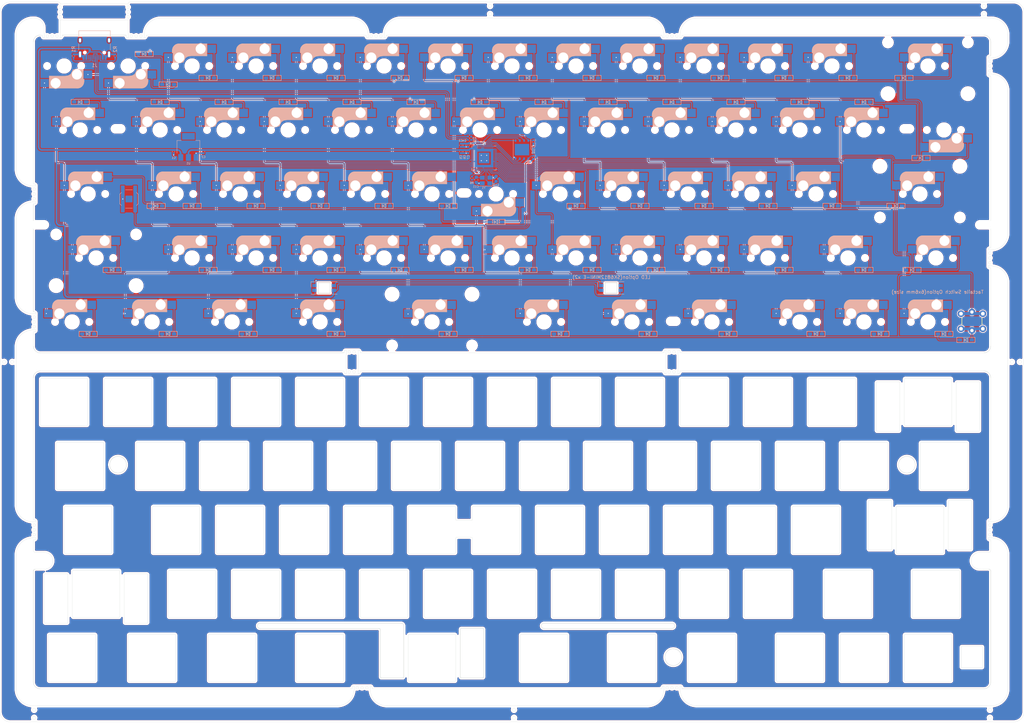
<source format=kicad_pcb>
(kicad_pcb (version 20221018) (generator pcbnew)
  (layers (0 "F.Cu" signal) (31 "B.Cu" signal) (34 "B.Paste" user) (35 "F.Paste" user) (36 "B.SilkS" user "B.Silkscreen") (37 "F.SilkS" user "F.Silkscreen") (38 "B.Mask" user) (39 "F.Mask" user) (44 "Edge.Cuts" user))
  (net 0 "")
  (net 1 "Net-(D14-A)")
  (net 2 "c10")
  (net 3 "Net-(D41-A)")
  (net 4 "Net-(D52-A)")
  (net 5 "Net-(D11-A)")
  (net 6 "c9")
  (net 7 "Net-(D10-A)")
  (net 8 "c0")
  (net 9 "Net-(D9-A)")
  (net 10 "Net-(D8-A)")
  (net 11 "Net-(D7-A)")
  (net 12 "Net-(D6-A)")
  (net 13 "Net-(D5-A)")
  (net 14 "Net-(D4-A)")
  (net 15 "Net-(D3-A)")
  (net 16 "Net-(D2-A)")
  (net 17 "Net-(D1-A)")
  (net 18 "c12")
  (net 19 "Net-(D13-A)")
  (net 20 "Net-(D12-A)")
  (net 21 "Net-(D66-A)")
  (net 22 "Net-(D16-A)")
  (net 23 "Net-(D17-A)")
  (net 24 "Net-(D18-A)")
  (net 25 "Net-(D19-A)")
  (net 26 "Net-(D20-A)")
  (net 27 "Net-(D21-A)")
  (net 28 "Net-(D22-A)")
  (net 29 "Net-(D23-A)")
  (net 30 "Net-(D24-A)")
  (net 31 "Net-(D26-A)")
  (net 32 "Net-(D27-A)")
  (net 33 "Net-(D64-A)")
  (net 34 "Net-(D65-A)")
  (net 35 "Net-(D30-A)")
  (net 36 "Net-(D31-A)")
  (net 37 "Net-(D32-A)")
  (net 38 "Net-(D25-A)")
  (net 39 "Net-(D34-A)")
  (net 40 "Net-(D35-A)")
  (net 41 "Net-(D36-A)")
  (net 42 "Net-(D37-A)")
  (net 43 "Net-(D38-A)")
  (net 44 "Net-(D39-A)")
  (net 45 "Net-(D40-A)")
  (net 46 "Net-(D33-A)")
  (net 47 "Net-(D46-A)")
  (net 48 "Net-(D47-A)")
  (net 49 "Net-(D49-A)")
  (net 50 "Net-(D50-A)")
  (net 51 "Net-(D51-A)")
  (net 52 "Net-(D53-A)")
  (net 53 "Net-(D29-A)")
  (net 54 "Net-(D54-A)")
  (net 55 "Net-(D15-A)")
  (net 56 "Net-(D28-A)")
  (net 57 "Net-(D48-A)")
  (net 58 "Net-(D42-A)")
  (net 59 "Net-(D43-A)")
  (net 60 "Net-(D55-A)")
  (net 61 "Net-(D56-A)")
  (net 62 "Net-(D57-A)")
  (net 63 "Net-(D59-A)")
  (net 64 "Net-(D60-A)")
  (net 65 "Net-(D61-A)")
  (net 66 "Net-(D62-A)")
  (net 67 "Net-(D63-A)")
  (net 68 "Net-(D44-A)")
  (net 69 "Net-(D45-A)")
  (net 70 "Net-(D58-A)")
  (net 71 "r1")
  (net 72 "r0")
  (net 73 "r2")
  (net 74 "r3")
  (net 75 "GND")
  (net 76 "+3V3")
  (net 77 "+5V")
  (net 78 "/QSPI_SS")
  (net 79 "/QSPI_SD1")
  (net 80 "/QSPI_SD2")
  (net 81 "/QSPI_SD0")
  (net 82 "/QSPI_SCLK")
  (net 83 "/QSPI_SD3")
  (net 87 "/XIN")
  (net 88 "/XOUT")
  (net 89 "+1V1")
  (net 93 "Net-(LED1-DOUT)")
  (net 101 "Net-(U2-USB_DM)")
  (net 102 "Net-(U2-USB_DP)")
  (net 103 "Net-(C11-Pad1)")
  (net 104 "Net-(J1-CC1)")
  (net 105 "/USB_D+")
  (net 106 "/USB_D-")
  (net 108 "Net-(J1-CC2)")
  (net 110 "/~{USB_BOOT}")
  (net 111 "c13")
  (net 112 "c8")
  (net 113 "c7")
  (net 114 "c6")
  (net 115 "c5")
  (net 116 "c4")
  (net 117 "c3")
  (net 118 "c2")
  (net 119 "c1")
  (net 120 "c11")
  (net 121 "r4")
  (net 123 "LED")
  (footprint "MyLibrary:SW_Hole_1u" (layer "F.Cu") (at 257.175216 205.978298)
    (fp_text reference "SW51" hide)
    (fp_text value "SW_PUSH" hide)
    (fp_line (start -7.05 6.75) (end -7.05 -6.75) (stroke (width 0.05)) (layer "Edge.Cuts"))
    (fp_line (start -6.75 -7.05) (end 6.75 -7.05) (stroke (width 0.05)) (layer "Edge.Cuts"))
    (fp_line (start 6.75 7.05) (end -6.75 7.05) (stroke (width 0.05)) (layer "Edge.Cuts"))
    (fp_line (start 7.05 -6.75) (end 7.05 6.75) (stroke (width 0.05)) (layer "Edge.Cuts"))
    (fp_arc (start -7.05 -6.75) (mid -6.962132 -6.962132) (end -6.75 -7.05) (stroke (width 0.05)) (layer "Edge.Cuts"))
    (fp_arc (start -6.75 7.05) (mid -6.962132 6.962132) (end -7.05 6.75) (stroke (width 0.05)) (layer "Edge.Cuts"))
    (fp_arc (start 6.75 -7.05) (mid 6.962132 -6.962132) (end 7.05 -6.75) (stroke (width 0.05)) (layer "Edge.Cuts"))
    (fp_arc (start 7.05 6.75) (mid 6.962132 6.962132) (end 6.75 7.05) (stroke (width 0.05)) (layer "Edge.Cuts"))
  )
  (footprint "MyLibrary:SW_Hole_2u" (layer "F.Cu") (at 76.200064 205.978242)
    (fp_text reference "SW42" hide)
    (fp_text value "SW_PUSH_225" hide)
    (fp_line (start -15.4 8.5) (end -15.4 -5.7) (stroke (width 0.05)) (layer "Edge.Cuts"))
    (fp_line (start -15.1 -6) (end -8.7 -6) (stroke (width 0.05)) (layer "Edge.Cuts"))
    (fp_line (start -8.7 8.8) (end -15.1 8.8) (stroke (width 0.05)) (layer "Edge.Cuts"))
    (fp_line (start -8.4 -5.7) (end -8.4 8.5) (stroke (width 0.05)) (layer "Edge.Cuts"))
    (fp_line (start -7.05 6.75) (end -7.05 -6.75) (stroke (width 0.05)) (layer "Edge.Cuts"))
    (fp_line (start -6.75 -7.05) (end 6.75 -7.05) (stroke (width 0.05)) (layer "Edge.Cuts"))
    (fp_line (start 6.75 7.05) (end -6.75 7.05) (stroke (width 0.05)) (layer "Edge.Cuts"))
    (fp_line (start 7.05 -6.75) (end 7.05 6.75) (stroke (width 0.05)) (layer "Edge.Cuts"))
    (fp_line (start 8.4 -5.7) (end 8.4 8.5) (stroke (width 0.05)) (layer "Edge.Cuts"))
    (fp_line (start 8.7 8.8) (end 15.1 8.8) (stroke (width 0.05)) (layer "Edge.Cuts"))
    (fp_line (start 15.1 -6) (end 8.7 -6) (stroke (width 0.05)) (layer "Edge.Cuts"))
    (fp_line (start 15.4 8.5) (end 15.4 -5.7) (stroke (width 0.05)) (layer "Edge.Cuts"))
    (fp_arc (start -15.4 -5.7) (mid -15.312132 -5.912132) (end -15.1 -6) (stroke (width 0.05)) (layer "Edge.Cuts"))
    (fp_arc (start -15.1 8.8) (mid -15.312132 8.712132) (end -15.4 8.5) (stroke (width 0.05)) (layer "Edge.Cuts"))
    (fp_arc (start -8.7 -6) (mid -8.487868 -5.912132) (end -8.4 -5.7) (stroke (width 0.05)) (layer "Edge.Cuts"))
    (fp_arc (start -8.4 8.5) (mid -8.487868 8.712132) (end -8.7 8.8) (stroke (width 0.05)) (layer "Edge.Cuts"))
    (fp_arc (start -7.05 -6.75) (mid -6.962132 -6.962132) (end -6.75 -7.05) (stroke (width 0.05)) (layer "Edge.Cuts"))
    (fp_arc (start -6.75 7.05) (mid -6.962132 6.962132) (end -7.05 6.75) (stroke (width 0.05)) (layer "Edge.Cuts"))
    (fp_arc (start 6.75 -7.05) (mid 6.962132 -6.962132) (end 7.05 -6.75) (stroke (width 0.05)) (layer "Edge.Cuts"))
    (fp_arc (start 7.05 6.75) (mid 6.962132 6.962132) (end 6.75 7.05) (stroke (width 0.05)) (layer "Edge.Cuts"))
    (fp_arc (start 8.4 -5.7) (mid 8.487868 -5.912132) (end 8.7 -6) (stroke (width 0.05)) (layer "Edge.Cuts"))
    (fp_arc (start 8.7 8.8) (mid 8.487868 8.712132) (end 8.4 8.5) (stroke (width 0.05)) (layer "Edge.Cuts"))
    (fp_arc (start 15.1 -6) (mid 15.312132 -5.912132) (end 15.4 -5.7) (stroke (width 0.05)) (layer "Edge.Cuts"))
    (fp_arc (start 15.4 8.5) (mid 15.312132 8.712132) (end 15.1 8.8) (stroke (width 0.05)) (layer "Edge.Cuts"))
  )
  (footprint "MyLibrary:SW_Hole_1u" (layer "F.Cu") (at 259.55646 225.028306)
    (fp_text reference "SW62" hide)
    (fp_text value "SW_PUSH_125" hide)
    (fp_line (start -7.05 6.75) (end -7.05 -6.75) (stroke (width 0.05)) (layer "Edge.Cuts"))
    (fp_line (start -6.75 -7.05) (end 6.75 -7.05) (stroke (width 0.05)) (layer "Edge.Cuts"))
    (fp_line (start 6.75 7.05) (end -6.75 7.05) (stroke (width 0.05)) (layer "Edge.Cuts"))
    (fp_line (start 7.05 -6.75) (end 7.05 6.75) (stroke (width 0.05)) (layer "Edge.Cuts"))
    (fp_arc (start -7.05 -6.75) (mid -6.962132 -6.962132) (end -6.75 -7.05) (stroke (width 0.05)) (layer "Edge.Cuts"))
    (fp_arc (start -6.75 7.05) (mid -6.962132 6.962132) (end -7.05 6.75) (stroke (width 0.05)) (layer "Edge.Cuts"))
    (fp_arc (start 6.75 -7.05) (mid 6.962132 -6.962132) (end 7.05 -6.75) (stroke (width 0.05)) (layer "Edge.Cuts"))
    (fp_arc (start 7.05 6.75) (mid 6.962132 6.962132) (end 6.75 7.05) (stroke (width 0.05)) (layer "Edge.Cuts"))
  )
  (footprint "MyLibrary:Diode_SMD_noname" (layer "F.Cu") (at 314.325264 90.487576)
    (fp_text reference "D41" hide)
    (fp_text value "D" hide)
  )
  (footprint "foostan:CherryMX_Hotswap" (layer "F.Cu") (at 95.250056 67.865666)
    (fp_text reference "SW16" hide)
    (fp_text value "SW_PUSH" hide)
  )
  (footprint "MyLibrary:CherryMX_Hotswap_1.25u" (layer "F.Cu") (at 116.681306 125.015666)
    (fp_text reference "SW57" hide)
    (fp_text value "SW_PUSH_125" hide)
  )
  (footprint "MyLibrary:Diode_SMD_noname" (layer "F.Cu") (at 95.25008 59.5313)
    (fp_text reference "D16" hide)
    (fp_text value "D" hide)
  )
  (footprint "MyLibrary:Diode_SMD_noname" (layer "F.Cu") (at 223.837688 52.387544)
    (fp_text reference "D9" hide)
    (fp_text value "D" hide)
  )
  (footprint "foostan:CherryMX_Hotswap" (layer "F.Cu") (at 228.600056 67.865666)
    (fp_text reference "SW23" hide)
    (fp_text value "SW_PUSH" hide)
  )
  (footprint "foostan:CherryMX_Hotswap" (layer "F.Cu") (at 161.925056 48.815666)
    (fp_text reference "SW6" hide)
    (fp_text value "SW_PUSH" hide)
  )
  (footprint "MyLibrary:Diode_SMD_noname" (layer "F.Cu") (at 276.225232 90.487576)
    (fp_text reference "D39" hide)
    (fp_text value "D" hide)
  )
  (footprint "MyLibrary:SW_Hole_1u" (layer "F.Cu") (at 71.437548 167.878242)
    (fp_text reference "SW15" hide)
    (fp_text value "SW_PUSH_15" hide)
    (fp_line (start -7.05 6.75) (end -7.05 -6.75) (stroke (width 0.05)) (layer "Edge.Cuts"))
    (fp_line (start -6.75 -7.05) (end 6.75 -7.05) (stroke (width 0.05)) (layer "Edge.Cuts"))
    (fp_line (start 6.75 7.05) (end -6.75 7.05) (stroke (width 0.05)) (layer "Edge.Cuts"))
    (fp_line (start 7.05 -6.75) (end 7.05 6.75) (stroke (width 0.05)) (layer "Edge.Cuts"))
    (fp_arc (start -7.05 -6.75) (mid -6.962132 -6.962132) (end -6.75 -7.05) (stroke (width 0.05)) (layer "Edge.Cuts"))
    (fp_arc (start -6.75 7.05) (mid -6.962132 6.962132) (end -7.05 6.75) (stroke (width 0.05)) (layer "Edge.Cuts"))
    (fp_arc (start 6.75 -7.05) (mid 6.962132 -6.962132) (end 7.05 -6.75) (stroke (width 0.05)) (layer "Edge.Cuts"))
    (fp_arc (start 7.05 6.75) (mid 6.962132 6.962132) (end 6.75 7.05) (stroke (width 0.05)) (layer "Edge.Cuts"))
  )
  (footprint "MyLibrary:Diode_SMD_noname" (layer "F.Cu") (at 73.818812 128.587608)
    (fp_text reference "D55" hide)
    (fp_text value "D" hide)
  )
  (footprint "MyLibrary:CherryMX_Hotswap_2u_r" (layer "F.Cu") (at 176.212648 125.01573)
    (fp_text reference "SW59" hide)
    (fp_text value "SW_PUSH_2" hide)
  )
  (footprint "MyLibrary:SW_Hole_1u" (layer "F.Cu") (at 328.612548 167.878242 180)
    (fp_text reference "SW28" hide)
    (fp_text value "SW_PUSH_15" hide)
    (fp_line (start -7.05 6.75) (end -7.05 -6.75) (stroke (width 0.05)) (layer "Edge.Cuts"))
    (fp_line (start -6.75 -7.05) (end 6.75 -7.05) (stroke (width 0.05)) (layer "Edge.Cuts"))
    (fp_line (start 6.75 7.05) (end -6.75 7.05) (stroke (width 0.05)) (layer "Edge.Cuts"))
    (fp_line (start 7.05 -6.75) (end 7.05 6.75) (stroke (width 0.05)) (layer "Edge.Cuts"))
    (fp_arc (start -7.05 -6.75) (mid -6.962132 -6.962132) (end -6.75 -7.05) (stroke (width 0.05)) (layer "Edge.Cuts"))
    (fp_arc (start -6.75 7.05) (mid -6.962132 6.962132) (end -7.05 6.75) (stroke (width 0.05)) (layer "Edge.Cuts"))
    (fp_arc (start 6.75 -7.05) (mid 6.962132 -6.962132) (end 7.05 -6.75) (stroke (width 0.05)) (layer "Edge.Cuts"))
    (fp_arc (start 7.05 6.75) (mid 6.962132 6.962132) (end 6.75 7.05) (stroke (width 0.05)) (layer "Edge.Cuts"))
  )
  (footprint "MyLibrary:SW_Hole_1u" (layer "F.Cu") (at 133.350048 167.878242)
    (fp_text reference "SW18" hide)
    (fp_text value "SW_PUSH" hide)
    (fp_line (start -7.05 6.75) (end -7.05 -6.75) (stroke (width 0.05)) (layer "Edge.Cuts"))
    (fp_line (start -6.75 -7.05) (end 6.75 -7.05) (stroke (width 0.05)) (layer "Edge.Cuts"))
    (fp_line (start 6.75 7.05) (end -6.75 7.05) (stroke (width 0.05)) (layer "Edge.Cuts"))
    (fp_line (start 7.05 -6.75) (end 7.05 6.75) (stroke (width 0.05)) (layer "Edge.Cuts"))
    (fp_arc (start -7.05 -6.75) (mid -6.962132 -6.962132) (end -6.75 -7.05) (stroke (width 0.05)) (layer "Edge.Cuts"))
    (fp_arc (start -6.75 7.05) (mid -6.962132 6.962132) (end -7.05 6.75) (stroke (width 0.05)) (layer "Edge.Cuts"))
    (fp_arc (start 6.75 -7.05) (mid 6.962132 -6.962132) (end 7.05 -6.75) (stroke (width 0.05)) (layer "Edge.Cuts"))
    (fp_arc (start 7.05 6.75) (mid 6.962132 6.962132) (end 6.75 7.05) (stroke (width 0.05)) (layer "Edge.Cuts"))
  )
  (footprint "foostan:CherryMX_Hotswap" (layer "F.Cu") (at 119.062556 86.915666)
    (fp_text reference "SW31" hide)
    (fp_text value "SW_PUSH" hide)
  )
  (footprint "MyLibrary:CherryMX_Hotswap_1.25u" (layer "F.Cu") (at 259.556468 125.01573)
    (fp_text reference "SW62" hide)
    (fp_text value "SW_PUSH_125" hide)
  )
  (footprint "MyLibrary:SW_Hole_1u" (layer "F.Cu") (at 290.512548 186.928242)
    (fp_text reference "SW40" hide)
    (fp_text value "SW_PUSH" hide)
    (fp_line (start -7.05 6.75) (end -7.05 -6.75) (stroke (width 0.05)) (layer "Edge.Cuts"))
    (fp_line (start -6.75 -7.05) (end 6.75 -7.05) (stroke (width 0.05)) (layer "Edge.Cuts"))
    (fp_line (start 6.75 7.05) (end -6.75 7.05) (stroke (width 0.05)) (layer "Edge.Cuts"))
    (fp_line (start 7.05 -6.75) (end 7.05 6.75) (stroke (width 0.05)) (layer "Edge.Cuts"))
    (fp_arc (start -7.05 -6.75) (mid -6.962132 -6.962132) (end -6.75 -7.05) (stroke (width 0.05)) (layer "Edge.Cuts"))
    (fp_arc (start -6.75 7.05) (mid -6.962132 6.962132) (end -7.05 6.75) (stroke (width 0.05)) (layer "Edge.Cuts"))
    (fp_arc (start 6.75 -7.05) (mid 6.962132 -6.962132) (end 7.05 -6.75) (stroke (width 0.05)) (layer "Edge.Cuts"))
    (fp_arc (start 7.05 6.75) (mid 6.962132 6.962132) (end 6.75 7.05) (stroke (width 0.05)) (layer "Edge.Cuts"))
  )
  (footprint "MyLibrary:Diode_SMD_noname" (layer "F.Cu") (at 97.631332 128.587608)
    (fp_text reference "D56" hide)
    (fp_text value "D" hide)
  )
  (footprint "MyLibrary:Diode_SMD_noname" (layer "F.Cu") (at 264.318972 128.587608)
    (fp_text reference "D62" hide)
    (fp_text value "D" hide)
  )
  (footprint "foostan:CherryMX_Hotswap" (layer "F.Cu") (at 66.675056 48.815666 180)
    (fp_text reference "SW1" hide)
    (fp_text value "SW_PUSH" hide)
  )
  (footprint "MyLibrary:Diode_SMD_noname" (layer "F.Cu") (at 114.300096 59.5313)
    (fp_text reference "D17" hide)
    (fp_text value "D" hide)
  )
  (footprint "MyLibrary:Diode_SMD_noname" (layer "F.Cu") (at 242.887704 52.387544)
    (fp_text reference "D10" hide)
    (fp_text value "D" hide)
  )
  (footprint "MyLibrary:Diode_SMD_noname" (layer "F.Cu") (at 309.56276 128.587608)
    (fp_text reference "D64" hide)
    (fp_text value "D" hide)
  )
  (footprint "MyLibrary:SW_Hole_1u" (layer "F.Cu") (at 326.231298 205.978242)
    (fp_text reference "SW54" hide)
    (fp_text value "SW_PUSH_175" hide)
    (fp_line (start -7.05 6.75) (end -7.05 -6.75) (stroke (width 0.05)) (layer "Edge.Cuts"))
    (fp_line (start -6.75 -7.05) (end 6.75 -7.05) (stroke (width 0.05)) (layer "Edge.Cuts"))
    (fp_line (start 6.75 7.05) (end -6.75 7.05) (stroke (width 0.05)) (layer "Edge.Cuts"))
    (fp_line (start 7.05 -6.75) (end 7.05 6.75) (stroke (width 0.05)) (layer "Edge.Cuts"))
    (fp_arc (start -7.05 -6.75) (mid -6.962132 -6.962132) (end -6.75 -7.05) (stroke (width 0.05)) (layer "Edge.Cuts"))
    (fp_arc (start -6.75 7.05) (mid -6.962132 6.962132) (end -7.05 6.75) (stroke (width 0.05)) (layer "Edge.Cuts"))
    (fp_arc (start 6.75 -7.05) (mid 6.962132 -6.962132) (end 7.05 -6.75) (stroke (width 0.05)) (layer "Edge.Cuts"))
    (fp_arc (start 7.05 6.75) (mid 6.962132 6.962132) (end 6.75 7.05) (stroke (width 0.05)) (layer "Edge.Cuts"))
  )
  (footprint "foostan:CherryMX_Hotswap" (layer "F.Cu") (at 133.350056 67.865666)
    (fp_text reference "SW18" hide)
    (fp_text value "SW_PUSH" hide)
  )
  (footprint "MyLibrary:SW_Hole_1u" (layer "F.Cu") (at 209.550048 167.878242)
    (fp_text reference "SW22" hide)
    (fp_text value "SW_PUSH" hide)
    (fp_line (start -7.05 6.75) (end -7.05 -6.75) (stroke (width 0.05)) (layer "Edge.Cuts"))
    (fp_line (start -6.75 -7.05) (end 6.75 -7.05) (stroke (width 0.05)) (layer "Edge.Cuts"))
    (fp_line (start 6.75 7.05) (end -6.75 7.05) (stroke (width 0.05)) (layer "Edge.Cuts"))
    (fp_line (start 7.05 -6.75) (end 7.05 6.75) (stroke (width 0.05)) (layer "Edge.Cuts"))
    (fp_arc (start -7.05 -6.75) (mid -6.962132 -6.962132) (end -6.75 -7.05) (stroke (width 0.05)) (layer "Edge.Cuts"))
    (fp_arc (start -6.75 7.05) (mid -6.962132 6.962132) (end -7.05 6.75) (stroke (width 0.05)) (layer "Edge.Cuts"))
    (fp_arc (start 6.75 -7.05) (mid 6.962132 -6.962132) (end 7.05 -6.75) (stroke (width 0.05)) (layer "Edge.Cuts"))
    (fp_arc (start 7.05 6.75) (mid 6.962132 6.962132) (end 6.75 7.05) (stroke (width 0.05)) (layer "Edge.Cuts"))
  )
  (footprint "MyLibrary:SW_Hole_1u" (layer "F.Cu") (at 180.975048 148.828242)
    (fp_text reference "SW7" hide)
    (fp_text value "SW_PUSH" hide)
    (fp_line (start -7.05 6.75) (end -7.05 -6.75) (stroke (width 0.05)) (layer "Edge.Cuts"))
    (fp_line (start -6.75 -7.05) (end 6.75 -7.05) (stroke (width 0.05)) (layer "Edge.Cuts"))
    (fp_line (start 6.75 7.05) (end -6.75 7.05) (stroke (width 0.05)) (layer "Edge.Cuts"))
    (fp_line (start 7.05 -6.75) (end 7.05 6.75) (stroke (width 0.05)) (layer "Edge.Cuts"))
    (fp_arc (start -7.05 -6.75) (mid -6.962132 -6.962132) (end -6.75 -7.05) (stroke (width 0.05)) (layer "Edge.Cuts"))
    (fp_arc (start -6.75 7.05) (mid -6.962132 6.962132) (end -7.05 6.75) (stroke (width 0.05)) (layer "Edge.Cuts"))
    (fp_arc (start 6.75 -7.05) (mid 6.962132 -6.962132) (end 7.05 -6.75) (stroke (width 0.05)) (layer "Edge.Cuts"))
    (fp_arc (start 7.05 6.75) (mid 6.962132 6.962132) (end 6.75 7.05) (stroke (width 0.05)) (layer "Edge.Cuts"))
  )
  (footprint "foostan:CherryMX_Hotswap" (layer "F.Cu") (at 138.112556 86.915666)
    (fp_text reference "SW32" hide)
    (fp_text value "SW_PUSH" hide)
  )
  (footprint "MyLibrary:Diode_SMD_noname" (layer "F.Cu") (at 128.587608 52.387544)
    (fp_text reference "D4" hide)
    (fp_text value "D" hide)
  )
  (footprint "MyLibrary:SW_Hole_1u" (layer "F.Cu") (at 142.87512 205.978242)
    (fp_text reference "SW45" hide)
    (fp_text value "SW_PUSH" hide)
    (fp_line (start -7.05 6.75) (end -7.05 -6.75) (stroke (width 0.05)) (layer "Edge.Cuts"))
    (fp_line (start -6.75 -7.05) (end 6.75 -7.05) (stroke (width 0.05)) (layer "Edge.Cuts"))
    (fp_line (start 6.75 7.05) (end -6.75 7.05) (stroke (width 0.05)) (layer "Edge.Cuts"))
    (fp_line (start 7.05 -6.75) (end 7.05 6.75) (stroke (width 0.05)) (layer "Edge.Cuts"))
    (fp_arc (start -7.05 -6.75) (mid -6.962132 -6.962132) (end -6.75 -7.05) (stroke (width 0.05)) (layer "Edge.Cuts"))
    (fp_arc (start -6.75 7.05) (mid -6.962132 6.962132) (end -7.05 6.75) (stroke (width 0.05)) (layer "Edge.Cuts"))
    (fp_arc (start 6.75 -7.05) (mid 6.962132 -6.962132) (end 7.05 -6.75) (stroke (width 0.05)) (layer "Edge.Cuts"))
    (fp_arc (start 7.05 6.75) (mid 6.962132 6.962132) (end 6.75 7.05) (stroke (width 0.05)) (layer "Edge.Cuts"))
  )
  (footprint "MyLibrary:SW_Hole_1u" (layer "F.Cu") (at 238.1252 205.978298)
    (fp_text reference "SW50" hide)
    (fp_text value "SW_PUSH" hide)
    (fp_line (start -7.05 6.75) (end -7.05 -6.75) (stroke (width 0.05)) (layer "Edge.Cuts"))
    (fp_line (start -6.75 -7.05) (end 6.75 -7.05) (stroke (width 0.05)) (layer "Edge.Cuts"))
    (fp_line (start 6.75 7.05) (end -6.75 7.05) (stroke (width 0.05)) (layer "Edge.Cuts"))
    (fp_line (start 7.05 -6.75) (end 7.05 6.75) (stroke (width 0.05)) (layer "Edge.Cuts"))
    (fp_arc (start -7.05 -6.75) (mid -6.962132 -6.962132) (end -6.75 -7.05) (stroke (width 0.05)) (layer "Edge.Cuts"))
    (fp_arc (start -6.75 7.05) (mid -6.962132 6.962132) (end -7.05 6.75) (stroke (width 0.05)) (layer "Edge.Cuts"))
    (fp_arc (start 6.75 -7.05) (mid 6.962132 -6.962132) (end 7.05 -6.75) (stroke (width 0.05)) (layer "Edge.Cuts"))
    (fp_arc (start 7.05 6.75) (mid 6.962132 6.962132) (end 6.75 7.05) (stroke (width 0.05)) (layer "Edge.Cuts"))
  )
  (footprint "foostan:CherryMX_Hotswap" (layer "F.Cu") (at 285.75024 125.01573)
    (fp_text reference "SW63" hide)
    (fp_text value "SW_PUSH" hide)
  )
  (footprint "foostan:CherryMX_Hotswap" (layer "F.Cu") (at 219.075184 105.965714)
    (fp_text reference "SW49" hide)
    (fp_text value "SW_PUSH" hide)
  )
  (footprint "MyLibrary:Diode_SMD_noname" (layer "F.Cu") (at 328.612776 128.587608)
    (fp_text reference "D65" hide)
    (fp_text value "D" hide)
  )
  (footprint "MyLibrary:CherryMX_Hotswap_1.25u" (layer "F.Cu") (at 235.743948 125.01573)
    (fp_text reference "SW61" hide)
    (fp_text value "SW_PUSH_125" hide)
  )
  (footprint "foostan:CherryMX_Hotswap" (layer "F.Cu") (at 142.87512 105.965666)
    (fp_text reference "SW45" hide)
    (fp_text value "SW_PUSH" hide)
  )
  (footprint "MyLibrary:Diode_SMD_noname" (layer "F.Cu") (at 152.400128 59.5313)
    (fp_text reference "D19" hide)
    (fp_text value "D" hide)
  )
  (footprint "foostan:CherryMX_Hotswap" (layer "F.Cu") (at 247.650056 67.865666)
    (fp_text reference "SW24" hide)
    (fp_text value "SW_PUSH" hide)
  )
  (footprint "MyLibrary:SW_Hole_1u" (layer "F.Cu") (at 200.025048 148.828242)
    (fp_text reference "SW8" hide)
    (fp_text value "SW_PUSH" hide)
    (fp_line (start -7.05 6.75) (end -7.05 -6.75) (stroke (width 0.05)) (layer "Edge.Cuts"))
    (fp_line (start -6.75 -7.05) (end 6.75 -7.05) (stroke (width 0.05)) (layer "Edge.Cuts"))
    (fp_line (start 6.75 7.05) (end -6.75 7.05) (stroke (width 0.05)) (layer "Edge.Cuts"))
    (fp_line (start 7.05 -6.75) (end 7.05 6.75) (stroke (width 0.05)) (layer "Edge.Cuts"))
    (fp_arc (start -7.05 -6.75) (mid -6.962132 -6.962132) (end -6.75 -7.05) (stroke (width 0.05)) (layer "Edge.Cuts"))
    (fp_arc (start -6.75 7.05) (mid -6.962132 6.962132) (end -7.05 6.75) (stroke (width 0.05)) (layer "Edge.Cuts"))
    (fp_arc (start 6.75 -7.05) (mid 6.962132 -6.962132) (end 7.05 -6.75) (stroke (width 0.05)) (layer "Edge.Cuts"))
    (fp_arc (start 7.05 6.75) (mid 6.962132 6.962132) (end 6.75 7.05) (stroke (width 0.05)) (layer "Edge.Cuts"))
  )
  (footprint "foostan:CherryMX_Hotswap" (layer "F.Cu") (at 257.175216 105.965666)
    (fp_text reference "SW51" hide)
    (fp_text value "SW_PUSH" hide)
  )
  (footprint "MyLibrary:Diode_SMD_noname" (layer "F.Cu") (at 290.512744 128.587608)
    (fp_text reference "D63" hide)
    (fp_text value "D" hide)
  )
  (footprint "MyLibrary:Diode_SMD_noname" (layer "F.Cu") (at 219.075184 90.487576)
    (fp_text reference "D36" hide)
    (fp_text value "D" hide)
  )
  (footprint "MyLibrary:Diode_SMD_noname" (layer "F.Cu") (at 319.087768 109.537592)
    (fp_text reference "D54" hide)
    (fp_text value "D" hide)
  )
  (footprint "MyLibrary:SW_Hole_1u" (layer "F.Cu") (at 190.500048 167.878242)
    (fp_text reference "SW21" hide)
    (fp_text value "SW_PUSH" hide)
    (fp_line (start -7.05 6.75) (end -7.05 -6.75) (stroke (width 0.05)) (layer "Edge.Cuts"))
    (fp_line (start -6.75 -7.05) (end 6.75 -7.05) (stroke (width 0.05)) (layer "Edge.Cuts"))
    (fp_line (start 6.75 7.05) (end -6.75 7.05) (stroke (width 0.05)) (layer "Edge.Cuts"))
    (fp_line (start 7.05 -6.75) (end 7.05 6.75) (stroke (width 0.05)) (layer "Edge.Cuts"))
    (fp_arc (start -7.05 -6.75) (mid -6.962132 -6.962132) (end -6.75 -7.05) (stroke (width 0.05)) (layer "Edge.Cuts"))
    (fp_arc (start -6.75 7.05) (mid -6.962132 6.962132) (end -7.05 6.75) (stroke (width 0.05)) (layer "Edge.Cuts"))
    (fp_arc (start 6.75 -7.05) (mid 6.962132 -6.962132) (end 7.05 -6.75) (stroke (width 0.05)) (layer "Edge.Cuts"))
    (fp_arc (start 7.05 6.75) (mid 6.962132 6.962132) (end 6.75 7.05) (stroke (width 0.05)) (layer "Edge.Cuts"))
  )
  (footprint "MyLibrary:Diode_SMD_noname" (layer "F.Cu") (at 166.68764 109.537592)
    (fp_text reference "D46" hide)
    (fp_text value "D" hide)
  )
  (footprint "foostan:CherryMX_Hotswap" (layer "F.Cu") (at 271.462556 86.915666)
    (fp_text reference "SW39" hide)
    (fp_text value "SW_PUSH" hide)
  )
  (footprint "foostan:CherryMX_Hotswap" (layer "F.Cu") (at 152.400056 67.865666)
    (fp_text reference "SW19" hide)
    (fp_text value "SW_PUSH" hide)
  )
  (footprint "foostan:CherryMX_Hotswap" (layer "F.Cu") (at 214.312556 86.915666)
    (fp_text reference "SW36" hide)
    (fp_text value "SW_PUSH" hide)
  )
  (footprint "MyLibrary:SW_Hole_2u" (layer "F.Cu") (at 323.850048 148.828242)
    (fp_text reference "SW14" hide)
    (fp_text value "SW_PUSH_2" hide)
    (fp_line (start -15.4 8.5) (end -15.4 -5.7) (stroke (width 0.05)) (layer "Edge.Cuts"))
    (fp_line (start -15.1 -6) (end -8.7 -6) (stroke (width 0.05)) (layer "Edge.Cuts"))
    (fp_line (start -8.7 8.8) (end -15.1 8.8) (stroke (width 0.05)) (layer "Edge.Cuts"))
    (fp_line (start -8.4 -5.7) (end -8.4 8.5) (stroke (width 0.05)) (layer "Edge.Cuts"))
    (fp_line (start -7.05 6.75) (end -7.05 -6.75) (stroke (width 0.05)) (layer "Edge.Cuts"))
    (fp_line (start -6.75 -7.05) (end 6.75 -7.05) (stroke (width 0.05)) (layer "Edge.Cuts"))
    (fp_line (start 6.75 7.05) (end -6.75 7.05) (stroke (width 0.05)) (layer "Edge.Cuts"))
    (fp_line (start 7.05 -6.75) (end 7.05 6.75) (stroke (width 0.05)) (layer "Edge.Cuts"))
    (fp_line (start 8.4 -5.7) (end 8.4 8.5) (stroke (width 0.05)) (layer "Edge.Cuts"))
    (fp_line (start 8.7 8.8) (end 15.1 8.8) (stroke (width 0.05)) (layer "Edge.Cuts"))
    (fp_line (start 15.1 -6) (end 8.7 -6) (stroke (width 0.05)) (layer "Edge.Cuts"))
    (fp_line (start 15.4 8.5) (end 15.4 -5.7) (stroke (width 0.05)) (layer "Edge.Cuts"))
    (fp_arc (start -15.4 -5.7) (mid -15.312132 -5.912132) (end -15.1 -6) (stroke (width 0.05)) (layer "Edge.Cuts"))
    (fp_arc (start -15.1 8.8) (mid -15.312132 8.712132) (end -15.4 8.5) (stroke (width 0.05)) (layer "Edge.Cuts"))
    (fp_arc (start -8.7 -6) (mid -8.487868 -5.912132) (end -8.4 -5.7) (stroke (width 0.05)) (layer "Edge.Cuts"))
    (fp_arc (start -8.4 8.5) (mid -8.487868 8.712132) (end -8.7 8.8) (stroke (width 0.05)) (layer "Edge.Cuts"))
    (fp_arc (start -7.05 -6.75) (mid -6.962132 -6.962132) (end -6.75 -7.05) (stroke (width 0.05)) (layer "Edge.Cuts"))
    (fp_arc (start -6.75 7.05) (mid -6.962132 6.962132) (end -7.05 6.75) (stroke (width 0.05)) (layer "Edge.Cuts"))
    (fp_arc (start 6.75 -7.05) (mid 6.962132 -6.962132) (end 7.05 -6.75) (stroke (width 0.05)) (layer "Edge.Cuts"))
    (fp_arc (start 7.05 6.75) (mid 6.962132 6.962132) (end 6.75 7.05) (stroke (width 0.05)) (layer "Edge.Cuts"))
    (fp_arc (start 8.4 -5.7) (mid 8.487868 -5.912132) (end 8.7 -6) (stroke (width 0.05)) (layer "Edge.Cuts"))
    (fp_arc (start 8.7 8.8) (mid 8.487868 8.712132) (end 8.4 8.5) (stroke (width 0.05)) (layer "Edge.Cuts"))
    (fp_arc (start 15.1 -6) (mid 15.312132 -5.912132) (end 15.4 -5.7) (stroke (width 0.05)) (layer "Edge.Cuts"))
    (fp_arc (start 15.4 8.5) (mid 15.312132 8.712132) (end 15.1 8.8) (stroke (width 0.05)) (layer "Edge.Cuts"))
  )
  (footprint "MyLibrary:Diode_SMD_noname" (layer "F.Cu") (at 285.75024 59.5313)
    (fp_text reference "D26" hide)
    (fp_text value "D" hide)
  )
  (footprint "MyLibrary:Diode_SMD_noname" (layer "F.Cu") (at 223.837688 109.537592)
    (fp_text reference "D49" hide)
    (fp_text value "D" hide)
  )
  (footprint "foostan:CherryMX_Hotswap" (layer "F.Cu") (at 300.037752 105.965714)
    (fp_text reference "SW53" hide)
    (fp_text value "SW_PUSH" hide)
  )
  (footprint "MyLibrary:SW_Hole_1u" (layer "F.Cu") (at 104.775088 205.978298)
    (fp_text reference "SW43" hide)
    (fp_text value "SW_PUSH" hide)
    (fp_line (start -7.05 6.75) (end -7.05 -6.75) (stroke (width 0.05)) (layer "Edge.Cuts"))
    (fp_line (start -6.75 -7.05) (end 6.75 -7.05) (stroke (width 0.05)) (layer "Edge.Cuts"))
    (fp_line (start 6.75 7.05) (end -6.75 7.05) (stroke (width 0.05)) (layer "Edge.Cuts"))
    (fp_line (start 7.05 -6.75) (end 7.05 6.75) (stroke (width 0.05)) (layer "Edge.Cuts"))
    (fp_arc (start -7.05 -6.75) (mid -6.962132 -6.962132) (end -6.75 -7.05) (stroke (width 0.05)) (layer "Edge.Cuts"))
    (fp_arc (start -6.75 7.05) (mid -6.962132 6.962132) (end -7.05 6.75) (stroke (width 0.05)) (layer "Edge.Cuts"))
    (fp_arc (start 6.75 -7.05) (mid 6.962132 -6.962132) (end 7.05 -6.75) (stroke (width 0.05)) (layer "Edge.Cuts"))
    (fp_arc (start 7.05 6.75) (mid 6.962132 6.962132) (end 6.75 7.05) (stroke (width 0.05)) (layer "Edge.Cuts"))
  )
  (footprint "MyLibrary:Diode_SMD_noname" (layer "F.Cu") (at 109.537592 52.387544)
    (fp_text reference "D3" hide)
    (fp_text value "D" hide)
  )
  (footprint "MyLibrary:poker_hole_1" (layer "F.Cu") (at 248.026956 124.817616)
    (fp_text reference "REF**" hide)
    (fp_text value "poker_hole_1")
  )
  (footprint "MyLibrary:poker_hole_1" (layer "F.Cu") (at 185.727556 86.616916)
    (fp_text reference "REF**" hide)
    (fp_text value "poker_hole_1")
  )
  (footprint "MyLibrary:SW_Hole_1u" (layer "F.Cu") (at 257.175048 148.828242)
    (fp_text reference "SW11" hide)
    (fp_text value "SW_PUSH" hide)
    (fp_line (start -7.05 6.75) (end -7.05 -6.75) (stroke (width 0.05)) (layer "Edge.Cuts"))
    (fp_line (start -6.75 -7.05) (end 6.75 -7.05) (stroke (width 0.05)) (layer "Edge.Cuts"))
    (fp_line (start 6.75 7.05) (end -6.75 7.05) (stroke (width 0.05)) (layer "Edge.Cuts"))
    (fp_line (start 7.05 -6.75) (end 7.05 6.75) (stroke (width 0.05)) (layer "Edge.Cuts"))
    (fp_arc (start -7.05 -6.75) (mid -6.962132 -6.962132) (end -6.75 -7.05) (stroke (width 0.05)) (layer "Edge.Cuts"))
    (fp_arc (start -6.75 7.05) (mid -6.962132 6.962132) (end -7.05 6.75) (stroke (width 0.05)) (layer "Edge.Cuts"))
    (fp_arc (start 6.75 -7.05) (mid 6.962132 -6.962132) (end 7.05 -6.75) (stroke (width 0.05)) (layer "Edge.Cuts"))
    (fp_arc (start 7.05 6.75) (mid 6.962132 6.962132) (end 6.75 7.05) (stroke (width 0.05)) (layer "Edge.Cuts"))
  )
  (footprint "MyLibrary:SW_Hole_1u" (layer "F.Cu") (at 161.925048 148.828242)
    (fp_text reference "SW6" hide)
    (fp_text value "SW_PUSH" hide)
    (fp_line (start -7.05 6.75) (end -7.05 -6.75) (stroke (width 0.05)) (layer "Edge.Cuts"))
    (fp_line (start -6.75 -7.05) (end 6.75 -7.05) (stroke (width 0.05)) (layer "Edge.Cuts"))
    (fp_line (start 6.75 7.05) (end -6.75 7.05) (stroke (width 0.05)) (layer "Edge.Cuts"))
    (fp_line (start 7.05 -6.75) (end 7.05 6.75) (stroke (width 0.05)) (layer "Edge.Cuts"))
    (fp_arc (start -7.05 -6.75) (mid -6.962132 -6.962132) (end -6.75 -7.05) (stroke (width 0.05)) (layer "Edge.Cuts"))
    (fp_arc (start -6.75 7.05) (mid -6.962132 6.962132) (end -7.05 6.75) (stroke (width 0.05)) (layer "Edge.Cuts"))
    (fp_arc (start 6.75 -7.05) (mid 6.962132 -6.962132) (end 7.05 -6.75) (stroke (width 0.05)) (layer "Edge.Cuts"))
    (fp_arc (start 7.05 6.75) (mid 6.962132 6.962132) (end 6.75 7.05) (stroke (width 0.05)) (layer "Edge.Cuts"))
  )
  (footprint "foostan:CherryMX_Hotswap" (layer "F.Cu") (at 190.500056 67.865666)
    (fp_text reference "SW21" hide)
    (fp_text value "SW_PUSH" hide)
  )
  (footprint "foostan:CherryMX_Hotswap" (layer "F.Cu") (at 257.175056 48.815666)
    (fp_text reference "SW11" hide)
    (fp_text value "SW_PUSH" hide)
  )
  (footprint "MyLibrary:SW_Hole_1u" (layer "F.Cu") (at 209.550168 225.028306)
    (fp_text reference "SW60" hide)
    (fp_text value "SW_PUSH_15" hide)
    (fp_line (start -7.05 6.75) (end -7.05 -6.75) (stroke (width 0.05)) (layer "Edge.Cuts"))
    (fp_line (start -6.75 -7.05) (end 6.75 -7.05) (stroke (width 0.05)) (layer "Edge.Cuts"))
    (fp_line (start 6.75 7.05) (end -6.75 7.05) (stroke (width 0.05)) (layer "Edge.Cuts"))
    (fp_line (start 7.05 -6.75) (end 7.05 6.75) (stroke (width 0.05)) (layer "Edge.Cuts"))
    (fp_arc (start -7.05 -6.75) (mid -6.962132 -6.962132) (end -6.75 -7.05) (stroke (width 0.05)) (layer "Edge.Cuts"))
    (fp_arc (start -6.75 7.05) (mid -6.962132 6.962132) (end -7.05 6.75) (stroke (width 0.05)) (layer "Edge.Cuts"))
    (fp_arc (start 6.75 -7.05) (mid 6.962132 -6.962132) (end 7.05 -6.75) (stroke (width 0.05)) (layer "Edge.Cuts"))
    (fp_arc (start 7.05 6.75) (mid 6.962132 6.962132) (end 6.75 7.05) (stroke (width 0.05)) (layer "Edge.Cuts"))
  )
  (footprint "foostan:CherryMX_Hotswap" (layer "F.Cu") (at 238.1252 105.965714)
    (fp_text reference "SW50" hide)
    (fp_text value "SW_PUSH" hide)
  )
  (footprint "MyLibrary:Diode_SMD_noname" (layer "F.Cu") (at 142.87512 90.487576)
    (fp_text reference "D32" hide)
    (fp_text value "D" hide)
  )
  (footprint "MyLibrary:Diode_SMD_noname" (layer "F.Cu") (at 123.825104 90.487576)
    (fp_text reference "D31" hide)
    (fp_text value "D" hide)
  )
  (footprint "MyLibrary:Diode_SMD_noname" (layer "F.Cu") (at 171.450144 59.5313)
    (fp_text reference "D20" hide)
    (fp_text value "D" hide)
  )
  (footprint "MyLibrary:poker_hole_2" (layer "F.Cu") (at 341.068756 96.118116)
    (fp_text reference "REF**" hide)
    (fp_text value "poker_hole_2")
  )
  (footprint "foostan:CherryMX_Hotswap" (layer "F.Cu") (at 171.450056 67.865666)
    (fp_text reference "SW20" hide)
    (fp_text value "SW_PUSH" hide)
  )
  (footprint "MyLibrary:Diode_SMD_noname" (layer "F.Cu") (at 104.775088 90.487576)
    (fp_text reference "D30" hide)
    (fp_text value "D" hide)
  )
  (footprint "MyLibrary:CherryMX_Hotswap_2u" (layer "F.Cu") (at 323.850056 48.815666)
    (fp_text reference "SW14" hide)
    (fp_text value "SW_PUSH_2" hide)
  )
  (footprint "foostan:CherryMX_Hotswap" (layer "F.Cu") (at 180.975152 105.965666)
    (fp_text reference "SW47" hide)
    (fp_text value "SW_PUSH" hide)
  )
  (footprint "MyLibrary:Diode_SMD_noname" (layer "F.Cu") (at 185.737656 52.387544)
    (fp_text reference "D7" hide)
    (fp_text value "D" hide)
  )
  (footprint "MyLibrary:Diode_SMD_noname" (layer "F.Cu") (at 121.443852 128.587608)
    (fp_text reference "D57" hide)
    (fp_text value "D" hide)
  )
  (footprint "foostan:CherryMX_Hotswap_1.5u" (layer "F.Cu") (at 209.550176 125.01573)
    (fp_text reference "SW60" hide)
    (fp_text value "SW_PUSH_15" hide)
  )
  (footprint "MyLibrary:SW_Hole_1u" (layer "F.Cu") (at 295.275048 148.828242)
    (fp_text reference "SW13" hide)
    (fp_text value "SW_PUSH" hide)
    (fp_line (start -7.05 6.75) (end -7.05 -6.75) (stroke (width 0.05)) (layer "Edge.Cuts"))
    (fp_line (start -6.75 -7.05) (end 6.75 -7.05) (stroke (width 0.05)) (layer "Edge.Cuts"))
    (fp_line (start 6.75 7.05) (end -6.75 7.05) (stroke (width 0.05)) (layer "Edge.Cuts"))
    (fp_line (start 7.05 -6.75) (end 7.05 6.75) (stroke (width 0.05)) (layer "Edge.Cuts"))
    (fp_arc (start -7.05 -6.75) (mid -6.962132 -6.962132) (end -6.75 -7.05) (stroke (width 0.05)) (layer "Edge.Cuts"))
    (fp_arc (start -6.75 7.05) (mid -6.962132 6.962132) (end -7.05 6.75) (stroke (width 0.05)) (layer "Edge.Cuts"))
    (fp_arc (start 6.75 -7.05) (mid 6.962132 -6.962132) (end 7.05 -6.75) (stroke (width 0.05)) (layer "Edge.Cuts"))
    (fp_arc (start 7.05 6.75) (mid 6.962132 6.962132) (end 6.75 7.05) (stroke (width 0.05)) (layer "Edge.Cuts"))
  )
  (footprint "MyLibrary:SW_Hole_1u" (layer "F.Cu") (at 276.225232 205.978242)
    (fp_text reference "SW52" hide)
    (fp_text value "SW_PUSH" hide)
    (fp_line (start -7.05 6.75) (end -7.05 -6.75) (stroke (width 0.05)) (layer "Edge.Cuts"))
    (fp_line (start -6.75 -7.05) (end 6.75 -7.05) (stroke (width 0.05)) (layer "Edge.Cuts"))
    (fp_line (start 6.75 7.05) (end -6.75 7.05) (stroke (width 0.05)) (layer "Edge.Cuts"))
    (fp_line (start 7.05 -6.75) (end 7.05 6.75) (stroke (width 0.05)) (layer "Edge.Cuts"))
    (fp_arc (start -7.05 -6.75) (mid -6.962132 -6.962132) (end -6.75 -7.05) (stroke (width 0.05)) (layer "Edge.Cuts"))
    (fp_arc (start -6.75 7.05) (mid -6.962132 6.962132) (end -7.05 6.75) (stroke (width 0.05)) (layer "Edge.Cuts"))
    (fp_arc (start 6.75 -7.05) (mid 6.962132 -6.962132) (end 7.05 -6.75) (stroke (width 0.05)) (layer "Edge.Cuts"))
    (fp_arc (start 7.05 6.75) (mid 6.962132 6.962132) (end 6.75 7.05) (stroke (width 0.05)) (layer "Edge.Cuts"))
  )
  (footprint "MyLibrary:CherryMX_Hotswap_2u_r" (layer "F.Cu") (at 321.468806 86.915666)
    (fp_text reference "SW41" hide)
    (fp_text value "SW_PUSH_225" hide)
  )
  (footprint "MyLibrary:SW_Hole_1u" (layer "F.Cu") (at 219.075184 205.978298)
    (fp_text reference "SW49" hide)
    (fp_text value "SW_PUSH" hide)
    (fp_line (start -7.05 6.75) (end -7.05 -6.75) (stroke (width 0.05)) (layer "Edge.Cuts"))
    (fp_line (start -6.75 -7.05) (end 6.75 -7.05) (stroke (width 0.05)) (layer "Edge.Cuts"))
    (fp_line (start 6.75 7.05) (end -6.75 7.05) (stroke (width 0.05)) (layer "Edge.Cuts"))
    (fp_line (start 7.05 -6.75) (end 7.05 6.75) (stroke (width 0.05)) (layer "Edge.Cuts"))
    (fp_arc (start -7.05 -6.75) (mid -6.962132 -6.962132) (end -6.75 -7.05) (stroke (width 0.05)) (layer "Edge.Cuts"))
    (fp_arc (start -6.75 7.05) (mid -6.962132 6.962132) (end -7.05 6.75) (stroke (width 0.05)) (layer "Edge.Cuts"))
    (fp_arc (start 6.75 -7.05) (mid 6.962132 -6.962132) (end 7.05 -6.75) (stroke (width 0.05)) (layer "Edge.Cuts"))
    (fp_arc (start 7.05 6.75) (mid 6.962132 6.962132) (end 6.75 7.05) (stroke (width 0.05)) (layer "Edge.Cuts"))
  )
  (footprint "MyLibrary:Diode_SMD_noname" (layer "F.Cu") (at 90.487576 45.243788)
    (fp_text reference "D1" hide)
    (fp_text value "D" hide)
  )
  (footprint "foostan:CherryMX_Hotswap" (layer "F.Cu") (at 266.700056 67.865666)
    (fp_text reference "SW25" hide)
    (fp_text value "SW_PUSH" hide)
  )
  (footprint "MyLibrary:Diode_SMD_noname" (layer "F.Cu") (at 185.737656 109.537592)
    (fp_text reference "D47" hide)
    (fp_text value "D" hide)
  )
  (footprint "MyLibrary:Diode_SMD_noname" (layer "F.Cu") (at 240.506452 128.587608)
    (fp_text reference "D61" hide)
    (fp_text value "D" hide)
  )
  (footprint "MyLibrary:Diode_SMD_noname" (layer "F.Cu") (at 280.987736 109.537592)
    (fp_text reference "D52" hide)
    (fp_text value "D" hide)
  )
  (footprint "MyLibrary:SW_Hole_1u" (layer "F.Cu") (at 228.600048 167.878242)
    (fp_text reference "SW23" hide)
    (fp_text value "SW_PUSH" hide)
    (fp_line (start -7.05 6.75) (end -7.05 -6.75) (stroke (width 0.05)) (layer "Edge.Cuts"))
    (fp_line (start -6.75 -7.05) (end 6.75 -7.05) (stroke (width 0.05)) (layer "Edge.Cuts"))
    (fp_line (start 6.75 7.05) (end -6.75 7.05) (stroke (width 0.05)) (layer "Edge.Cuts"))
    (fp_line (start 7.05 -6.75) (end 7.05 6.75) (stroke (width 0.05)) (layer "Edge.Cuts"))
    (fp_arc (start -7.05 -6.75) (mid -6.962132 -6.962132) (end -6.75 -7.05) (stroke (width 0.05)) (layer "Edge.Cuts"))
    (fp_arc (start -6.75 7.05) (mid -6.962132 6.962132) (end -7.05 6.75) (stroke (width 0.05)) (layer "Edge.Cuts"))
    (fp_arc (start 6.75 -7.05) (mid 6.962132 -6.962132) (end 7.05 -6.75) (stroke (width 0.05)) (layer "Edge.Cuts"))
    (fp_arc (start 7.05 6.75) (mid 6.962132 6.962132) (end 6.75 7.05) (stroke (width 0.05)) (layer "Edge.Cuts"))
  )
  (footprint "foostan:CherryMX_Hotswap" (layer "F.Cu") (at 290.512556 86.915666)
    (fp_text reference "SW40" hide)
    (fp_text value "SW_PUSH" hide)
  )
  (footprint "MyLibrary:Diode_SMD_noname" (layer "F.Cu") (at 71.43756 59.5313)
    (fp_text reference "D15" hide)
    (fp_text value "D" hide)
  )
  (footprint "MyLibrary:Diode_SMD_noname" (layer "F.Cu") (at 261.93772 52.387544)
    (fp_text reference "D11" hide)
    (fp_text value "D" hide)
  )
  (footprint "MyLibrary:Diode_SMD_noname" (layer "F.Cu") (at 238.1252 90.487576)
    (fp_text reference "D37" hide)
    (fp_text value "D" hide)
  )
  (footprint "foostan:CherryMX_Hotswap" (layer "F.Cu") (at 161.925136 105.965714)
    (fp_text reference "SW46" hide)
    (fp_text value "SW_PUSH" hide)
  )
  (footprint "MyLibrary:Diode_SMD_noname" (layer "F.Cu") (at 147.637624 109.537592)
    (fp_text reference "D45" hide)
    (fp_text value "D" hide)
  )
  (footprint "MyLibrary:Diode_SMD_noname" (layer "F.Cu") (at 147.637686 128.587672)
    (fp_text reference "D58" hide)
    (fp_text value "D" hide)
  )
  (footprint "foostan:CherryMX_Hotswap" (layer "F.Cu") (at 123.825104 105.965714)
    (fp_text reference "SW44" hide)
    (fp_text value "SW_PUSH" hide)
  )
  (footprint "MyLibrary:SW_Hole_1u" (layer "F.Cu") (at 219.075048 148.828242)
    (fp_text reference "SW9" hide)
    (fp_text value "SW_PUSH" hide)
    (fp_line (start -7.05 6.75) (end -7.05 -6.75) (stroke (width 0.05)) (layer "Edge.Cuts"))
    (fp_line (start -6.75 -7.05) (end 6.75 -7.05) (stroke (width 0.05)) (layer "Edge.Cuts"))
    (fp_line (start 6.75 7.05) (end -6.75 7.05) (stroke (width 0.05)) (layer "Edge.Cuts"))
    (fp_line (start 7.05 -6.75) (end 7.05 6.75) (stroke (width 0.05)) (layer "Edge.Cuts"))
    (fp_arc (start -7.05 -6.75) (mid -6.962132 -6.962132) (end -6.75 -7.05) (stroke (width 0.05)) (layer "Edge.Cuts"))
    (fp_arc (start -6.75 7.05) (mid -6.962132 6.962132) (end -7.05 6.75) (stroke (width 0.05)) (layer "Edge.Cuts"))
    (fp_arc (start 6.75 -7.05) (mid 6.962132 -6.962132) (end 7.05 -6.75) (stroke (width 0.05)) (layer "Edge.Cuts"))
    (fp_arc (start 7.05 6.75) (mid 6.962132 6.962132) (end 6.75 7.05) (stroke (width 0.05)) (layer "Edge.Cuts"))
  )
  (footprint "MyLibrary:Diode_SMD_noname" (layer "F.Cu") (at 204.787672 109.537592)
    (fp_text reference "D48" hide)
    (fp_text value "D" hide)
  )
  (footprint "foostan:CherryMX_Hotswap" (layer "F.Cu") (at 295.275056 48.815666)
    (fp_text reference "SW13" hide)
    (fp_text value "SW_PUSH" hide)
  )
  (footprint "MyLibrary:SW_Hole_1u" (layer "F.Cu") (at 233.362548 186.928242)
    (fp_text reference "SW37" hide)
    (fp_text value "SW_PUSH" hide)
    (fp_line (start -7.05 6.75) (end -7.05 -6.75) (stroke (width 0.05)) (layer "Edge.Cuts"))
    (fp_line (start -6.75 -7.05) (end 6.75 -7.05) (stroke (width 0.05)) (layer "Edge.Cuts"))
    (fp_line (start 6.75 7.05) (end -6.75 7.05) (stroke (width 0.05)) (layer "Edge.Cuts"))
    (fp_line (start 7.05 -6.75) (end 7.05 6.75) (stroke (width 0.05)) (layer "Edge.Cuts"))
    (fp_arc (start -7.05 -6.75) (mid -6.962132 -6.962132) (end -6.75 -7.05) (stroke (width 0.05)) (layer "Edge.Cuts"))
    (fp_arc (start -6.75 7.05) (mid -6.962132 6.962132) (end -7.05 6.75) (stroke (width 0.05)) (layer "Edge.Cuts"))
    (fp_arc (start 6.75 -7.05) (mid 6.962132 -6.962132) (end 7.05 -6.75) (stroke (width 0.05)) (layer "Edge.Cuts"))
    (fp_arc (start 7.05 6.75) (mid 6.962132 6.962132) (end 6.75 7.05) (stroke (width 0.05)) (layer "Edge.Cuts"))
  )
  (footprint "foostan:CherryMX_Hotswap" (layer "F.Cu") (at 100.012556 86.915698)
    (fp_text reference "SW30" hide)
    (fp_text value "SW_PUSH" hide)
  )
  (footprint "MyLibrary:Diode_SMD_noname" (layer "F.Cu") (at 209.550176 59.5313)
    (fp_text reference "D22" hide)
    (fp_text value "D" hide)
  )
  (footprint "MyLibrary:SW_Hole_1u" (layer "F.Cu") (at 85.725048 148.828242 180)
    (fp_text reference "SW2" hide)
    (fp_text value "SW_PUSH" hide)
    (fp_line (start -7.05 6.75) (end -7.05 -6.75) (stroke (width 0.05)) (layer "Edge.Cuts"))
    (fp_line (start -6.75 -7.05) (end 6.75 -7.05) (stroke (width 0.05)) (layer "Edge.Cuts"))
    (fp_line (start 6.75 7.05) (end -6.75 7.05) (stroke (width 0.05)) (layer "Edge.Cuts"))
    (fp_line (start 7.05 -6.75) (end 7.05 6.75) (stroke (width 0.05)) (layer "Edge.Cuts"))
    (fp_arc (start -7.05 -6.75) (mid -6.962132 -6.962132) (end -6.75 -7.05) (stroke (width 0.05)) (layer "Edge.Cuts"))
    (fp_arc (start -6.75 7.05) (mid -6.962132 6.962132) (end -7.05 6.75) (stroke (width 0.05)) (layer "Edge.Cuts"))
    (fp_arc (start 6.75 -7.05) (mid 6.962132 -6.962132) (end 7.05 -6.75) (stroke (width 0.05)) (layer "Edge.Cuts"))
    (fp_arc (start 7.05 6.75) (mid 6.962132 6.962132) (end 6.75 7.05) (stroke (width 0.05)) (layer "Edge.Cuts"))
  )
  (footprint "foostan:CherryMX_Hotswap" (layer "F.Cu") (at 114.300056 67.865666)
    (fp_text reference "SW17" hide)
    (fp_text value "SW_PUSH" hide)
  )
  (footprint "MyLibrary:Diode_SMD_noname" (layer "F.Cu") (at 128.587608 109.537592)
    (fp_text reference "D44" hide)
    (fp_text value "D" hide)
  )
  (footprint "MyLibrary:SW_Hole_1u" (layer "F.Cu") (at 123.825048 148.828242)
    (fp_text reference "SW4" hide)
    (fp_text value "SW_PUSH" hide)
    (fp_line (start -7.05 6.75) (end -7.05 -6.75) (stroke (width 0.05)) (layer "Edge.Cuts"))
    (fp_line (start -6.75 -7.05) (end 6.75 -7.05) (stroke (width 0.05)) (layer "Edge.Cuts"))
    (fp_line (start 6.75 7.05) (end -6.75 7.05) (stroke (width 0.05)) (layer "Edge.Cuts"))
    (fp_line (start 7.05 -6.75) (end 7.05 6.75) (stroke (width 0.05)) (layer "Edge.Cuts"))
    (fp_arc (start -7.05 -6.75) (mid -6.962132 -6.962132) (end -6.75 -7.05) (stroke (width 0.05)) (layer "Edge.Cuts"))
    (fp_arc (start -6.75 7.05) (mid -6.962132 6.962132) (end -7.05 6.75) (stroke (width 0.05)) (layer "Edge.Cuts"))
    (fp_arc (start 6.75 -7.05) (mid 6.962132 -6.962132) (end 7.05 -6.75) (stroke (width 0.05)) (layer "Edge.Cuts"))
    (fp_arc (start 7.05 6.75) (mid 6.962132 6.962132) (end 6.75 7.05) (stroke (width 0.05)) (layer "Edge.Cuts"))
  )
  (footprint "MyLibrary:Diode_SMD_noname" (layer "F.Cu") (at 97.631332 54.315666)
    (fp_text reference "D2" hide)
    (fp_text value "D" hide)
  )
  (footprint "MyLibrary:Diode_SMD_noname" (layer "F.Cu") (at 228.600192 59.5313)
    (fp_text reference "D23" hide)
    (fp_text value "D" hide)
  )
  (footprint "MyLibrary:CherryMX_Hotswap_1.75u" (layer "F.Cu") (at 326.231306 105.965666)
    (fp_text reference "SW54" hide)
    (fp_text value "SW_PUSH_175" hide)
  )
  (footprint "foostan:CherryMX_Hotswap" (layer "F.Cu") (at 85.725056 48.815666 180)
    (fp_text reference "SW2" hide)
    (fp_text value "SW_PUSH" hide)
  )
  (footprint "MyLibrary:CherryMX_Hotswap_1.75u" (layer "F.Cu") (at 73.818806 86.915698)
    (fp_text reference "SW29" hide)
    (fp_text value "SW_PUSH_175" hide)
  )
  (footprint "MyLibrary:SW_Hole_1u" (layer "F.Cu") (at 300.037548 205.978242)
    (fp_text reference "SW53" hide)
    (fp_text value "SW_PUSH" hide)
    (fp_line (start -7.05 6.75) (end -7.05 -6.75) (stroke (width 0.05)) (layer "Edge.Cuts"))
    (fp_line (start -6.75 -7.05) (end 6.75 -7.05) (stroke (width 0.05)) (layer "Edge.Cuts"))
    (fp_line (start 6.75 7.05) (end -6.75 7.05) (stroke (width 0.05)) (layer "Edge.Cuts"))
    (fp_line (start 7.05 -6.75) (end 7.05 6.75) (stroke (width 0.05)) (layer "Edge.Cuts"))
    (fp_arc (start -7.05 -6.75) (mid -6.962132 -6.962132) (end -6.75 -7.05) (stroke (width 0.05)) (layer "Edge.Cuts"))
    (fp_arc (start -6.75 7.05) (mid -6.962132 6.962132) (end -7.05 6.75) (stroke (width 0.05)) (layer "Edge.Cuts"))
    (fp_arc (start 6.75 -7.05) (mid 6.962132 -6.962132) (end 7.05 -6.75) (stroke (width 0.05)) (layer "Edge.Cuts"))
    (fp_arc (start 7.05 6.75) (mid 6.962132 6.962132) (end 6.75 7.05) (stroke (width 0.05)) (layer "Edge.Cuts"))
  )
  (footprint "MyLibrary:Diode_SMD_noname" (layer "F.Cu") (at 80.962568 109.537592)
    (fp_text reference "D42" hide)
    (fp_text value "D" hide)
  )
  (footprint "MyLibrary:Diode_SMD_noname" (layer "F.Cu") (at 316.706516 52.387544)
    (fp_text reference "D14" hide)
    (fp_text value "D" hide)
  )
  (footprint "MyLibrary:Diode_SMD_noname" (layer "F.Cu") (at 195.262664 95.25008)
    (fp_text reference "D35" hide)
    (fp_text value "D" hide)
  )
  (footprint "foostan:CherryMX_Hotswap" (layer "F.Cu") (at 323.850272 125.015666)
    (fp_text reference "SW65" hide)
    (fp_text value "SW_PUSH" hide)
  )
  (footprint "MyLibrary:Diode_SMD_noname" (layer "F.Cu") (at 304.800256 59.5313)
    (fp_text reference "D27" hide)
    (fp_text value "D" hide)
  )
  (footprint "foostan:CherryMX_Hotswap" (layer "F.Cu") (at 276.225232 105.965714)
    (fp_text reference "SW52" hide)
    (fp_text value "SW_PUSH" hide)
  )
  (footprint "MyLibrary:SW_Hole_1u" (layer "F.Cu") (at 304.800248 225.028306)
    (fp_text reference "SW64" hide)
    (fp_text value "SW_PUSH" hide)
    (fp_line (start -7.05 6.75) (end -7.05 -6.75) (stroke (width 0.05)) (layer "Edge.Cuts"))
    (fp_line (start -6.75 -7.05) (end 6.75 -7.05) (stroke (width 0.05)) (layer "Edge.Cuts"))
    (fp_line (start 6.75 7.05) (end -6.75 7.05) (stroke (width 0.05)) (layer "Edge.Cuts"))
    (fp_line (start 7.05 -6.75) (end 7.05 6.75) (stroke (width 0.05)) (layer "Edge.Cuts"))
    (fp_arc (start -7.05 -6.75) (mid -6.962132 -6.962132) (end -6.75 -7.05) (stroke (width 0.05)) (layer "Edge.Cuts"))
    (fp_arc (start -6.75 7.05) (mid -6.962132 6.962132) (end -7.05 6.75) (stroke (width 0.05)) (layer "Edge.Cuts"))
    (fp_arc (start 6.75 -7.05) (mid 6.962132 -6.962132) (end 7.05 -6.75) (stroke (width 0.05)) (layer "Edge.Cuts"))
    (fp_arc (start 7.05 6.75) (mid 6.962132 6.962132) (end 6.75 7.05) (stroke (width 0.05)) (layer "Edge.Cuts"))
  )
  (footprint "MyLibrary:Diode_SMD_noname" (layer "F.Cu") (at 133.350112 59.5313)
    (fp_text reference "D18" hide)
    (fp_text value "D" hide)
  )
  (footprint "foostan:CherryMX_Hotswap" (layer "F.Cu") (at 238.125056 48.815666)
    (fp_text reference "SW10" hide)
    (fp_text value "SW_PUSH" hide)
  )
  (footprint "MyLibrary:Diode_SMD_noname" (layer "F.Cu") (at 247.650208 59.5313)
    (fp_text reference "D24" hide)
    (fp_text value "D" hide)
  )
  (footprint "MyLibrary:SW_Hole_2u" (layer "F.Cu") (at 321.468798 186.928242 180)
    (fp_text reference "SW41" hide)
    (fp_text value "SW_PUSH_225" hide)
    (fp_line (start -15.4 8.5) (end -15.4 -5.7) (stroke (width 0.05)) (layer "Edge.Cuts"))
    (fp_line (start -15.1 -6) (end -8.7 -6) (stroke (width 0.05)) (layer "Edge.Cuts"))
    (fp_line (start -8.7 8.8) (end -15.1 8.8) (stroke (width 0.05)) (layer "Edge.Cuts"))
    (fp_line (start -8.4 -5.7) (end -8.4 8.5) (stroke (width 0.05)) (layer "Edge.Cuts"))
    (fp_line (start -7.05 6.75) (end -7.05 -6.75) (stroke (width 0.05)) (layer "Edge.Cuts"))
    (fp_line (start -6.75 -7.05) (end 6.75 -7.05) (stroke (width 0.05)) (layer "Edge.Cuts"))
    (fp_line (start 6.75 7.05) (end -6.75 7.05) (stroke (width 0.05)) (layer "Edge.Cuts"))
    (fp_line (start 7.05 -6.75) (end 7.05 6.75) (stroke (width 0.05)) (layer "Edge.Cuts"))
    (fp_line (start 8.4 -5.7) (end 8.4 8.5) (stroke (width 0.05)) (layer "Edge.Cuts"))
    (fp_line (start 8.7 8.8) (end 15.1 8.8) (stroke (width 0.05)) (layer "Edge.Cuts"))
    (fp_line (start 15.1 -6) (end 8.7 -6) (stroke (width 0.05)) (layer "Edge.Cuts"))
    (fp_line (start 15.4 8.5) (end 15.4 -5.7) (stroke (width 0.05)) (layer "Edge.Cuts"))
    (fp_arc (start -15.4 -5.7) (mid -15.312132 -5.912132) (end -15.1 -6) (stroke (width 0.05)) (layer "Edge.Cuts"))
    (fp_arc (start -15.1 8.8) (mid -15.312132 8.712132) (end -15.4 8.5) (stroke (width 0.05)) (layer "Edge.Cuts"))
    (fp_arc (start -8.7 -6) (mid -8.487868 -5.912132) (end -8.4 -5.7) (stroke (width 0.05)) (layer "Edge.Cuts"))
    (fp_arc (start -8.4 8.5) (mid -8.487868 8.712132) (end -8.7 8.8) (stroke (width 0.05)) (layer "Edge.Cuts"))
    (fp_arc (start -7.05 -6.75) (mid -6.962132 -6.962132) (end -6.75 -7.05) (stroke (width 0.05)) (layer "Edge.Cuts"))
    (fp_arc (start -6.75 7.05) (mid -6.962132 6.962132) (end -7.05 6.75) (stroke (width 0.05)) (layer "Edge.Cuts"))
    (fp_arc (start 6.75 -7.05) (mid 6.962132 -6.962132) (end 7.05 -6.75) (stroke (width 0.05)) (layer "Edge.Cuts"))
    (fp_arc (start 7.05 6.75) (mid 6.962132 6.962132) (end 6.75 7.05) (stroke (width 0.05)) (layer "Edge.Cuts"))
    (fp_arc (start 8.4 -5.7) (mid 8.487868 -5.912132) (end 8.7 -6) (stroke (width 0.05)) (layer "Edge.Cuts"))
    (fp_arc (start 8.7 8.8) (mid 8.487868 8.712132) (end 8.4 8.5) (stroke (width 0.05)) (layer "Edge.Cuts"))
    (fp_arc (start 15.1 -6) (mid 15.312132 -5.912132) (end 15.4 -5.7) (stroke (width 0.05)) (layer "Edge.Cuts"))
    (fp_arc (start 15.4 8.5) (mid 15.312132 8.712132) (end 15.1 8.8) (stroke (width 0.05)) (layer "Edge.Cuts"))
  )
  (footprint "MyLibrary:SW_Hole_1u" (layer "F.Cu") (at 238.125048 148.828242)
    (fp_text reference "SW10" hide)
    (fp_text value "SW_PUSH" hide)
    (fp_line (start -7.05 6.75) (end -7.05 -6.75) (stroke (width 0.05)) (layer "Edge.Cuts"))
    (fp_line (start -6.75 -7.05) (end 6.75 -7.05) (stroke (width 0.05)) (layer "Edge.Cuts"))
    (fp_line (start 6.75 7.05) (end -6.75 7.05) (stroke (width 0.05)) (layer "Edge.Cuts"))
    (fp_line (start 7.05 -6.75) (end 7.05 6.75) (stroke (width 0.05)) (layer "Edge.Cuts"))
    (fp_arc (start -7.05 -6.75) (mid -6.962132 -6.962132) (end -6.75 -7.05) (stroke (width 0.05)) (layer "Edge.Cuts"))
    (fp_arc (start -6.75 7.05) (mid -6.962132 6.962132) (end -7.05 6.75) (stroke (width 0.05)) (layer "Edge.Cuts"))
    (fp_arc (start 6.75 -7.05) (mid 6.962132 -6.962132) (end 7.05 -6.75) (stroke (width 0.05)) (layer "Edge.Cuts"))
    (fp_arc (start 7.05 6.75) (mid 6.962132 6.962132) (end 6.75 7.05) (stroke (width 0.05)) (layer "Edge.Cuts"))
  )
  (footprint "foostan:CherryMX_Hotswap" (layer "F.Cu") (at 219.075056 48.815666)
    (fp_text reference "SW9" hide)
    (fp_text value "SW_PUSH" hide)
  )
  (footprint "MyLibrary:Diode_SMD_noname" (layer "F.Cu") (at 266.700224 59.5313)
    (fp_text reference "D25" hide)
    (fp_text value "D" hide)
  )
  (footprint "MyLibrary:CherryMX_Hotswap_1.25u" (layer "F.Cu") (at 69.056306 125.015666)
    (fp_text reference "SW55" hide)
    (fp_text value "SW_PUSH_125" hide)
  )
  (footprint "MyLibrary:SW_Hole_1u" (layer "F.Cu") (at 92.868798 225.028242)
    (fp_text reference "SW56" hide)
    (fp_text value "SW_PUSH_125" hide)
    (fp_line (start -7.05 6.75) (end -7.05 -6.75) (stroke (width 0.05)) (layer "Edge.Cuts"))
    (fp_line (start -6.75 -7.05) (end 6.75 -7.05) (stroke (width 0.05)) (layer "Edge.Cuts"))
    (fp_line (start 6.75 7.05) (end -6.75 7.05) (stroke (width 0.05)) (layer "Edge.Cuts"))
    (fp_line (start 7.05 -6.75) (end 7.05 6.75) (stroke (width 0.05)) (layer "Edge.Cuts"))
    (fp_arc (start -7.05 -6.75) (mid -6.962132 -6.962132) (end -6.75 -7.05) (stroke (width 0.05)) (layer "Edge.Cuts"))
    (fp_arc (start -6.75 7.05) (mid -6.962132 6.962132) (end -7.05 6.75) (stroke (width 0.05)) (layer "Edge.Cuts"))
    (fp_arc (start 6.75 -7.05) (mid 6.962132 -6.962132) (end 7.05 -6.75) (stroke (width 0.05)) (layer "Edge.Cuts"))
    (fp_arc (start 7.05 6.75) (mid 6.962132 6.962132) (end 6.75 7.05) (stroke (width 0.05)) (layer "Edge.Cuts"))
  )
  (footprint "MyLibrary:CherryMX_Hotswap_2u" (layer "F.Cu") (at 76.200064 105.965714)
    (fp_text reference "SW42" hide)
    (fp_text value "SW_PUSH_225" hide)
  )
  (footprint "foostan:CherryMX_Hotswap" (layer "F.Cu") (at 195.262556 86.915666 180)
    (fp_text reference "SW35" hide)
    (fp_text value "SW_PUSH" hide)
  )
  (footprint "foostan:CherryMX_Hotswap" (layer "F.Cu") (at 104.775088 105.965714)
    (fp_text reference "SW43" hide)
    (fp_text value "SW_PUSH" hide)
  )
  (footprint "MyLibrary:SW_Hole_1u" (layer "F.Cu") (at 100.012548 186.928274)
    (fp_text reference "SW30" hide)
    (fp_text value "SW_PUSH" hide)
    (fp_line (start -7.05 6.75) (end -7.05 -6.75) (stroke (width 0.05)) (layer "Edge.Cuts"))
    (fp_line (start -6.75 -7.05) (end 6.75 -7.05) (stroke (width 0.05)) (layer "Edge.Cuts"))
    (fp_line (start 6.75 7.05) (end -6.75 7.05) (stroke (width 0.05)) (layer "Edge.Cuts"))
    (fp_line (start 7.05 -6.75) (end 7.05 6.75) (stroke (width 0.05)) (layer "Edge.Cuts"))
    (fp_arc (start -7.05 -6.75) (mid -6.962132 -6.962132) (end -6.75 -7.05) (stroke (width 0.05)) (layer "Edge.Cuts"))
    (fp_arc (start -6.75 7.05) (mid -6.962132 6.962132) (end -7.05 6.75) (stroke (width 0.05)) (layer "Edge.Cuts"))
    (fp_arc (start 6.75 -7.05) (mid 6.962132 -6.962132) (end 7.05 -6.75) (stroke (width 0.05)) (layer "Edge.Cuts"))
    (fp_arc (start 7.05 6.75) (mid 6.962132 6.962132) (end 6.75 7.05) (stroke (width 0.05)) (layer "Edge.Cuts"))
  )
  (footprint "MyLibrary:SW_Hole_1u" (layer "F.Cu") (at 157.162548 186.928242)
    (fp_text reference "SW33" hide)
    (fp_text value "SW_PUSH" hide)
    (fp_line (start -7.05 6.75) (end -7.05 -6.75) (stroke (width 0.05)) (layer "Edge.Cuts"))
    (fp_line (start -6.75 -7.05) (end 6.75 -7.05) (stroke (width 0.05)) (layer "Edge.Cuts"))
    (fp_line (start 6.75 7.05) (end -6.75 7.05) (stroke (width 0.05)) (layer "Edge.Cuts"))
    (fp_line (start 7.05 -6.75) (end 7.05 6.75) (stroke (width 0.05)) (layer "Edge.Cuts"))
    (fp_arc (start -7.05 -6.75) (mid -6.962132 -6.962132) (end -6.75 -7.05) (stroke (width 0.05)) (layer "Edge.Cuts"))
    (fp_arc (start -6.75 7.05) (mid -6.962132 6.962132) (end -7.05 6.75) (stroke (width 0.05)) (layer "Edge.Cuts"))
    (fp_arc (start 6.75 -7.05) (mid 6.962132 -6.962132) (end 7.05 -6.75) (stroke (width 0.05)) (layer "Edge.Cuts"))
    (fp_arc (start 7.05 6.75) (mid 6.962132 6.962132) (end 6.75 7.05) (stroke (width 0.05)) (layer "Edge.Cuts"))
  )
  (footprint "foostan:CherryMX_Hotswap" (layer "F.Cu") (at 142.875056 48.815666)
    (fp_text reference "SW5" hide)
    (fp_text value "SW_PUSH" hide)
  )
  (footprint "MyLibrary:SW_Hole_1u" (layer "F.Cu") (at 119.062548 186.928242)
    (fp_text reference "SW31" hide)
    (fp_text value "SW_PUSH" hide)
    (fp_line (start -7.05 6.75) (end -7.05 -6.75) (stroke (width 0.05)) (layer "Edge.Cuts"))
    (fp_line (start -6.75 -7.05) (end 6.75 -7.05) (stroke (width 0.05)) (layer "Edge.Cuts"))
    (fp_line (start 6.75 7.05) (end -6.75 7.05) (stroke (width 0.05)) (layer "Edge.Cuts"))
    (fp_line (start 7.05 -6.75) (end 7.05 6.75) (stroke (width 0.05)) (layer "Edge.Cuts"))
    (fp_arc (start -7.05 -6.75) (mid -6.962132 -6.962132) (end -6.75 -7.05) (stroke (width 0.05)) (layer "Edge.Cuts"))
    (fp_arc (start -6.75 7.05) (mid -6.962132 6.962132) (end -7.05 6.75) (stroke (width 0.05)) (layer "Edge.Cuts"))
    (fp_arc (start 6.75 -7.05) (mid 6.962132 -6.962132) (end 7.05 -6.75) (stroke (width 0.05)) (layer "Edge.Cuts"))
    (fp_arc (start 7.05 6.75) (mid 6.962132 6.962132) (end 6.75 7.05) (stroke (width 0.05)) (layer "Edge.Cuts"))
  )
  (footprint "MyLibrary:Diode_SMD_noname" (layer "F.Cu") (at 335.161219 130.373547)
    (fp_text reference "D66" hide)
    (fp_text value "D" hide)
  )
  (footprint "MyLibrary:tactileforkh60" (layer "F.Cu") (at 336.947158 124.815666)
    (fp_text reference "SW_tact1" hide)
    (fp_text value "SW_PUSH")
  )
  (footprint "foostan:CherryMX_Hotswap" (layer "F.Cu") (at 285.750056 67.865666)
    (fp_text reference "SW26" hide)
    (fp_text value "SW_PUSH" hide)
  )
  (footprint "MyLibrary:SW_Hole_1u" (layer "F.Cu") (at 161.925136 205.978298)
    (fp_text reference "SW46" hide)
    (fp_text value "SW_PUSH" hide)
    (fp_line (start -7.05 6.75) (end -7.05 -6.75) (stroke (width 0.05)) (layer "Edge.Cuts"))
    (fp_line (start -6.75 -7.05) (end 6.75 -7.05) (stroke (width 0.05)) (layer "Edge.Cuts"))
    (fp_line (start 6.75 7.05) (end -6.75 7.05) (stroke (width 0.05)) (layer "Edge.Cuts"))
    (fp_line (start 7.05 -6.75) (end 7.05 6.75) (stroke (width 0.05)) (layer "Edge.Cuts"))
    (fp_arc (start -7.05 -6.75) (mid -6.962132 -6.962132) (end -6.75 -7.05) (stroke (width 0.05)) (layer "Edge.Cuts"))
    (fp_arc (start -6.75 7.05) (mid -6.962132 6.962132) (end -7.05 6.75) (stroke (width 0.05)) (layer "Edge.Cuts"))
    (fp_arc (start 6.75 -7.05) (mid 6.962132 -6.962132) (end 7.05 -6.75) (stroke (width 0.05)) (layer "Edge.Cuts"))
    (fp_arc (start 7.05 6.75) (mid 6.962132 6.962132) (end 6.75 7.05) (stroke (width 0.05)) (layer "Edge.Cuts"))
  )
  (footprint "foostan:CherryMX_Hotswap" (layer "F.Cu") (at 304.800256 125.01573)
    (fp_text reference "SW64" hide)
    (fp_text value "SW_PUSH" hide)
  )
  (footprint "MyLibrary:SW_Hole_1u" (layer "F.Cu") (at 69.056298 225.028242)
    (fp_text reference "SW55" hide)
    (fp_text value "SW_PUSH_125" hide)
    (fp_line (start -7.05 6.75) (end -7.05 -6.75) (stroke (width 0.05)) (layer "Edge.Cuts"))
    (fp_line (start -6.75 -7.05) (end 6.75 -7.05) (stroke (width 0.05)) (layer "Edge.Cuts"))
    (fp_line (start 6.75 7.05) (end -6.75 7.05) (stroke (width 0.05)) (layer "Edge.Cuts"))
    (fp_line (start 7.05 -6.75) (end 7.05 6.75) (stroke (width 0.05)) (layer "Edge.Cuts"))
    (fp_arc (start -7.05 -6.75) (mid -6.962132 -6.962132) (end -6.75 -7.05) (stroke (width 0.05)) (layer "Edge.Cuts"))
    (fp_arc (start -6.75 7.05) (mid -6.962132 6.962132) (end -7.05 6.75) (stroke (width 0.05)) (layer "Edge.Cuts"))
    (fp_arc (start 6.75 -7.05) (mid 6.962132 -6.962132) (end 7.05 -6.75) (stroke (width 0.05)) (layer "Edge.Cuts"))
    (fp_arc (start 7.05 6.75) (mid 6.962132 6.962132) (end 6.75 7.05) (stroke (width 0.05)) (layer "Edge.Cuts"))
  )
  (footprint "MyLibrary:SW_Hole_1u" (layer "F.Cu") (at 200.025168 205.978242)
    (fp_text reference "SW48" hide)
    (fp_text value "SW_PUSH" hide)
    (fp_line (start -7.05 6.75) (end -7.05 -6.75) (stroke (width 0.05)) (layer "Edge.Cuts"))
    (fp_line (start -6.75 -7.05) (end 6.75 -7.05) (stroke (width 0.05)) (layer "Edge.Cuts"))
    (fp_line (start 6.75 7.05) (end -6.75 7.05) (stroke (width 0.05)) (layer "Edge.Cuts"))
    (fp_line (start 7.05 -6.75) (end 7.05 6.75) (stroke (width 0.05)) (layer "Edge.Cuts"))
    (fp_arc (start -7.05 -6.75) (mid -6.962132 -6.962132) (end -6.75 -7.05) (stroke (width 0.05)) (layer "Edge.Cuts"))
    (fp_arc (start -6.75 7.05) (mid -6.962132 6.962132) (end -7.05 6.75) (stroke (width 0.05)) (layer "Edge.Cuts"))
    (fp_arc (start 6.75 -7.05) (mid 6.962132 -6.962132) (end 7.05 -6.75) (stroke (width 0.05)) (layer "Edge.Cuts"))
    (fp_arc (start 7.05 6.75) (mid 6.962132 6.962132) (end 6.75 7.05) (stroke (width 0.05)) (layer "Edge.Cuts"))
  )
  (footprint "MyLibrary:poker_hole_2" (layer "F.Cu") (at 58.986456 96.118116)
    (fp_text reference "REF**" hide)
    (fp_text value "poker_hole_2")
  )
  (footprint "MyLibrary:Diode_SMD_noname" (layer "F.Cu") (at 147.637624 52.387544)
    (fp_text reference "D5" hide)
    (fp_text value "D" hide)
  )
  (footprint "MyLibrary:Diode_SMD_noname" (layer "F.Cu") (at 261.93772 109.537592)
    (fp_text reference "D51" hide)
    (fp_text value "D" hide)
  )
  (footprint "MyLibrary:Diode_SMD_noname" (layer "F.Cu") (at 280.987736 52.387544)
    (fp_text reference "D12" hide)
    (fp_text value "D" hide)
  )
  (footprint "foostan:CherryMX_Hotswap_1.5u" (layer "F.Cu") (at 142.87512 125.01573)
    (fp_text reference "SW58" hide)
    (fp_text value "SW_PUSH_15" hide)
  )
  (footprint "MyLibrary:SW_Hole_1u" (layer "F.Cu") (at 95.250048 167.878242)
    (fp_text reference "SW16" hide)
    (fp_text value "SW_PUSH" hide)
    (fp_line (start -7.05 6.75) (end -7.05 -6.75) (stroke (width 0.05)) (layer "Edge.Cuts"))
    (fp_line (start -6.75 -7.05) (end 6.75 -7.05) (stroke (width 0.05)) (layer "Edge.Cuts"))
    (fp_line (start 6.75 7.05) (end -6.75 7.05) (stroke (width 0.05)) (layer "Edge.Cuts"))
    (fp_line (start 7.05 -6.75) (end 7.05 6.75) (stroke (width 0.05)) (layer "Edge.Cuts"))
    (fp_arc (start -7.05 -6.75) (mid -6.962132 -6.962132) (end -6.75 -7.05) (stroke (width 0.05)) (layer "Edge.Cuts"))
    (fp_arc (start -6.75 7.05) (mid -6.962132 6.962132) (end -7.05 6.75) (stroke (width 0.05)) (layer "Edge.Cuts"))
    (fp_arc (start 6.75 -7.05) (mid 6.962132 -6.962132) (end 7.05 -6.75) (stroke (width 0.05)) (layer "Edge.Cuts"))
    (fp_arc (start 7.05 6.75) (mid 6.962132 6.962132) (end 6.75 7.05) (stroke (width 0.05)) (layer "Edge.Cuts"))
  )
  (footprint "foostan:CherryMX_Hotswap" (layer "F.Cu") (at 304.800056 67.865666)
    (fp_text reference "SW27" hide)
    (fp_text value "SW_PUSH" hide)
  )
  (footprint "foostan:CherryMX_Hotswap" (layer "F.Cu") (at 276.225056 48.815666)
    (fp_text reference "SW12" hide)
    (fp_text value "SW_PUSH" hide)
  )
  (footprint "MyLibrary:poker_hole_1" (layer "F.Cu") (at 82.726856 67.517716)
    (fp_text reference "REF**" hide)
    (fp_text value "poker_hole_1")
  )
  (footprint "MyLibrary:Diode_SMD_noname" (layer "F.Cu") (at 166.68764 52.387544)
    (fp_text reference "D6" hide)
    (fp_text value "D" hide)
  )
  (footprint "foostan:CherryMX_Hotswap" (layer "F.Cu") (at 209.550056 67.865666)
    (fp_text reference "SW22" hide)
    (fp_text value "SW_PUSH" hide)
  )
  (footprint "MyLibrary:SW_Hole_1u" (layer "F.Cu") (at 247.650048 167.878242)
    (fp_text reference "SW24" hide)
    (fp_text value "SW_PUSH" hide)
    (fp_line (start -7.05 6.75) (end -7.05 -6.75) (stroke (width 0.05)) (layer "Edge.Cuts"))
    (fp_line (start -6.75 -7.05) (end 6.75 -7.05) (stroke (width 0.05)) (layer "Edge.Cuts"))
    (fp_line (start 6.75 7.05) (end -6.75 7.05) (stroke (width 0.05)) (layer "Edge.Cuts"))
    (fp_line (start 7.05 -6.75) (end 7.05 6.75) (stroke (width 0.05)) (layer "Edge.Cuts"))
    (fp_arc (start -7.05 -6.75) (mid -6.962132 -6.962132) (end -6.75 -7.05) (stroke (width 0.05)) (layer "Edge.Cuts"))
    (fp_arc (start -6.75 7.05) (mid -6.962132 6.962132) (end -7.05 6.75) (stroke (width 0.05)) (layer "Edge.Cuts"))
    (fp_arc (start 6.75 -7.05) (mid 6.962132 -6.962132) (end 7.05 -6.75) (stroke (width 0.05)) (layer "Edge.Cuts"))
    (fp_arc (start 7.05 6.75) (mid 6.962132 6.962132) (end 6.75 7.05) (stroke (width 0.05)) (layer "Edge.Cuts"))
  )
  (footprint "foostan:CherryMX_Hotswap" (layer "F.Cu") (at 233.362556 86.915666)
    (fp_text reference "SW37" hide)
    (fp_text value "SW_PUSH" hide)
  )
  (footprint "MyLibrary:SW_Hole_1u" (layer "F.Cu") (at 176.21264 225.028306)
    (fp_text reference "SW60" hide)
    (fp_text value "SW_PUSH_15" hide)
    (fp_line (start -7.05 6.75) (end -7.05 -6.75) (stroke (width 0.05)) (layer "Edge.Cuts"))
    (fp_line (start -6.75 -7.05) (end 6.75 -7.05) (stroke (width 0.05)) (layer "Edge.Cuts"))
    (fp_line (start 6.75 7.05) (end -6.75 7.05) (stroke (width 0.05)) (layer "Edge.Cuts"))
    (fp_line (start 7.05 -6.75) (end 7.05 6.75) (stroke (width 0.05)) (layer "Edge.Cuts"))
    (fp_arc (start -7.05 -6.75) (mid -6.962132 -6.962132) (end -6.75 -7.05) (stroke (width 0.05)) (layer "Edge.Cuts"))
    (fp_arc (start -6.75 7.05) (mid -6.962132 6.962132) (end -7.05 6.75) (stroke (width 0.05)) (layer "Edge.Cuts"))
    (fp_arc (start 6.75 -7.05) (mid 6.962132 -6.962132) (end 7.05 -6.75) (stroke (width 0.05)) (layer "Edge.Cuts"))
    (fp_arc (start 7.05 6.75) (mid 6.962132 6.962132) (end 6.75 7.05) (stroke (width 0.05)) (layer "Edge.Cuts"))
  )
  (footprint "foostan:CherryMX_Hotswap" (layer "F.Cu") (at 200.025168 105.965666)
    (fp_text reference "SW48" hide)
    (fp_text value "SW_PUSH" hide)
  )
  (footprint "foostan:CherryMX_Hotswap" (layer "F.Cu") (at 104.775056 48.815666)
    (fp_text reference "SW3" hide)
    (fp_text value "SW_PUSH" hide)
  )
  (footprint "MyLibrary:SW_Hole_1u" (layer "F.Cu") (at 116.681298 225.028242)
    (fp_text reference "SW57" hide)
    (fp_text value "SW_PUSH_125" hide)
    (fp_line (start -7.05 6.75) (end -7.05 -6.75) (stroke (width 0.05)) (layer "Edge.Cuts"))
    (fp_line (start -6.75 -7.05) (end 6.75 -7.05) (stroke (width 0.05)) (layer "Edge.Cuts"))
    (fp_line (start 6.75 7.05) (end -6.75 7.05) (stroke (width 0.05)) (layer "Edge.Cuts"))
    (fp_line (start 7.05 -6.75) (end 7.05 6.75) (stroke (width 0.05)) (layer "Edge.Cuts"))
    (fp_arc (start -7.05 -6.75) (mid -6.962132 -6.962132) (end -6.75 -7.05) (stroke (width 0.05)) (layer "Edge.Cuts"))
    (fp_arc (start -6.75 7.05) (mid -6.962132 6.962132) (end -7.05 6.75) (stroke (width 0.05)) (layer "Edge.Cuts"))
    (fp_arc (start 6.75 -7.05) (mid 6.962132 -6.962132) (end 7.05 -6.75) (stroke (width 0.05)) (layer "Edge.Cuts"))
    (fp_arc (start 7.05 6.75) (mid 6.962132 6.962132) (end 6.75 7.05) (stroke (width 0.05)) (layer "Edge.Cuts"))
  )
  (footprint "MyLibrary:SW_Hole_1u" (layer "F.Cu") (at 285.750048 167.878242)
    (fp_text reference "SW26" hide)
    (fp_text value "SW_PUSH" hide)
    (fp_line (start -7.05 6.75) (end -7.05 -6.75) (stroke (width 0.05)) (layer "Edge.Cuts"))
    (fp_line (start -6.75 -7.05) (end 6.75 -7.05) (stroke (width 0.05)) (layer "Edge.Cuts"))
    (fp_line (start 6.75 7.05) (end -6.75 7.05) (stroke (width 0.05)) (layer "Edge.Cuts"))
    (fp_line (start 7.05 -6.75) (end 7.05 6.75) (stroke (width 0.05)) (layer "Edge.Cuts"))
    (fp_arc (start -7.05 -6.75) (mid -6.962132 -6.962132) (end -6.75 -7.05) (stroke (width 0.05)) (layer "Edge.Cuts"))
    (fp_arc (start -6.75 7.05) (mid -6.962132 6.962132) (end -7.05 6.75) (stroke (width 0.05)) (layer "Edge.Cuts"))
    (fp_arc (start 6.75 -7.05) (mid 6.962132 -6.962132) (end 7.05 -6.75) (stroke (width 0.05)) (layer "Edge.Cuts"))
    (fp_arc (start 7.05 6.75) (mid 6.962132 6.962132) (end 6.75 7.05) (stroke (width 0.05)) (layer "Edge.Cuts"))
  )
  (footprint "MyLibrary:Diode_SMD_noname" (layer "F.Cu") (at 214.31268 128.587608)
    (fp_text reference "D60" hide)
    (fp_text value "D" hide)
  )
  (footprint "MyLibrary:Diode_SMD_noname" (layer "F.Cu") (at 109.537592 109.537592)
    (fp_text reference "D43" hide)
    (fp_text value "D" hide)
  )
  (footprint "MyLibrary:Diode_SMD_noname" (layer "F.Cu") (at 94.059454 90.487576)
    (fp_text reference "D29" hide)
    (fp_text value "D" hide)
  )
  (footprint "MyLibrary:Diode_SMD_noname" (layer "F.Cu") (at 204.787672 52.387544)
    (fp_text reference "D8" hide)
    (fp_text value "D" hide)
  )
  (footprint "MyLibrary:SW_Hole_1u" (layer "F.Cu") (at 142.875112 225.028306)
    (fp_text reference "SW58" hide)
    (fp_text value "SW_PUSH_15" hide)
    (fp_line (start -7.05 6.75) (end -7.05 -6.75) (stroke (width 0.05)) (layer "Edge.Cuts"))
    (fp_line (start -6.75 -7.05) (end 6.75 -7.05) (stroke (width 0.05)) (layer "Edge.Cuts"))
    (fp_line (start 6.75 7.05) (end -6.75 7.05) (stroke (width 0.05)) (layer "Edge.Cuts"))
    (fp_line (start 7.05 -6.75) (end 7.05 6.75) (stroke (width 0.05)) (layer "Edge.Cuts"))
    (fp_arc (start -7.05 -6.75) (mid -6.962132 -6.962132) (end -6.75 -7.05) (stroke (width 0.05)) (layer "Edge.Cuts"))
    (fp_arc (start -6.75 7.05) (mid -6.962132 6.962132) (end -7.05 6.75) (stroke (width 0.05)) (layer "Edge.Cuts"))
    (fp_arc (start 6.75 -7.05) (mid 6.962132 -6.962132) (end 7.05 -6.75) (stroke (width 0.05)) (layer "Edge.Cuts"))
    (fp_arc (start 7.05 6.75) (mid 6.962132 6.962132) (end 6.75 7.05) (stroke (width 0.05)) (layer "Edge.Cuts"))
  )
  (footprint "MyLibrary:SW_Hole_1u" (layer "F.Cu") (at 142.875048 148.828242)
    (fp_text reference "SW5" hide)
    (fp_text value "SW_PUSH" hide)
    (fp_line (start -7.05 6.75) (end -7.05 -6.75) (stroke (width 0.05)) (layer "Edge.Cuts"))
    (fp_line (start -6.75 -7.05) (end 6.75 -7.05) (stroke (width 0.05)) (layer "Edge.Cuts"))
    (fp_line (start 6.75 7.05) (end -6.75 7.05) (stroke (width 0.05)) (layer "Edge.Cuts"))
    (fp_line (start 7.05 -6.75) (end 7.05 6.75) (stroke (width 0.05)) (layer "Edge.Cuts"))
    (fp_arc (start -7.05 -6.75) (mid -6.962132 -6.962132) (end -6.75 -7.05) (stroke (width 0.05)) (layer "Edge.Cuts"))
    (fp_arc (start -6.75 7.05) (mid -6.962132 6.962132) (end -7.05 6.75) (stroke (width 0.05)) (layer "Edge.Cuts"))
    (fp_arc (start 6.75 -7.05) (mid 6.962132 -6.962132) (end 7.05 -6.75) (stroke (width 0.05)) (layer "Edge.Cuts"))
    (fp_arc (start 7.05 6.75) (mid 6.962132 6.962132) (end 6.75 7.05) (stroke (width 0.05)) (layer "Edge.Cuts"))
  )
  (footprint "foostan:CherryMX_Hotswap" (layer "F.Cu") (at 180.975056 48.815666)
    (fp_text reference "SW7" hide)
    (fp_text value "SW_PUSH" hide)
  )
  (footprint "MyLibrary:SW_Hole_1u" (layer "F.Cu") (at 323.850264 225.028242)
    (fp_text reference "SW65" hide)
    (fp_text value "SW_PUSH" hide)
    (fp_line (start -7.05 6.75) (end -7.05 -6.75) (stroke (width 0.05)) (layer "Edge.Cuts"))
    (fp_line (start -6.75 -7.05) (end 6.75 -7.05) (stroke (width 0.05)) (layer "Edge.Cuts"))
    (fp_line (start 6.75 7.05) (end -6.75 7.05) (stroke (width 0.05)) (layer "Edge.Cuts"))
    (fp_line (start 7.05 -6.75) (end 7.05 6.75) (stroke (width 0.05)) (layer "Edge.Cuts"))
    (fp_arc (start -7.05 -6.75) (mid -6.962132 -6.962132) (end -6.75 -7.05) (stroke (width 0.05)) (layer "Edge.Cuts"))
    (fp_arc (start -6.75 7.05) (mid -6.962132 6.962132) (end -7.05 6.75) (stroke (width 0.05)) (layer "Edge.Cuts"))
    (fp_arc (start 6.75 -7.05) (mid 6.962132 -6.962132) (end 7.05 -6.75) (stroke (width 0.05)) (layer "Edge.Cuts"))
    (fp_arc (start 7.05 6.75) (mid 6.962132 6.962132) (end 6.75 7.05) (stroke (width 0.05)) (layer "Edge.Cuts"))
  )
  (footprint "foostan:CherryMX_Hotswap" (layer "F.Cu") (at 123.825056 48.815666)
    (fp_text reference "SW4" hide)
    (fp_text value "SW_PUSH" hide)
  )
  (footprint "MyLibrary:poker_hole_1" (layer "F.Cu") (at 317.577456 67.517716)
    (fp_text reference "REF**" hide)
    (fp_text value "poker_hole_1")
  )
  (footprint "MyLibrary:Diode_SMD_noname" (layer "F.Cu") (at 257.175216 90.487576)
    (fp_text reference "D38" hide)
    (fp_text value "D" hide)
  )
  (footprint "foostan:CherryMX_Hotswap" (layer "F.Cu") (at 200.025056 48.815666)
    (fp_text reference "SW8" hide)
    (fp_text value "SW_PUSH" hide)
  )
  (footprint "MyLibrary:SW_Hole_1u" (layer "F.Cu") (at 123.825104 205.978298)
    (fp_text reference "SW44" hide)
    (fp_text value "SW_PUSH" hide)
    (fp_line (start -7.05 6.75) (end -7.05 -6.75) (stroke (width 0.05)) (layer "Edge.Cuts"))
    (fp_line (start -6.75 -7.05) (end 6.75 -7.05) (stroke (width 0.05)) (layer "Edge.Cuts"))
    (fp_line (start 6.75 7.05) (end -6.75 7.05) (stroke (width 0.05)) (layer "Edge.Cuts"))
    (fp_line (start 7.05 -6.75) (end 7.05 6.75) (stroke (width 0.05)) (layer "Edge.Cuts"))
    (fp_arc (start -7.05 -6.75) (mid -6.962132 -6.962132) (end -6.75 -7.05) (stroke (width 0.05)) (layer "Edge.Cuts"))
    (fp_arc (start -6.75 7.05) (mid -6.962132 6.962132) (end -7.05 6.75) (stroke (width 0.05)) (layer "Edge.Cuts"))
    (fp_arc (start 6.75 -7.05) (mid 6.962132 -6.962132) (end 7.05 -6.75) (stroke (width 0.05)) (layer "Edge.Cuts"))
    (fp_arc (start 7.05 6.75) (mid 6.962132 6.962132) (end 6.75 7.05) (stroke (width 0.05)) (layer "Edge.Cuts"))
  )
  (footprint "MyLibrary:CherryMX_Hotswap_1.25u" (layer "F.Cu") (at 92.868806 125.015666)
    (fp_text reference "SW56" hide)
    (fp_text value "SW_PUSH_125" hide)
  )
  (footprint "MyLibrary:SW_Hole_1u" (layer "F.Cu") (at 276.225048 148.828242)
    (fp_text reference "SW12" hide)
    (fp_text value "SW_PUSH" hide)
    (fp_line (start -7.05 6.75) (end -7.05 -6.75) (stroke (width 0.05)) (layer "Edge.Cuts"))
    (fp_line (start -6.75 -7.05) (end 6.75 -7.05) (stroke (width 0.05)) (layer "Edge.Cuts"))
    (fp_line (start 6.75 7.05) (end -6.75 7.05) (stroke (width 0.05)) (layer "Edge.Cuts"))
    (fp_line (start 7.05 -6.75) (end 7.05 6.75) (stroke (width 0.05)) (layer "Edge.Cuts"))
    (fp_arc (start -7.05 -6.75) (mid -6.962132 -6.962132) (end -6.75 -7.05) (stroke (width 0.05)) (layer "Edge.Cuts"))
    (fp_arc (start -6.75 7.05) (mid -6.962132 6.962132) (end -7.05 6.75) (stroke (width 0.05)) (layer "Edge.Cuts"))
    (fp_arc (start 6.75 -7.05) (mid 6.962132 -6.962132) (end 7.05 -6.75) (stroke (width 0.05)) (layer "Edge.Cuts"))
    (fp_arc (start 7.05 6.75) (mid 6.962132 6.962132) (end 6.75 7.05) (stroke (width 0.05)) (layer "Edge.Cuts"))
  )
  (footprint "MyLibrary:SW_Hole_1u" (layer "F.Cu") (at 180.975152 205.978242)
    (fp_text reference "SW47" hide)
    (fp_text value "SW_PUSH" hide)
    (fp_line (start -7.05 6.75) (end -7.05 -6.75) (stroke (width 0.05)) (layer "Edge.Cuts"))
    (fp_line (start -6.75 -7.05) (end 6.75 -7.05) (stroke (width 0.05)) (layer "Edge.Cuts"))
    (fp_line (start 6.75 7.05) (end -6.75 7.05) (stroke (width 0.05)) (layer "Edge.Cuts"))
    (fp_line (start 7.05 -6.75) (end 7.05 6.75) (stroke (width 0.05)) (layer "Edge.Cuts"))
    (fp_arc (start -7.05 -6.75) (mid -6.962132 -6.962132) (end -6.75 -7.05) (stroke (width 0.05)) (layer "Edge.Cuts"))
    (fp_arc (start -6.75 7.05) (mid -6.962132 6.962132) (end -7.05 6.75) (stroke (width 0.05)) (layer "Edge.Cuts"))
    (fp_arc (start 6.75 -7.05) (mid 6.962132 -6.962132) (end 7.05 -6.75) (stroke (width 0.05)) (layer "Edge.Cuts"))
    (fp_arc (start 7.05 6.75) (mid 6.962132 6.962132) (end 6.75 7.05) (stroke (width 0.05)) (layer "Edge.Cuts"))
  )
  (footprint "MyLibrary:SW_Hole_1u" (layer "F.Cu") (at 285.750232 225.028306)
    (fp_text reference "SW63" hide)
    (fp_text value "SW_PUSH" hide)
    (fp_line (start -7.05 6.75) (end -7.05 -6.75) (stroke (width 0.05)) (layer "Edge.Cuts"))
    (fp_line (start -6.75 -7.05) (end 6.75 -7.05) (stroke (width 0.05)) (layer "Edge.Cuts"))
    (fp_line (start 6.75 7.05) (end -6.75 7.05) (stroke (width 0.05)) (layer "Edge.Cuts"))
    (fp_line (start 7.05 -6.75) (end 7.05 6.75) (stroke (width 0.05)) (layer "Edge.Cuts"))
    (fp_arc (start -7.05 -6.75) (mid -6.962132 -6.962132) (end -6.75 -7.05) (stroke (width 0.05)) (layer "Edge.Cuts"))
    (fp_arc (start -6.75 7.05) (mid -6.962132 6.962132) (end -7.05 6.75) (stroke (width 0.05)) (layer "Edge.Cuts"))
    (fp_arc (start 6.75 -7.05) (mid 6.962132 -6.962132) (end 7.05 -6.75) (stroke (width 0.05)) (layer "Edge.Cuts"))
    (fp_arc (start 7.05 6.75) (mid 6.962132 6.962132) (end 6.75 7.05) (stroke (width 0.05)) (layer "Edge.Cuts"))
  )
  (footprint "MyLibrary:SW_Hole_1u" (layer "F.Cu") (at 138.112548 186.928242)
    (fp_text reference "SW32" hide)
    (fp_text value "SW_PUSH" hide)
    (fp_line (start -7.05 6.75) (end -7.05 -6.75) (stroke (width 0.05)) (layer "Edge.Cuts"))
    (fp_line (start -6.75 -7.05) (end 6.75 -7.05) (stroke (width 0.05)) (layer "Edge.Cuts"))
    (fp_line (start 6.75 7.05) (end -6.75 7.05) (stroke (width 0.05)) (layer "Edge.Cuts"))
    (fp_line (start 7.05 -6.75) (end 7.05 6.75) (stroke (width 0.05)) (layer "Edge.Cuts"))
    (fp_arc (start -7.05 -6.75) (mid -6.962132 -6.962132) (end -6.75 -7.05) (stroke (width 0.05)) (layer "Edge.Cuts"))
    (fp_arc (start -6.75 7.05) (mid -6.962132 6.962132) (end -7.05 6.75) (stroke (width 0.05)) (layer "Edge.Cuts"))
    (fp_arc (start 6.75 -7.05) (mid 6.962132 -6.962132) (end 7.05 -6.75) (stroke (width 0.05)) (layer "Edge.Cuts"))
    (fp_arc (start 7.05 6.75) (mid 6.962132 6.962132) (end 6.75 7.05) (stroke (width 0.05)) (layer "Edge.Cuts"))
  )
  (footprint "MyLibrary:Diode_SMD_noname" (layer "F.Cu") (at 180.975152 128.587608)
    (fp_text reference "D59" hide)
    (fp_text value "D" hide)
  )
  (footprint "foostan:CherryMX_Hotswap" (layer "F.Cu") (at 176.212556 86.915666)
    (fp_text reference "SW34" hide)
    (fp_text value "SW_PUSH" hide)
  )
  (footprint "MyLibrary:Diode_SMD_noname" (layer "F.Cu") (at 161.925136 90.487576)
    (fp_text reference "D33" hide)
    (fp_text value "D" hide)
  )
  (footprint "foostan:CherryMX_Hotswap_1.5u" (layer "F.Cu") (at 71.437556 67.865666)
    (fp_text reference "SW15" hide)
    (fp_text value "SW_PUSH_15" hide)
  )
  (footprint "foostan:CherryMX_Hotswap" (layer "F.Cu") (at 157.162556 86.915666)
    (fp_text reference "SW33" hide)
    (fp_text value "SW_PUSH" hide)
  )
  (footprint "MyLibrary:SW_Hole_1u" (layer "F.Cu") (at 235.74394 225.028306)
    (fp_text reference "SW61" hide)
    (fp_text value "SW_PUSH_125" hide)
    (fp_line (start -7.05 6.75) (end -7.05 -6.75) (stroke (width 0.05)) (layer "Edge.Cuts"))
    (fp_line (start -6.75 -7.05) (end 6.75 -7.05) (stroke (width 0.05)) (layer "Edge.Cuts"))
    (fp_line (start 6.75 7.05) (end -6.75 7.05) (stroke (width 0.05)) (layer "Edge.Cuts"))
    (fp_line (start 7.05 -6.75) (end 7.05 6.75) (stroke (width 0.05)) (layer "Edge.Cuts"))
    (fp_arc (start -7.05 -6.75) (mid -6.962132 -6.962132) (end -6.75 -7.05) (stroke (width 0.05)) (layer "Edge.Cuts"))
    (fp_arc (start -6.75 7.05) (mid -6.962132 6.962132) (end -7.05 6.75) (stroke (width 0.05)) (layer "Edge.Cuts"))
    (fp_arc (start 6.75 -7.05) (mid 6.962132 -6.962132) (end 7.05 -6.75) (stroke (width 0.05)) (layer "Edge.Cuts"))
    (fp_arc (start 7.05 6.75) (mid 6.962132 6.962132) (end 6.75 7.05) (stroke (width 0.05)) (layer "Edge.Cuts"))
  )
  (footprint "MyLibrary:Diode_SMD_noname" (layer "F.Cu") (at 304.800256 109.537592)
    (fp_text reference "D53" hide)
    (fp_text value "D" hide)
  )
  (footprint "MyLibrary:SW_Hole_1u" (layer "F.Cu") (at 171.450048 167.878242)
    (fp_text reference "SW20" hide)
    (fp_text value "SW_PUSH" hide)
    (fp_line (start -7.05 6.75) (end -7.05 -6.75) (stroke (width 0.05)) (layer "Edge.Cuts"))
    (fp_line (start -6.75 -7.05) (end 6.75 -7.05) (stroke (width 0.05)) (layer "Edge.Cuts"))
    (fp_line (start 6.75 7.05) (end -6.75 7.05) (stroke (width 0.05)) (layer "Edge.Cuts"))
    (fp_line (start 7.05 -6.75) (end 7.05 6.75) (stroke (width 0.05)) (layer "Edge.Cuts"))
    (fp_arc (start -7.05 -6.75) (mid -6.962132 -6.962132) (end -6.75 -7.05) (stroke (width 0.05)) (layer "Edge.Cuts"))
    (fp_arc (start -6.75 7.05) (mid -6.962132 6.962132) (end -7.05 6.75) (stroke (width 0.05)) (layer "Edge.Cuts"))
    (fp_arc (start 6.75 -7.05) (mid 6.962132 -6.962132) (end 7.05 -6.75) (stroke (width 0.05)) (layer "Edge.Cuts"))
    (fp_arc (start 7.05 6.75) (mid 6.962132 6.962132) (end 6.75 7.05) (stroke (width 0.05)) (layer "Edge.Cuts"))
  )
  (footprint "MyLibrary:Diode_SMD_noname" (layer "F.Cu") (at 321.775056 76.200064)
    (fp_text reference "D28" hide)
    (fp_text value "D" hide)
  )
  (footprint "MyLibrary:SW_Hole_1u" (layer "F.Cu") (at 271.462548 186.928242)
    (fp_text reference "SW39" hide)
    (fp_text value "SW_PUSH" hide)
    (fp_line (start -7.05 6.75) (end -7.05 -6.75) (stroke (width 0.05)) (layer "Edge.Cuts"))
    (fp_line (start -6.75 -7.05) (end 6.75 -7.05) (stroke (width 0.05)) (layer "Edge.Cuts"))
    (fp_line (start 6.75 7.05) (end -6.75 7.05) (stroke (width 0.05)) (layer "Edge.Cuts"))
    (fp_line (start 7.05 -6.75) (end 7.05 6.75) (stroke (width 0.05)) (layer "Edge.Cuts"))
    (fp_arc (start -7.05 -6.75) (mid -6.962132 -6.962132) (end -6.75 -7.05) (stroke (width 0.05)) (layer "Edge.Cuts"))
    (fp_arc (start -6.75 7.05) (mid -6.962132 6.962132) (end -7.05 6.75) (stroke (width 0.05)) (layer "Edge.Cuts"))
    (fp_arc (start 6.75 -7.05) (mid 6.962132 -6.962132) (end 7.05 -6.75) (stroke (width 0.05)) (layer "Edge.Cuts"))
    (fp_arc (start 7.05 6.75) (mid 6.962132 6.962132) (end 6.75 7.05) (stroke (width 0.05)) (layer "Edge.Cuts"))
  )
  (footprint "MyLibrary:Diode_SMD_noname" (layer "F.Cu") (at 300.037752 52.387544)
    (fp_text reference "D13" hide)
    (fp_text value "D" hide)
  )
  (footprint "MyLibrary:SW_Hole_1u" (layer "F.Cu") (at 152.400048 167.878242)
    (fp_text reference "SW19" hide)
    (fp_text value "SW_PUSH" hide)
    (fp_line (start -7.05 6.75) (end -7.05 -6.75) (stroke (width 0.05)) (layer "Edge.Cuts"))
    (fp_line (start -6.75 -7.05) (end 6.75 -7.05) (stroke (width 0.05)) (layer "Edge.Cuts"))
    (fp_line (start 6.75 7.05) (end -6.75 7.05) (stroke (width 0.05)) (layer "Edge.Cuts"))
    (fp_line (start 7.05 -6.75) (end 7.05 6.75) (stroke (width 0.05)) (layer "Edge.Cuts"))
    (fp_arc (start -7.05 -6.75) (mid -6.962132 -6.962132) (end -6.75 -7.05) (stroke (width 0.05)) (layer "Edge.Cuts"))
    (fp_arc (start -6.75 7.05) (mid -6.962132 6.962132) (end -7.05 6.75) (stroke (width 0.05)) (layer "Edge.Cuts"))
    (fp_arc (start 6.75 -7.05) (mid 6.962132 -6.962132) (end 7.05 -6.75) (stroke (width 0.05)) (layer "Edge.Cuts"))
    (fp_arc (start 7.05 6.75) (mid 6.962132 6.962132) (end 6.75 7.05) (stroke (width 0.05)) (layer "Edge.Cuts"))
  )
  (footprint "MyLibrary:SW_Hole_1u" (layer "F.Cu") (at 104.775048 148.828242)
    (fp_text reference "SW3" hide)
    (fp_text value "SW_PUSH" hide)
    (fp_line (start -7.05 6.75) (end -7.05 -6.75) (stroke (width 0.05)) (layer "Edge.Cuts"))
    (fp_line (start -6.75 -7.05) (end 6.75 -7.05) (stroke (width 0.05)) (layer "Edge.Cuts"))
    (fp_line (start 6.75 7.05) (end -6.75 7.05) (stroke (width 0.05)) (layer "Edge.Cuts"))
    (fp_line (start 7.05 -6.75) (end 7.05 6.75) (stroke (width 0.05)) (layer "Edge.Cuts"))
    (fp_arc (start -7.05 -6.75) (mid -6.962132 -6.962132) (end -6.75 -7.05) (stroke (width 0.05)) (layer "Edge.Cuts"))
    (fp_arc (start -6.75 7.05) (mid -6.962132 6.962132) (end -7.05 6.75) (stroke (width 0.05)) (layer "Edge.Cuts"))
    (fp_arc (start 6.75 -7.05) (mid 6.962132 -6.962132) (end 7.05 -6.75) (stroke (width 0.05)) (layer "Edge.Cuts"))
    (fp_arc (start 7.05 6.75) (mid 6.962132 6.962132) (end 6.75 7.05) (stroke (width 0.05)) (layer "Edge.Cuts"))
  )
  (footprint "MyLibrary:SW_Hole_1u" (layer "F.Cu") (at 114.300048 167.878242)
    (fp_text reference "SW17" hide)
    (fp_text value "SW_PUSH" hide)
    (fp_line (start -7.05 6.75) (end -7.05 -6.75) (stroke (width 0.05)) (layer "Edge.Cuts"))
    (fp_line (start -6.75 -7.05) (end 6.75 -7.05) (stroke (width 0.05)) (layer "Edge.Cuts"))
    (fp_line (start 6.75 7.05) (end -6.75 7.05) (stroke (width 0.05)) (layer "Edge.Cuts"))
    (fp_line (start 7.05 -6.75) (end 7.05 6.75) (stroke (width 0.05)) (layer "Edge.Cuts"))
    (fp_arc (start -7.05 -6.75) (mid -6.962132 -6.962132) (end -6.75 -7.05) (stroke (width 0.05)) (layer "Edge.Cuts"))
    (fp_arc (start -6.75 7.05) (mid -6.962132 6.962132) (end -7.05 6.75) (stroke (width 0.05)) (layer "Edge.Cuts"))
    (fp_arc (start 6.75 -7.05) (mid 6.962132 -6.962132) (end 7.05 -6.75) (stroke (width 0.05)) (layer "Edge.Cuts"))
    (fp_arc (start 7.05 6.75) (mid 6.962132 6.962132) (end 6.75 7.05) (stroke (width 0.05)) (layer "Edge.Cuts"))
  )
  (footprint "MyLibrary:SW_Hole_1u" (layer "F.Cu") (at 214.312548 186.928242)
    (fp_text reference "SW36" hide)
    (fp_text value "SW_PUSH" hide)
    (fp_line (start -7.05 6.75) (end -7.05 -6.75) (stroke (width 0.05)) (layer "Edge.Cuts"))
    (fp_line (start -6.75 -7.05) (end 6.75 -7.05) (stroke (width 0.05)) (layer "Edge.Cuts"))
    (fp_line (start 6.75 7.05) (end -6.75 7.05) (stroke (width 0.05)) (layer "Edge.Cuts"))
    (fp_line (start 7.05 -6.75) (end 7.05 6.75) (stroke (width 0.05)) (layer "Edge.Cuts"))
    (fp_arc (start -7.05 -6.75) (mid -6.962132 -6.962132) (end -6.75 -7.05) (stroke (width 0.05)) (layer "Edge.Cuts"))
    (fp_arc (start -6.75 7.05) (mid -6.962132 6.962132) (end -7.05 6.75) (stroke (width 0.05)) (layer "Edge.Cuts"))
    (fp_arc (start 6.75 -7.05) (mid 6.962132 -6.962132) (end 7.05 -6.75) (stroke (width 0.05)) (layer "Edge.Cuts"))
    (fp_arc (start 7.05 6.75) (mid 6.962132 6.962132) (end 6.75 7.05) (stroke (width 0.05)) (layer "Edge.Cuts"))
  )
  (footprint "MyLibrary:SW_Hole_1u" (layer "F.Cu") (at 73.818798 186.928274)
    (fp_text reference "SW29" hide)
    (fp_text value "SW_PUSH_175" hide)
    (fp_line (start -7.05 6.75) (end -7.05 -6.75) (stroke (width 0.05)) (layer "Edge.Cuts"))
    (fp_line (start -6.75 -7.05) (end 6.75 -7.05) (stroke (width 0.05)) (layer "Edge.Cuts"))
    (fp_line (start 6.75 7.05) (end -6.75 7.05) (stroke (width 0.05)) (layer "Edge.Cuts"))
    (fp_line (start 7.05 -6.75) (end 7.05 6.75) (stroke (width 0.05)) (layer "Edge.Cuts"))
    (fp_arc (start -7.05 -6.75) (mid -6.962132 -6.962132) (end -6.75 -7.05) (stroke (width 0.05)) (layer "Edge.Cuts"))
    (fp_arc (start -6.75 7.05) (mid -6.962132 6.962132) (end -7.05 6.75) (stroke (width 0.05)) (layer "Edge.Cuts"))
    (fp_arc (start 6.75 -7.05) (mid 6.962132 -6.962132) (end 7.05 -6.75) (stroke (width 0.05)) (layer "Edge.Cuts"))
    (fp_arc (start 7.05 6.75) (mid 6.962132 6.962132) (end 6.75 7.05) (stroke (width 0.05)) (layer "Edge.Cuts"))
  )
  (footprint "MyLibrary:SW_Hole_1u" (layer "F.Cu") (at 66.675048 148.828242 180)
    (fp_text reference "SW1" hide)
    (fp_text value "SW_PUSH" hide)
    (fp_line (start -7.05 6.75) (end -7.05 -6.75) (stroke (width 0.05)) (layer "Edge.Cuts"))
    (fp_line (start -6.75 -7.05) (end 6.75 -7.05) (stroke (width 0.05)) (layer "Edge.Cuts"))
    (fp_line (start 6.75 7.05) (end -6.75 7.05) (stroke (width 0.05)) (layer "Edge.Cuts"))
    (fp_line (start 7.05 -6.75) (end 7.05 6.75) (stroke (width 0.05)) (layer "Edge.Cuts"))
    (fp_arc (start -7.05 -6.75) (mid -6.962132 -6.962132) (end -6.75 -7.05) (stroke (width 0.05)) (layer "Edge.Cuts"))
    (fp_arc (start -6.75 7.05) (mid -6.962132 6.962132) (end -7.05 6.75) (stroke (width 0.05)) (layer "Edge.Cuts"))
    (fp_arc (start 6.75 -7.05) (mid 6.962132 -6.962132) (end 7.05 -6.75) (stroke (width 0.05)) (layer "Edge.Cuts"))
    (fp_arc (start 7.05 6.75) (mid 6.962132 6.962132) (end 6.75 7.05) (stroke (width 0.05)) (layer "Edge.Cuts"))
  )
  (footprint "MyLibrary:SW_Hole_1u" (layer "F.Cu") (at 304.800048 167.878242)
    (fp_text reference "SW27" hide)
    (fp_text value "SW_PUSH" hide)
    (fp_line (start -7.05 6.75) (end -7.05 -6.75) (stroke (width 0.05)) (layer "Edge.Cuts"))
    (fp_line (start -6.75 -7.05) (end 6.75 -7.05) (stroke (width 0.05)) (layer "Edge.Cuts"))
    (fp_line (start 6.75 7.05) (end -6.75 7.05) (stroke (width 0.05)) (layer "Edge.Cuts"))
    (fp_line (start 7.05 -6.75) (end 7.05 6.75) (stroke (width 0.05)) (layer "Edge.Cuts"))
    (fp_arc (start -7.05 -6.75) (mid -6.962132 -6.962132) (end -6.75 -7.05) (stroke (width 0.05)) (layer "Edge.Cuts"))
    (fp_arc (start -6.75 7.05) (mid -6.962132 6.962132) (end -7.05 6.75) (stroke (width 0.05)) (layer "Edge.Cuts"))
    (fp_arc (start 6.75 -7.05) (mid 6.962132 -6.962132) (end 7.05 -6.75) (stroke (width 0.05)) (layer "Edge.Cuts"))
    (fp_arc (start 7.05 6.75) (mid 6.962132 6.962132) (end 6.75 7.05) (stroke (width 0.05)) (layer "Edge.Cuts"))
  )
  (footprint "MyLibrary:Diode_SMD_noname" (layer "F.Cu") (at 242.887704 109.537592)
    (fp_text reference "D50" hide)
    (fp_text value "D" hide)
  )
  (footprint "MyLibrary:SW_Hole_1u" (layer "F.Cu") (at 266.700048 167.878242)
    (fp_text reference "SW25" hide)
    (fp_text value "SW_PUSH" hide)
    (fp_line (start -7.05 6.75) (end -7.05 -6.75) (stroke (width 0.05)) (layer "Edge.Cuts"))
    (fp_line (start -6.75 -7.05) (end 6.75 -7.05) (stroke (width 0.05)) (layer "Edge.Cuts"))
    (fp_line (start 6.75 7.05) (end -6.75 7.05) (stroke (width 0.05)) (layer "Edge.Cuts"))
    (fp_line (start 7.05 -6.75) (end 7.05 6.75) (stroke (width 0.05)) (layer "Edge.Cuts"))
    (fp_arc (start -7.05 -6.75) (mid -6.962132 -6.962132) (end -6.75 -7.05) (stroke (width 0.05)) (layer "Edge.Cuts"))
    (fp_arc (start -6.75 7.05) (mid -6.962132 6.962132) (end -7.05 6.75) (stroke (width 0.05)) (layer "Edge.Cuts"))
    (fp_arc (start 6.75 -7.05) (mid 6.962132 -6.962132) (end 7.05 -6.75) (stroke (width 0.05)) (layer "Edge.Cuts"))
    (fp_arc (start 7.05 6.75) (mid 6.962132 6.962132) (end 6.75 7.05) (stroke (width 0.05)) (layer "Edge.Cuts"))
  )
  (footprint "MyLibrary:Diode_SMD_noname" (layer "F.Cu") (at 295.275248 90.487576)
    (fp_text reference "D40" hide)
    (fp_text value "D" hide)
  )
  (footprint "MyLibrary:Diode_SMD_noname" (layer "F.Cu") (at 180.975152 90.487576)
    (fp_text reference "D34" hide)
    (fp_text value "D" hide)
  )
  (footprint "MyLibrary:SW_Hole_1u" (layer "F.Cu") (at 252.412548 186.928242)
    (fp_text reference "SW38" hide)
    (fp_text value "SW_PUSH" hide)
    (fp_line (start -7.05 6.75) (end -7.05 -6.75) (stroke (width 0.05)) (layer "Edge.Cuts"))
    (fp_line (start -6.75 -7.05) (end 6.75 -7.05) (stroke (width 0.05)) (layer "Edge.Cuts"))
    (fp_line (start 6.75 7.05) (end -6.75 7.05) (stroke (width 0.05)) (layer "Edge.Cuts"))
    (fp_line (start 7.05 -6.75) (end 7.05 6.75) (stroke (width 0.05)) (layer "Edge.Cuts"))
    (fp_arc (start -7.05 -6.75) (mid -6.962132 -6.962132) (end -6.75 -7.05) (stroke (width 0.05)) (layer "Edge.Cuts"))
    (fp_arc (start -6.75 7.05) (mid -6.962132 6.962132) (end -7.05 6.75) (stroke (width 0.05)) (layer "Edge.Cuts"))
    (fp_arc (start 6.75 -7.05) (mid 6.962132 -6.962132) (end 7.05 -6.75) (stroke (width 0.05)) (layer "Edge.Cuts"))
    (fp_arc (start 7.05 6.75) (mid 6.962132 6.962132) (end 6.75 7.05) (stroke (width 0.05)) (layer "Edge.Cuts"))
  )
  (footprint "MyLibrary:Diode_SMD_noname" (layer "F.Cu") (at 190.50016 59.5313)
    (fp_text reference "D21" hide)
    (fp_text value "D" hide)
  )
  (footprint "foostan:CherryMX_Hotswap" (layer "F.Cu") (at 252.412556 86.915666)
    (fp_text reference "SW38" hide)
    (fp_text value "SW_PUSH" hide)
  )
  (footprint "foostan:CherryMX_Hotswap_1.5u" (layer "F.Cu") (at 328.612556 67.865666 180)
    (fp_text reference "SW28" hide)
    (fp_text value "SW_PUSH_15" hide)
  )
  (footprint "Capacitor_SMD:C_0402_1005Metric" (layer "B.Cu") (at 99.275056 74.315666 -90)
    (fp_text reference "C1")
    (fp_text value "10u")
  )
  (footprint "Capacitor_SMD:C_0402_1005Metric" (layer "B.Cu") (at 69.475056 45.815666 -90)
    (fp_text reference "R1")
    (fp_text value "5.1k")
  )
  (footprint "Capacitor_SMD:C_0402_1005Metric" (layer "B.Cu") (at 184.775056 74.315666 -90)
    (fp_text reference "C5")
    (fp_text value "100n" hide)
  )
  (footprint "Capacitor_SMD:C_0402_1005Metric" (layer "B.Cu") (at 206.375056 71.415666 -90)
    (fp_text reference "C9")
    (fp_text value "100n" hide)
  )
  (footprint "Button_Switch_SMD:SW_SPST_SKQG_WithStem" (layer "B.Cu") (at 85.975056 88.415666 90)
    (fp_text reference "SW_boot1" hide)
    (fp_text value "SW_BOOT")
  )
  (footprint "Capacitor_SMD:C_0402_1005Metric" (layer "B.Cu") (at 186.975056 72.415666 -90)
    (fp_text reference "C8")
    (fp_text value "1u")
  )
  (footprint "Capacitor_SMD:C_0402_1005Metric" (layer "B.Cu") (at 187.375056 70.815666 180)
    (fp_text reference "R4")
    (fp_text value "27" hide)
  )
  (footprint "Crystal:Crystal_SMD_3225-4Pin_3.2x2.5mm" (layer "B.Cu") (at 192.275056 82.915666 180)
    (fp_text reference "Y1")
    (fp_text value "Crystal_GND24" hide)
  )
  (footprint "MyLibrary:YS-SK6812MINI-E" (layer "B.Cu") (at 229.49406 114.895409)
    (fp_text reference "LED2" hide)
    (fp_text value "YS-SK6812MINI-E")
    (fp_line (start -1.8 -1.55) (end 1.8 -1.55) (stroke (width 0.12)) (layer "Edge.Cuts"))
    (fp_line (start -1.8 1.55) (end -1.8 -1.55) (stroke (width 0.12)) (layer "Edge.Cuts"))
    (fp_line (start 1.8 -1.55) (end 1.8 1.55) (stroke (width 0.12)) (layer "Edge.Cuts"))
    (fp_line (start 1.8 1.55) (end -1.8 1.55) (stroke (width 0.12)) (layer "Edge.Cuts"))
  )
  (footprint "Connector_USB:USB_C_Receptacle_HRO_TYPE-C-31-M-12" (layer "B.Cu") (at 75.727556 42.215666)
    (fp_text reference "J1")
    (fp_text value "USB_C_Receptacle")
  )
  (footprint "Capacitor_SMD:C_0402_1005Metric" (layer "B.Cu") (at 185.875056 74.315666 -90)
    (fp_text reference "C6")
    (fp_text value "100n" hide)
  )
  (footprint "Capacitor_SMD:C_0603_1608Metric" (layer "B.Cu") (at 189.375056 82.715666 -90)
    (fp_text reference "C11")
    (fp_text value "30p" hide)
  )
  (footprint "Capacitor_SMD:C_0402_1005Metric" (layer "B.Cu") (at 186.975056 74.315666 -90)
    (fp_text reference "C7")
    (fp_text value "1u")
  )
  (footprint "Capacitor_SMD:C_0402_1005Metric" (layer "B.Cu") (at 187.375056 69.815666 180)
    (fp_text reference "R3")
    (fp_text value "27" hide)
  )
  (footprint "Capacitor_SMD:C_0402_1005Metric" (layer "B.Cu") (at 185.875056 72.415666 -90)
    (fp_text reference "C4")
    (fp_text value "100n" hide)
  )
  (footprint "Capacitor_SMD:C_0402_1005Metric" (layer "B.Cu") (at 188.075056 82.215666 -90)
    (fp_text reference "R6")
    (fp_text value "1k" hide)
  )
  (footprint "Package_TO_SOT_SMD:SOT-223" (layer "B.Cu") (at 103.675056 72.915666 90)
    (fp_text reference "U1")
    (fp_text value "AMS1117-3.3" hide)
  )
  (footprint "Package_DFN_QFN:QFN-56-1EP_7x7mm_P0.4mm_EP3.2x3.2mm" (layer "B.Cu") (at 191.675056 76.215666 180)
    (fp_text reference "U2")
    (fp_text value "RP2040" hide)
  )
  (footprint "Capacitor_SMD:C_0402_1005Metric" (layer "B.Cu") (at 206.375056 76.015666 -90)
    (fp_text reference "R5")
    (fp_text value "1k" hide)
  )
  (footprint "Capacitor_SMD:C_0402_1005Metric" (layer "B.Cu") (at 108.175056 74.315666 -90)
    (fp_text reference "C2")
    (fp_text value "10u" hide)
  )
  (footprint "Package_SON:WSON-8-1EP_6x5mm_P1.27mm_EP3.4x4.3mm" (layer "B.Cu") (at 202.975056 73.715666 90)
    (fp_text reference "U3")
    (fp_text value "W25Q128JVS" hide)
  )
  (footprint "Capacitor_SMD:C_0402_1005Metric" (layer "B.Cu") (at 184.775056 72.415666 -90)
    (fp_text reference "C3")
    (fp_text value "100n" hide)
  )
  (footprint "MyLibrary:YS-SK6812MINI-E" (layer "B.Cu") (at 144.065746 114.895409)
    (fp_text reference "LED1" hide)
    (fp_text value "YS-SK6812MINI-E")
    (fp_line (start -1.8 -1.55) (end 1.8 -1.55) (stroke (width 0.12)) (layer "Edge.Cuts"))
    (fp_line (start -1.8 1.55) (end -1.8 -1.55) (stroke (width 0.12)) (layer "Edge.Cuts"))
    (fp_line (start 1.8 -1.55) (end 1.8 1.55) (stroke (width 0.12)) (layer "Edge.Cuts"))
    (fp_line (start 1.8 1.55) (end -1.8 1.55) (stroke (width 0.12)) (layer "Edge.Cuts"))
  )
  (footprint "Capacitor_SMD:C_0603_1608Metric" (layer "B.Cu") (at 195.275056 82.415666 -90)
    (fp_text reference "C10")
    (fp_text value "30p" hide)
  )
  (footprint "Capacitor_SMD:C_0402_1005Metric" (layer "B.Cu") (at 81.875056 45.815666 -90)
    (fp_text reference "R2")
    (fp_text value "5.1k")
  )
  (gr_line (start 60.721926 40.481284) (end 60.626613 40.481284) (stroke (width 0.05)) (layer "Edge.Cuts"))
  (gr_line (start 95.487576 34.528154) (end 152.162632 34.528154) (stroke (width 0.05)) (layer "Edge.Cuts"))
  (gr_arc (start 160.51264 216.303298) (mid 160.724757 216.391167) (end 160.81264 216.603298) (stroke (width 0.1)) (layer "Edge.Cuts"))
  (gr_arc (start 52.387544 39.528154) (mid 53.852009 35.992619) (end 57.387544 34.528154) (stroke (width 0.05)) (layer "Edge.Cuts"))
  (gr_circle (center 246.804895 139.898555) (end 247.204895 139.898555) (stroke (width 0.05)) (fill none) (layer "Edge.Cuts"))
  (gr_line (start 150.614189 133.350112) (end 150.614189 140.493868) (stroke (width 0.05)) (layer "Edge.Cuts"))
  (gr_arc (start 183.262548 193.678242) (mid 183.17468 193.890374) (end 182.962548 193.978242) (stroke (width 0.05)) (layer "Edge.Cuts"))
  (gr_arc (start 347.662792 98.584462) (mid 346.198326 102.119996) (end 342.662792 103.584462) (stroke (width 0.05)) (layer "Edge.Cuts"))
  (gr_line (start 255.03146 34.528154) (end 342.662792 34.528154) (stroke (width 0.05)) (layer "Edge.Cuts"))
  (gr_line (start 57.840674 89.892263) (end 57.527556 89.892263) (stroke (width 0.05)) (layer "Edge.Cuts"))
  (gr_line (start 154.78138 139.993868) (end 154.78138 139.628278) (stroke (width 0.05)) (layer "Edge.Cuts"))
  (gr_line (start 340.527548 234.229492) (end 250.626773 234.229492) (stroke (width 0.0991)) (layer "Edge.Cuts"))
  (gr_line (start 250.03146 139.993868) (end 250.03146 139.628278) (stroke (width 0.05)) (layer "Edge.Cuts"))
  (gr_arc (start 202.312548 193.678242) (mid 202.22468 193.890374) (end 202.012548 193.978242) (stroke (width 0.05)) (layer "Edge.Cuts"))
  (gr_arc (start 183.562548 184.128242) (mid 183.350416 184.040374) (end 183.262548 183.828242) (stroke (width 0.05)) (layer "Edge.Cuts"))
  (gr_circle (center 151.554815 139.898555) (end 151.954815 139.898555) (stroke (width 0.05)) (fill none) (layer "Edge.Cuts"))
  (gr_line (start 341.709662 184.54703) (end 341.709662 184.451717) (stroke (width 0.05)) (layer "Edge.Cuts"))
  (gr_line (start 57.527548 189.904847) (end 57.527548 193.128333) (stroke (width 0.05)) (layer "Edge.Cuts"))
  (gr_line (start 60.837678 193.628842) (end 58.027457 193.628333) (stroke (width 0.05)) (layer "Edge.Cuts"))
  (gr_arc (start 154.28138 133.350112) (mid 154.634942 133.496552) (end 154.78138 133.850112) (stroke (width 0.05)) (layer "Edge.Cuts"))
  (gr_line (start 90.487576 40.481284) (end 90.582889 40.481284) (stroke (width 0.05)) (layer "Edge.Cuts"))
  (gr_line (start 58.340674 84.534446) (end 58.340674 84.439133) (stroke (width 0.05)) (layer "Edge.Cuts"))
  (gr_circle (center 342.304975 104.525088) (end 342.304975 104.125088) (stroke (width 0.05)) (fill none) (layer "Edge.Cuts"))
  (gr_line (start 50.62504 29.76565) (end 64.98443 29.76565) (stroke (width 0.05)) (layer "Edge.Cuts"))
  (gr_circle (center 57.745361 125.01573) (end 57.745361 124.61573) (stroke (width 0.05)) (fill none) (layer "Edge.Cuts"))
  (gr_arc (start 349.425296 29.76565) (mid 351.546637 30.644325) (end 352.425296 32.76565) (stroke (width 0.05)) (layer "Edge.Cuts"))
  (gr_arc (start 188.512548 193.978242) (mid 188.300416 193.890374) (end 188.212548 193.678242) (stroke (width 0.05)) (layer "Edge.Cuts"))
  (gr_circle (center 65.48443 31.301589) (end 65.48443 30.901589) (stroke (width 0.05)) (fill none) (layer "Edge.Cuts"))
  (gr_arc (start 250.03146 39.528154) (mid 251.49594 35.992636) (end 255.03146 34.528154) (stroke (width 0.05)) (layer "Edge.Cuts"))
  (gr_arc (start 162.520449 39.981284) (mid 162.374011 40.334865) (end 162.020449 40.481284) (stroke (width 0.05)) (layer "Edge.Cuts"))
  (gr_line (start 247.6502 214.703298) (end 209.550168 214.703298) (stroke (width 0.1)) (layer "Edge.Cuts"))
  (gr_circle (center 248.245521 133.945425) (end 248.645521 133.945425) (stroke (width 0.05)) (fill none) (layer "Edge.Cuts"))
  (gr_line (start 162.520449 39.616916) (end 244.673643 39.616916) (stroke (width 0.05)) (layer "Edge.Cuts"))
  (gr_circle (center 85.725072 31.301589) (end 85.725072 30.901589) (stroke (width 0.05)) (fill none) (layer "Edge.Cuts"))
  (gr_line (start 85.725072 40.481284) (end 85.629759 40.481284) (stroke (width 0.05)) (layer "Edge.Cuts"))
  (gr_line (start 167.51264 231.028306) (end 161.11264 231.028306) (stroke (width 0.1)) (layer "Edge.Cuts"))
  (gr_line (start 341.709662 189.309534) (end 342.662792 189.309534) (stroke (width 0.05)) (layer "Edge.Cuts"))
  (gr_circle (center 65.48443 32.742215) (end 65.48443 32.342215) (stroke (width 0.05)) (fill none) (layer "Edge.Cuts"))
  (gr_line (start 57.387544 189.309534) (end 58.340674 189.309534) (stroke (width 0.05)) (layer "Edge.Cuts"))
  (gr_line (start 57.527548 141.628292) (end 57.527548 183.951717) (stroke (width 0.05)) (layer "Edge.Cuts"))
  (gr_circle (center 156.817319 233.958009) (end 157.217319 233.958009) (stroke (width 0.05)) (fill none) (layer "Edge.Cuts"))
  (gr_arc (start 340.527548 139.629492) (mid 341.94132 140.214857) (end 342.527498 141.628292) (stroke (width 0.0991)) (layer "Edge.Cuts"))
  (gr_line (start 150.018876 139.629492) (end 59.5313 139.629492) (stroke (width 0.05)) (layer "Edge.Cuts"))
  (gr_line (start 250.03146 233.362696) (end 250.126773 233.362696) (stroke (width 0.05)) (layer "Edge.Cuts"))
  (gr_arc (start 57.840674 83.939133) (mid 58.194233 84.085572) (end 58.340674 84.439133) (stroke (width 0.05)) (layer "Edge.Cuts"))
  (gr_arc (start 342.662792 189.309534) (mid 346.198319 190.773999) (end 347.662792 194.309534) (stroke (width 0.05)) (layer "Edge.Cuts"))
  (gr_line (start 333.737158 227.788314) (end 333.737158 221.818314) (stroke (width 0.05)) (layer "Edge.Cuts"))
  (gr_line (start 57.527556 122.039165) (end 57.527556 89.892263) (stroke (width 0.0991)) (layer "Edge.Cuts"))
  (gr_line (start 58.340674 184.54703) (end 57.387544 184.54703) (stroke (width 0.05)) (layer "Edge.Cuts"))
  (gr_line (start 342.527556 108.942279) (end 342.527556 132.218116) (stroke (width 0.05)) (layer "Edge.Cuts"))
  (gr_line (start 245.268956 133.850112) (end 245.268956 134.215702) (stroke (width 0.05)) (layer "Edge.Cuts"))
  (gr_arc (start 191.61264 230.728306) (mid 191.524784 230.940458) (end 191.31264 231.028306) (stroke (width 0.1)) (layer "Edge.Cuts"))
  (gr_line (start 85.725072 30.26565) (end 85.725072 30.360963) (stroke (width 0.05)) (layer "Edge.Cuts"))
  (gr_line (start 57.840674 183.951717) (end 57.527548 183.951717) (stroke (width 0.05)) (layer "Edge.Cuts"))
  (gr_line (start 150.018876 134.216916) (end 59.527556 134.216916) (stroke (width 0.0991)) (layer "Edge.Cuts"))
  (gr_line (start 249.436147 140.493868) (end 249.53146 140.493868) (stroke (width 0.05)) (layer "Edge.Cuts"))
  (gr_arc (start 240.268956 34.528154) (mid 243.804535 35.992602) (end 245.268956 39.528154) (stroke (width 0.05)) (layer "Edge.Cuts"))
  (gr_line (start 347.662792 113.346966) (end 347.662792 179.54703) (stroke (width 0.05)) (layer "Edge.Cuts"))
  (gr_arc (start 85.725072 30.26565) (mid 85.871519 29.912097) (end 86.225072 29.76565) (stroke (width 0.05)) (layer "Edge.Cuts"))
  (gr_arc (start 244.673643 233.862696) (mid 244.820094 233.50916) (end 245.173643 233.362696) (stroke (width 0.05)) (layer "Edge.Cuts"))
  (gr_line (start 339.213548 198.628842) (end 342.027457 198.628333) (stroke (width 0.05)) (layer "Edge.Cuts"))
  (gr_line (start 245.864269 133.350112) (end 245.768956 133.350112) (stroke (width 0.05)) (layer "Edge.Cuts"))
  (gr_circle (center 342.304975 50.256292) (end 342.304975 49.856292) (stroke (width 0.05)) (fill none) (layer "Edge.Cuts"))
  (gr_line (start 57.840674 122.039165) (end 57.527556 122.039165) (stroke (width 0.05)) (layer "Edge.Cuts"))
  (gr_circle (center 340.519036 33.337528) (end 341.019036 33.337528) (stroke (width 0.05)) (fill none) (layer "Edge.Cuts"))
  (gr_line (start 157.757945 234.315826) (end 157.757945 233.362696) (stroke (width 0.05)) (layer "Edge.Cuts"))
  (gr_line (start 245.268956 39.528154) (end 245.268956 40.481284) (stroke (width 0.05)) (layer "Edge.Cuts"))
  (gr_line (start 188.212548 180.178242) (end 188.212548 183.828242) (stroke (width 0.05)) (layer "Edge.Cuts"))
  (gr_line (start 150.018876 133.850112) (end 150.018876 134.216916) (stroke (width 0.05)) (layer "Edge.Cuts"))
  (gr_line (start 52.387544 79.534446) (end 52.387544 39.528154) (stroke (width 0.05)) (layer "Edge.Cuts"))
  (gr_line (start 340.157158 221.818314) (end 340.157158 227.788314) (stroke (width 0.05)) (layer "Edge.Cuts"))
  (gr_circle (center 246.209582 39.885971) (end 246.609582 39.885971) (stroke (width 0.05)) (fill none) (layer "Edge.Cuts"))
  (gr_circle (center 342.304975 105.965714) (end 342.304975 105.565714) (stroke (width 0.05)) (fill none) (layer "Edge.Cuts"))
  (gr_arc (start 245.173643 40.481284) (mid 244.82009 40.334837) (end 244.673643 39.981284) (stroke (width 0.05)) (layer "Edge.Cuts"))
  (gr_arc (start 188.212548 180.178242) (mid 188.300416 179.96611) (end 188.512548 179.878242) (stroke (width 0.05)) (layer "Edge.Cuts"))
  (gr_line (start 59.527556 39.616916) (end 60.126613 39.616916) (stroke (width 0.05)) (layer "Edge.Cuts"))
  (gr_line (start 341.709662 108.346966) (end 342.662792 108.346966) (stroke (width 0.05)) (layer "Edge.Cuts"))
  (gr_arc (start 64.98443 29.76565) (mid 65.337982 29.912104) (end 65.48443 30.26565) (stroke (width 0.05)) (layer "Edge.Cuts"))
  (gr_arc (start 255.03146 239.315826) (mid 251.495943 237.851347) (end 250.03146 234.315826) (stroke (width 0.05)) (layer "Edge.Cuts"))
  (gr_arc (start 245.268956 133.850112) (mid 245.415396 133.496535) (end 245.768956 133.350112) (stroke (width 0.05)) (layer "Edge.Cuts"))
  (gr_line (start 91.082889 39.616916) (end 156.567319 39.616916) (stroke (width 0.05)) (layer "Edge.Cuts"))
  (gr_arc (start 341.709662 103.489149) (mid 341.856124 103.135615) (end 342.209662 102.989149) (stroke (width 0.05)) (layer "Edge.Cuts"))
  (gr_line (start 58.340674 84.534446) (end 57.387544 84.534446) (stroke (width 0.05)) (layer "Edge.Cuts"))
  (gr_line (start 65.48443 30.360963) (end 85.725072 30.360963) (stroke (width 0.05)) (layer "Edge.Cuts"))
  (gr_arc (start 340.527556 39.616916) (mid 341.941328 40.202281) (end 342.527506 41.615716) (stroke (width 0.0991)) (layer "Edge.Cuts"))
  (gr_arc (start 60.626613 40.481284) (mid 60.27306 40.334837) (end 60.126613 39.981284) (stroke (width 0.05)) (layer "Edge.Cuts"))
  (gr_circle (center 57.745361 186.928282) (end 57.745361 186.528282) (stroke (width 0.05)) (fill none) (layer "Edge.Cuts"))
  (gr_arc (start 342.662792 108.346966) (mid 346.198326 109.811432) (end 347.662792 113.346966) (stroke (width 0.05)) (layer "Edge.Cuts"))
  (gr_line (start 341.709662 103.584462) (end 341.709662 103.489149) (stroke (width 0.05)) (layer "Edge.Cuts"))
  (gr_arc (start 58.340674 127.492295) (mid 58.194227 127.845848) (end 57.840674 127.992295) (stroke (width 0.05)) (layer "Edge.Cuts"))
  (gr_arc (start 58.340674 89.392263) (mid 58.194239 89.745831) (end 57.840674 89.892263) (stroke (width 0.05)) (layer "Edge.Cuts"))
  (gr_line (start 150.614189 140.493868) (end 150.518876 140.493868) (stroke (width 0.05)) (layer "Edge.Cuts"))
  (gr_circle (center 48.815666 136.92199) (end 49.315666 136.92199) (stroke (width 0.05)) (fill none) (layer "Edge.Cuts"))
  (gr_line (start 160.51264 216.303298) (end 125.015722 216.303298) (stroke (width 0.1)) (layer "Edge.Cuts"))
  (gr_line (start 341.709662 108.346966) (end 341.709662 108.442279) (stroke (width 0.05)) (layer "Edge.Cuts"))
  (gr_arc (start 47.62504 32.76565) (mid 48.50374 30.644376) (end 50.62504 29.76565) (stroke (width 0.05)) (layer "Edge.Cuts"))
  (gr_arc (start 250.126773 233.362696) (mid 250.480326 233.509143) (end 250.626773 233.862696) (stroke (width 0.05)) (layer "Edge.Cuts"))
  (gr_arc (start 342.527556 132.218116) (mid 341.941328 133.631522) (end 340.527556 134.216916) (stroke (width 0.0991)) (layer "Edge.Cuts"))
  (gr_circle (center 159.543884 39.885971) (end 159.943884 39.885971) (stroke (width 0.05)) (fill none) (layer "Edge.Cuts"))
  (gr_circle (center 317.575078 167.528992) (end 320.075078 167.528992) (stroke (width 0.1)) (fill none) (layer "Edge.Cuts"))
  (gr_arc (start 333.737158 221.818314) (mid 333.795736 221.676888) (end 333.937158 221.618314) (stroke (width 0.05)) (layer "Edge.Cuts"))
  (gr_line (start 182.962548 179.878242) (end 169.462548 179.878242) (stroke (width 0.05)) (layer "Edge.Cuts"))
  (gr_circle (center 86.665698 39.885971) (end 87.065698 39.885971) (stroke (width 0.05)) (fill none) (layer "Edge.Cuts"))
  (gr_line (start 245.864269 133.350112) (end 245.864269 140.493868) (stroke (width 0.05)) (layer "Edge.Cuts"))
  (gr_line (start 245.268956 139.993868) (end 245.268956 139.628278) (stroke (width 0.05)) (layer "Edge.Cuts"))
  (gr_arc (start 60.837678 193.628842) (mid 63.337678 196.128842) (end 60.837678 198.628842) (stroke (width 0.05)) (layer "Edge.Cuts"))
  (gr_line (start 152.400128 234.229492) (end 59.527548 234.229492) (stroke (width 0.05)) (layer "Edge.Cuts"))
  (gr_line (start 349.425296 29.76565) (end 86.225072 29.76565) (stroke (width 0.05)) (layer "Edge.Cuts"))
  (gr_line (start 58.340674 122.634478) (end 57.387544 122.634478) (stroke (width 0.05)) (layer "Edge.Cuts"))
  (gr_arc (start 57.527548 199.128333) (mid 57.674026 198.774747) (end 58.027639 198.628333) (stroke (width 0.0991)) (layer "Edge.Cuts"))
  (gr_arc (start 202.012548 179.878242) (mid 202.22468 179.96611) (end 202.312548 180.178242) (stroke (width 0.05)) (layer "Edge.Cuts"))
  (gr_line (start 188.512548 193.978242) (end 202.012548 193.978242) (stroke (width 0.05)) (layer "Edge.Cuts"))
  (gr_line (start 57.387544 89.29695) (end 58.340674 89.29695) (stroke (width 0.05)) (layer "Edge.Cuts"))
  (gr_line (start 342.527556 41.615716) (end 342.527556 45.839101) (stroke (width 0.0991)) (layer "Edge.Cuts"))
  (gr_line (start 60.126613 39.981284) (end 60.126613 39.616916) (stroke (width 0.05)) (layer "Edge.Cuts"))
  (gr_line (start 162.520449 39.981284) (end 162.520449 39.616916) (stroke (width 0.05)) (layer "Edge.Cuts"))
  (gr_arc (start 162.757945 239.315826) (mid 159.222411 237.85136) (end 157.757945 234.315826) (stroke (width 0.05)) (layer "Edge.Cuts"))
  (gr_line (start 244.673643 234.229492) (end 158.353258 234.229492) (stroke (width 0.05)) (layer "Edge.Cuts"))
  (gr_line (start 342.662792 103.584462) (end 341.709662 103.584462) (stroke (width 0.05)) (layer "Edge.Cuts"))
  (gr_line (start 157.757945 233.362696) (end 157.853258 233.362696) (stroke (width 0.05)) (layer "Edge.Cuts"))
  (gr_arc (start 183.262548 189.428242) (mid 183.350416 189.21611) (end 183.562548 189.128242) (stroke (width 0.05)) (layer "Edge.Cuts"))
  (gr_line (start 342.527556 51.792231) (end 342.527556 102.989149) (stroke (width 0.05)) (layer "Edge.Cuts"))
  (gr_arc (start 59.527556 134.216916) (mid 58.113767 133.631553) (end 57.527556 132.218116) (stroke (width 0.0991)) (layer "Edge.Cuts"))
  (gr_arc (start 85.629759 40.481284) (mid 85.276206 40.334837) (end 85.129759 39.981284) (stroke (width 0.05)) (layer "Edge.Cuts"))
  (gr_line (start 250.03146 40.481284) (end 250.03146 39.528154) (stroke (width 0.05)) (layer "Edge.Cuts"))
  (gr_line (start 341.709662 51.196918) (end 342.662792 51.196918) (stroke (width 0.05)) (layer "Edge.Cuts"))
  (gr_line (start 245.268956 233.362696) (end 245.173643 233.362696) (stroke (width 0.05)) (layer "Edge.Cuts"))
  (gr_line (start 161.925136 39.528154) (end 161.925136 40.481284) (stroke (width 0.05)) (layer "Edge.Cuts"))
  (gr_arc (start 342.527548 193.128333) (mid 342.381137 193.48186) (end 342.027639 193.628333) (stroke (width 0.05)) (layer "Edge.Cuts"))
  (gr_arc (start 125.015722 216.303298) (mid 124.215792 215.503342) (end 125.015722 214.703298) (stroke (width 0.1)) (layer "Edge.Cuts"))
  (gr_line (start 250.03146 139.628278) (end 340.527548 139.629492) (stroke (width 0.05)) (layer "Edge.Cuts"))
  (gr_line (start 58.340674 89.29695) (end 58.340674 89.392263) (stroke (width 0.05)) (layer "Edge.Cuts"))
  (gr_line (start 183.562548 184.128242) (end 187.912548 184.128242) (stroke (width 0.05)) (layer "Edge.Cuts"))
  (gr_line (start 188.212548 189.428242) (end 188.212548 193.678242) (stroke (width 0.05)) (layer "Edge.Cuts"))
  (gr_arc (start 91.082889 39.981284) (mid 90.936447 40.334844) (end 90.582889 40.481284) (stroke (width 0.05)) (layer "Edge.Cuts"))
  (gr_line (start 57.840674 83.939133) (end 57.527556 83.939133) (stroke (width 0.05)) (layer "Edge.Cuts"))
  (gr_line (start 183.262548 189.428242) (end 183.262548 193.678242) (stroke (width 0.05)) (layer "Edge.Cuts"))
  (gr_line (start 152.995441 233.362696) (end 152.900128 233.362696) (stroke (width 0.05)) (layer "Edge.Cuts"))
  (gr_line (start 342.527498 141.628292) (end 342.527548 183.951717) (stroke (width 0.05)) (layer "Edge.Cuts"))
  (gr_line (start 209.550168 216.303298) (end 247.6502 216.303298) (stroke (width 0.1)) (layer "Edge.Cuts"))
  (gr_line (start 52.387544 234.315826) (end 52.387544 194.309534) (stroke (width 0.05)) (layer "Edge.Cuts"))
  (gr_arc (start 57.387544 184.54703) (mid 53.852008 183.082565) (end 52.387544 179.54703) (stroke (width 0.05)) (layer "Edge.Cuts"))
  (gr_circle (center 88.106324 39.885971) (end 88.506324 39.885971) (stroke (width 0.05)) (fill none) (layer "Edge.Cuts"))
  (gr_circle (center 342.304975 185.487656) (end 342.304975 185.087656) (stroke (width 0.05)) (fill none) (layer "Edge.Cuts"))
  (gr_line (start 342.209662 108.942279) (end 342.527556 108.942279) (stroke (width 0.05)) (layer "Edge.Cuts"))
  (gr_line (start 184.91264 216.228306) (end 191.31264 216.228306) (stroke (width 0.1)) (layer "Edge.Cuts"))
  (gr_arc (start 50.62504 244.07833) (mid 48.50372 243.19965) (end 47.62504 241.07833) (stroke (width 0.05)) (layer "Edge.Cuts"))
  (gr_circle (center 57.745361 242.887704) (end 58.245361 242.887704) (stroke (width 0.05)) (fill none) (layer "Edge.Cuts"))
  (gr_circle (center 340.519036 30.956276) (end 341.019036 30.956276) (stroke (width 0.05)) (fill none) (layer "Edge.Cuts"))
  (gr_arc (start 152.995441 234.315826) (mid 151.530968 237.851358) (end 147.995441 239.315826) (stroke (width 0.05)) (layer "Edge.Cuts"))
  (gr_line (start 342.209662 102.989149) (end 342.527556 102.989149) (stroke (width 0.05)) (layer "Edge.Cuts"))
  (gr_arc (start 52.387544 132.396982) (mid 53.85201 128.861448) (end 57.387544 127.396982) (stroke (width 0.05)) (layer "Edge.Cuts"))
  (gr_circle (center 57.745361 88.356324) (end 57.745361 87.956324) (stroke (width 0.05)) (fill none) (layer "Edge.Cuts"))
  (gr_circle (center 85.725072 32.742215) (end 85.725072 32.342215) (stroke (width 0.05)) (fill none) (layer "Edge.Cuts"))
  (gr_circle (center 351.23467 136.92199) (end 351.73467 136.92199) (stroke (width 0.05)) (fill none) (layer "Edge.Cuts"))
  (gr_circle (center 348.853418 136.92199) (end 349.353418 136.92199) (stroke (width 0.05)) (fill none) (layer "Edge.Cuts"))
  (gr_line (start 250.626773 39.981284) (end 250.626773 39.616916) (stroke (width 0.05)) (layer "Edge.Cuts"))
  (gr_arc (start 152.162632 34.528154) (mid 155.698166 35.99262) (end 157.162632 39.528154) (stroke (width 0.05)) (layer "Edge.Cuts"))
  (gr_circle (center 57.745361 123.575104) (end 57.745361 123.175104) (stroke (width 0.05)) (fill none) (layer "Edge.Cuts"))
  (gr_arc (start 58.027457 193.628333) (mid 57.673966 193.481854) (end 57.527548 193.128333) (stroke (width 0.05)) (layer "Edge.Cuts"))
  (gr_circle (center 152.995441 133.945425) (end 153.395441 133.945425) (stroke (width 0.05)) (fill none) (layer "Edge.Cuts"))
  (gr_arc (start 57.527556 41.615716) (mid 58.113766 40.202278) (end 59.527556 39.616916) (stroke (width 0.0991)) (layer "Edge.Cuts"))
  (gr_line (start 160.81264 230.728306) (end 160.81264 216.603298) (stroke (width 0.1)) (layer "Edge.Cuts"))
  (gr_line (start 250.626773 233.862696) (end 250.626773 234.229492) (stroke (width 0.05)) (layer "Edge.Cuts"))
  (gr_line (start 60.721926 37.528154) (end 60.721926 40.481284) (stroke (width 0.05)) (layer "Edge.Cuts"))
  (gr_line (start 339.957158 227.988314) (end 333.937158 227.988314) (stroke (width 0.05)) (layer "Edge.Cuts"))
  (gr_line (start 250.626773 39.616916) (end 340.527556 39.616916) (stroke (width 0.05)) (layer "Edge.Cuts"))
  (gr_line (start 85.725072 35.123467) (end 85.725072 40.481284) (stroke (width 0.05)) (layer "Edge.Cuts"))
  (gr_line (start 152.995441 233.362696) (end 152.995441 234.315826) (stroke (width 0.05)) (layer "Edge.Cuts"))
  (gr_line (start 58.340674 184.54703) (end 58.340674 184.451717) (stroke (width 0.05)) (layer "Edge.Cuts"))
  (gr_line (start 154.186067 133.350112) (end 154.28138 133.350112) (stroke (width 0.05)) (layer "Edge.Cuts"))
  (gr_circle (center 246.209582 233.958009) (end 246.609582 233.958009) (stroke (width 0.05)) (fill none) (layer "Edge.Cuts"))
  (gr_circle (center 152.995441 139.898555) (end 153.395441 139.898555) (stroke (width 0.05)) (fill none) (layer "Edge.Cuts"))
  (gr_arc (start 191.31264 216.228306) (mid 191.524755 216.316175) (end 191.61264 216.528306) (stroke (width 0.1)) (layer "Edge.Cuts"))
  (gr_circle (center 57.745361 240.506452) (end 58.245361 240.506452) (stroke (width 0.05)) (fill none) (layer "Edge.Cuts"))
  (gr_arc (start 52.387544 94.29695) (mid 53.85201 90.761418) (end 57.387544 89.29695) (stroke (width 0.05)) (layer "Edge.Cuts"))
  (gr_circle (center 246.804895 133.945425) (end 247.204895 133.945425) (stroke (width 0.05)) (fill none) (layer "Edge.Cuts"))
  (gr_circle (center 247.650208 233.958009) (end 248.050208 233.958009) (stroke (width 0.05)) (fill none) (layer "Edge.Cuts"))
  (gr_arc (start 157.853258 233.362696) (mid 158.20684 233.509128) (end 158.353258 233.862696) (stroke (width 0.05)) (layer "Edge.Cuts"))
  (gr_circle (center 247.650208 39.885971) (end 248.050208 39.885971) (stroke (width 0.05)) (fill none) (layer "Edge.Cuts"))
  (gr_arc (start 249.53146 133.350112) (mid 249.885035 133.496545) (end 250.03146 133.850112) (stroke (width 0.05)) (layer "Edge.Cuts"))
  (gr_arc (start 157.067319 40.481284) (mid 156.713766 40.334837) (end 156.567319 39.981284) (stroke (width 0.05)) (layer "Edge.Cuts"))
  (gr_arc (start 342.209662 51.792231) (mid 341.856122 51.645773) (end 341.709662 51.292231) (stroke (width 0.05)) (layer "Edge.Cuts"))
  (gr_line (start 245.864269 140.493868) (end 245.768956 140.493868) (stroke (width 0.05)) (layer "Edge.Cuts"))
  (gr_circle (center 153.936067 233.958009) (end 154.336067 233.958009) (stroke (width 0.05)) (fill none) (layer "Edge.Cuts"))
  (gr_circle (center 61.662552 39.885971) (end 62.062552 39.885971) (stroke (width 0.05)) (fill none) (layer "Edge.Cuts"))
  (gr_line (start 65.48443 35.123467) (end 85.725072 35.123467) (stroke (width 0.05)) (layer "Edge.Cuts"))
  (gr_arc (start 66.079743 39.981284) (mid 65.933305 40.334863) (end 65.579743 40.481284) (stroke (width 0.05)) (layer "Edge.Cuts"))
  (gr_circle (center 342.304975 48.815666) (end 342.304975 48.415666) (stroke (width 0.05)) (fill none) (layer "Edge.Cuts"))
  (gr_line (start 183.562548 189.128242) (end 187.912548 189.128242) (stroke (width 0.05)) (layer "Edge.Cuts"))
  (gr_arc (start 169.162548 180.178242) (mid 169.250416 179.96611) (end 169.462548 179.878242) (stroke (width 0.05)) (layer "Edge.Cuts"))
  (gr_line (start 244.673643 233.862696) (end 244.673643 234.229492) (stroke (width 0.05)) (layer "Edge.Cuts"))
  (gr_arc (start 342.527548 232.230692) (mid 341.941326 233.644133) (end 340.527548 234.229492) (stroke (width 0.0991)) (layer "Edge.Cuts"))
  (gr_circle (center 155.376693 233.958009) (end 155.776693 233.958009) (stroke (width 0.05)) (fill none) (layer "Edge.Cuts"))
  (gr_circle (center 64.543804 39.885971) (end 64.943804 39.885971) (stroke (width 0.05)) (fill none) (layer "Edge.Cuts"))
  (gr_line (start 342.662792 184.54703) (end 341.709662 184.54703) (stroke (width 0.05)) (layer "Edge.Cuts"))
  (gr_arc (start 341.709717 184.451717) (mid 341.856139 184.098178) (end 342.209662 183.951717) (stroke (width 0.05)) (layer "Edge.Cuts"))
  (gr_line (start 154.78138 134.215702) (end 245.268956 134.215702) (stroke (width 0.05)) (layer "Edge.Cuts"))
  (gr_circle (center 248.026948 224.830192) (end 250.526948 224.830192) (stroke (width 0.1)) (fill none) (layer "Edge.Cuts"))
  (gr_arc (start 188.212548 183.828242) (mid 188.12468 184.040374) (end 187.912548 184.128242) (stroke (width 0.05)) (layer "Edge.Cuts"))
  (gr_circle (center 249.090834 233.958009) (end 249.490834 233.958009) (stroke (width 0.05)) (fill none) (layer "Edge.Cuts"))
  (gr_arc (start 347.662792 234.315826) (mid 346.198326 237.85136) (end 342.662792 239.315826) (stroke (width 0.05)) (layer "Edge.Cuts"))
  (gr_line (start 57.527556 127.992295) (end 57.527556 132.218116) (stroke (width 0.05)) (layer "Edge.Cuts"))
  (gr_arc (start 347.662792 41.434414) (mid 346.19832 44.969936) (end 342.662792 46.434414) (stroke (width 0.05)) (layer "Edge.Cuts"))
  (gr_arc (start 342.662792 51.196918) (mid 346.198325 52.661382) (end 347.662792 56.196918) (stroke (width 0.05)) (layer "Edge.Cuts"))
  (gr_arc (start 209.550168 216.303298) (mid 208.750192 215.503342) (end 209.550168 214.703298) (stroke (width 0.1)) (layer "Edge.Cuts"))
  (gr_arc (start 342.662792 34.528154) (mid 346.198326 35.99262) (end 347.662792 39.528154) (stroke (width 0.05)) (layer "Edge.Cuts"))
  (gr_line (start 52.387544 117.634478) (end 52.387544 94.29695) (stroke (width 0.05)) (layer "Edge.Cuts"))
  (gr_line (start 154.186067 133.350112) (end 154.186067 140.493868) (stroke (width 0.05)) (layer "Edge.Cuts"))
  (gr_line (start 342.527548 193.128333) (end 342.527548 189.904847) (stroke (width 0.05)) (layer "Edge.Cuts"))
  (gr_circle (center 151.554815 133.945425) (end 151.954815 133.945425) (stroke (width 0.05)) (fill none) (layer "Edge.Cuts"))
  (gr_line (start 150.614189 133.350112) (end 150.518876 133.350112) (stroke (width 0.05)) (layer "Edge.Cuts"))
  (gr_line (start 152.400128 233.862696) (end 152.400128 234.229492) (stroke (width 0.05)) (layer "Edge.Cuts"))
  (gr_line (start 150.018876 139.993868) (end 150.018876 139.629492) (stroke (width 0.05)) (layer "Edge.Cuts"))
  (gr_line (start 249.436147 133.350112) (end 249.436147 140.493868) (stroke (width 0.05)) (layer "Edge.Cuts"))
  (gr_line (start 240.268956 239.315826) (end 162.757945 239.315826) (stroke (width 0.05)) (layer "Edge.Cuts"))
  (gr_line (start 161.925136 40.481284) (end 162.020449 40.481284) (stroke (width 0.05)) (layer "Edge.Cuts"))
  (gr_circle (center 57.745361 188.368908) (end 57.745361 187.968908) (stroke (width 0.05)) (fill none) (layer "Edge.Cuts"))
  (gr_line (start 66.079743 39.981284) (end 66.079743 39.616916) (stroke (width 0.05)) (layer "Edge.Cuts"))
  (gr_line (start 250.03146 134.215702) (end 340.527556 134.216916) (stroke (width 0.05)) (layer "Edge.Cuts"))
  (gr_line (start 57.527548 232.230692) (end 57.527548 199.128333) (stroke (width 0.0991)) (layer "Edge.Cuts"))
  (gr_circle (center 193.476725 30.956276) (end 193.976725 30.956276) (stroke (width 0.05)) (fill none) (layer "Edge.Cuts"))
  (gr_arc (start 339.957158 221.618314) (mid 340.098588 221.676888) (end 340.157158 221.818314) (stroke (width 0.05)) (layer "Edge.Cuts"))
  (gr_arc (start 184.61264 216.528306) (mid 184.70052 216.316194) (end 184.91264 216.228306) (stroke (width 0.1)) (layer "Edge.Cuts"))
  (gr_line (start 347.662792 194.309534) (end 347.662792 234.315826) (stroke (width 0.05)) (layer "Edge.Cuts"))
  (gr_line (start 191.61264 216.528306) (end 191.61264 230.728306) (stroke (width 0.1)) (layer "Edge.Cuts"))
  (gr_line (start 245.268956 233.362696) (end 245.268956 234.315826) (stroke (width 0.05)) (layer "Edge.Cuts"))
  (gr_arc (start 342.209662 108.942279) (mid 341.856141 108.795818) (end 341.709662 108.442279) (stroke (width 0.05)) (layer "Edge.Cuts"))
  (gr_line (start 60.837678 198.628842) (end 58.027639 198.628333) (stroke (width 0.05)) (layer "Edge.Cuts"))
  (gr_line (start 184.61264 230.728306) (end 184.61264 216.528306) (stroke (width 0.1)) (layer "Edge.Cuts"))
  (gr_arc (start 250.626773 39.981284) (mid 250.48033 40.334838) (end 250.126773 40.481284) (stroke (width 0.05)) (layer "Edge.Cuts"))
  (gr_line (start 333.937158 221.618314) (end 339.957158 221.618314) (stroke (width 0.05)) (layer "Edge.Cuts"))
  (gr_circle (center 249.090834 39.885971) (end 249.490834 39.885971) (stroke (width 0.05)) (fill none) (layer "Edge.Cuts"))
  (gr_line (start 65.48443 35.123467) (end 65.48443 40.481284) (stroke (width 0.05)) (layer "Edge.Cuts"))
  (gr_line (start 341.709662 46.434414) (end 341.709662 46.339101) (stroke (width 0.05)) (layer "Edge.Cuts"))
  (gr_circle (center 65.48443 34.182841) (end 65.48443 33.782841) (stroke (width 0.05)) (fill none) (layer "Edge.Cuts"))
  (gr_arc (start 182.962548 179.878242) (mid 183.17468 179.96611) (end 183.262548 180.178242) (stroke (width 0.05)) (layer "Edge.Cuts"))
  (gr_circle (center 85.725072 34.182841) (end 85.725072 33.782841) (stroke (width 0.05)) (fill none) (layer "Edge.Cuts"))
  (gr_arc (start 167.81264 230.728306) (mid 167.724784 230.940458) (end 167.51264 231.028306) (stroke (width 0.1)) (layer "Edge.Cuts"))
  (gr_line (start 191.31264 231.028306) (end 184.91264 231.028306) (stroke (width 0.1)) (layer "Edge.Cuts"))
  (gr_line (start 202.312548 193.678242) (end 202.312548 180.178242) (stroke (width 0.05)) (layer "Edge.Cuts"))
  (gr_circle (center 160.98451 39.885971) (end 161.38451 39.885971) (stroke (width 0.05)) (fill none) (layer "Edge.Cuts"))
  (gr_line (start 342.209662 189.904847) (end 342.527548 189.904847) (stroke (width 0.05)) (layer "Edge.Cuts"))
  (gr_arc (start 250.03146 139.993868) (mid 249.885022 140.347428) (end 249.53146 140.493868) (stroke (width 0.05)) (layer "Edge.Cuts"))
  (gr_circle (center 342.304975 188.368908) (end 342.304975 187.968908) (stroke (width 0.05)) (fill none) (layer "Edge.Cuts"))
  (gr_arc (start 150.018876 133.850112) (mid 150.165323 133.496559) (end 150.518876 133.350112) (stroke (width 0.05)) (layer "Edge.Cuts"))
  (gr_arc (start 52.387544 194.309534) (mid 53.85201 190.774) (end 57.387544 189.309534) (stroke (width 0.05)) (layer "Edge.Cuts"))
  (gr_line (start 244.673643 39.981284) (end 244.673643 39.616916) (stroke (width 0.05)) (layer "Edge.Cuts"))
  (gr_arc (start 245.768956 140.493868) (mid 245.415442 140.347404) (end 245.268956 139.993868) (stroke (width 0.05)) (layer "Edge.Cuts"))
  (gr_line (start 65.48443 30.26565) (end 65.48443 30.360963) (stroke (width 0.05)) (layer "Edge.Cuts"))
  (gr_circle (center 51.196918 136.92199) (end 51.696918 136.92199) (stroke (width 0.05)) (fill none) (layer "Edge.Cuts"))
  (gr_line (start 57.840674 127.992295) (end 57.527556 127.992295) (stroke (width 0.05)) (layer "Edge.Cuts"))
  (gr_line (start 183.262548 183.828242) (end 183.262548 180.178242) (stroke (width 0.05)) (layer "Edge.Cuts"))
  (gr_arc (start 184.91264 231.028306) (mid 184.700491 230.940439) (end 184.61264 230.728306) (stroke (width 0.1)) (layer "Edge.Cuts"))
  (gr_arc (start 57.387544 239.315826) (mid 53.85201 237.85136) (end 52.387544 234.315826) (stroke (width 0.05)) (layer "Edge.Cuts"))
  (gr_circle (center 342.304975 47.37504) (end 342.304975 46.97504) (stroke (width 0.05)) (fill none) (layer "Edge.Cuts"))
  (gr_line (start 85.129759 39.981284) (end 85.129759 39.616916) (stroke (width 0.05)) (layer "Edge.Cuts"))
  (gr_arc (start 167.01264 214.703298) (mid 167.578311 214.937613) (end 167.81264 215.503298) (stroke (width 0.1)) (layer "Edge.Cuts"))
  (gr_arc (start 57.387544 122.634478) (mid 53.852008 121.170013) (end 52.387544 117.634478) (stroke (width 0.05)) (layer "Edge.Cuts"))
  (gr_arc (start 169.462548 193.978242) (mid 169.250416 193.890374) (end 169.162548 193.678242) (stroke (width 0.05)) (layer "Edge.Cuts"))
  (gr_line (start 342.662792 239.315826) (end 255.03146 239.315826) (stroke (width 0.05)) (layer "Edge.Cuts"))
  (gr_line (start 245.268956 40.481284) (end 245.173643 40.481284) (stroke (width 0.05)) (layer "Edge.Cuts"))
  (gr_circle (center 57.745361 185.487656) (end 57.745361 185.087656) (stroke (width 0.05)) (fill none) (layer "Edge.Cuts"))
  (gr_arc (start 59.527548 234.229492) (mid 58.113759 233.64413) (end 57.527548 232.230692) (stroke (width 0.0991)) (layer "Edge.Cuts"))
  (gr_line (start 347.662792 56.196918) (end 347.662792 98.584462) (stroke (width 0.05)) (layer "Edge.Cuts"))
  (gr_line (start 341.709662 51.196918) (end 341.709662 51.292231) (stroke (width 0.05)) (layer "Edge.Cuts"))
  (gr_circle (center 158.103258 39.885971) (end 158.503258 39.885971) (stroke (width 0.05)) (fill none) (layer "Edge.Cuts"))
  (gr_line (start 169.462548 193.978242) (end 182.962548 193.978242) (stroke (width 0.05)) (layer "Edge.Cuts"))
  (gr_line (start 157.162632 40.481284) (end 157.067319 40.481284) (stroke (width 0.05)) (layer "Edge.Cuts"))
  (gr_arc (start 150.518876 140.493868) (mid 150.165349 140.347411) (end 150.018876 139.993868) (stroke (width 0.05)) (layer "Edge.Cuts"))
  (gr_line (start 156.567319 39.981284) (end 156.567319 39.616916) (stroke (width 0.05)) (layer "Edge.Cuts"))
  (gr_arc (start 333.937158 227.988314) (mid 333.795746 227.92973) (end 333.737158 227.788314) (stroke (width 0.05)) (layer "Edge.Cuts"))
  (gr_line (start 167.81264 215.503298) (end 167.81264 230.728306) (stroke (width 0.1)) (layer "Edge.Cuts"))
  (gr_arc (start 57.840674 122.039165) (mid 58.194227 122.185612) (end 58.340674 122.539165) (stroke (width 0.05)) (layer "Edge.Cuts"))
  (gr_line (start 90.487576 39.528154) (end 90.487576 40.481284) (stroke (width 0.05)) (layer "Edge.Cuts"))
  (gr_arc (start 187.912548 189.128242) (mid 188.12468 189.21611) (end 188.212548 189.428242) (stroke (width 0.05)) (layer "Edge.Cuts"))
  (gr_circle (center 57.745361 126.456356) (end 57.745361 126.056356) (stroke (width 0.05)) (fill none) (layer "Edge.Cuts"))
  (gr_circle (center 200.620481 240.506452) (end 201.120481 240.506452) (stroke (width 0.05)) (fill none) (layer "Edge.Cuts"))
  (gr_line (start 339.213548 193.628842) (end 342.027639 193.628333) (stroke (width 0.05)) (layer "Edge.Cuts"))
  (gr_arc (start 57.527548 141.628292) (mid 58.113759 140.214854) (end 59.527548 139.629492) (stroke (width 0.0991)) (layer "Edge.Cuts"))
  (gr_circle (center 342.304975 242.887704) (end 342.804975 242.887704) (stroke (width 0.05)) (fill none) (layer "Edge.Cuts"))
  (gr_line (start 342.209662 183.951717) (end 342.527548 183.951717) (stroke (width 0.05)) (layer "Edge.Cuts"))
  (gr_arc (start 342.209662 189.904847) (mid 341.856117 189.75839) (end 341.709662 189.404847) (stroke (width 0.05)) (layer "Edge.Cuts"))
  (gr_arc (start 339.213548 198.628842) (mid 336.713548 196.128842) (end 339.213548 193.628842) (stroke (width 0.05)) (layer "Edge.Cuts"))
  (gr_line (start 57.527556 83.939133) (end 57.527556 41.615716) (stroke (width 0.05)) (layer "Edge.Cuts"))
  (gr_arc (start 340.157158 227.788314) (mid 340.098579 227.92973) (end 339.957158 227.988314) (stroke (width 0.05)) (layer "Edge.Cuts"))
  (gr_line (start 58.340674 127.396982) (end 58.340674 127.492295) (stroke (width 0.05)) (layer "Edge.Cuts"))
  (gr_line (start 250.03146 40.481284) (end 250.126773 40.481284) (stroke (width 0.05)) (layer "Edge.Cuts"))
  (gr_arc (start 342.027457 198.628333) (mid 342.381072 198.774747) (end 342.527548 199.128333) (stroke (width 0.0991)) (layer "Edge.Cuts"))
  (gr_arc (start 347.662792 179.54703) (mid 346.198326 183.082564) (end 342.662792 184.54703) (stroke (width 0.05)) (layer "Edge.Cuts"))
  (gr_line (start 154.78138 139.628278) (end 245.268956 139.628278) (stroke (width 0.05)) (layer "Edge.Cuts"))
  (gr_circle (center 248.245521 139.898555) (end 248.645521 139.898555) (stroke (width 0.05)) (fill none) (layer "Edge.Cuts"))
  (gr_line (start 342.209662 51.792231) (end 342.527556 51.792231) (stroke (width 0.05)) (layer "Edge.Cuts"))
  (gr_line (start 58.340674 189.309534) (end 58.340674 189.404847) (stroke (width 0.05)) (layer "Edge.Cuts"))
  (gr_arc (start 161.925136 39.528154) (mid 163.389621 35.992663) (end 166.925136 34.528154) (stroke (width 0.05)) (layer "Edge.Cuts"))
  (gr_line (start 57.387544 127.396982) (end 58.340674 127.396982) (stroke (width 0.05)) (layer "Edge.Cuts"))
  (gr_arc (start 57.387544 84.534446) (mid 53.85201 83.06998) (end 52.387544 79.534446) (stroke (width 0.05)) (layer "Edge.Cuts"))
  (gr_line (start 347.662792 39.528154) (end 347.662792 41.434414) (stroke (width 0.05)) (layer "Edge.Cuts"))
  (gr_arc (start 90.487576 39.528154) (mid 91.952057 35.992641) (end 95.487576 34.528154) (stroke (width 0.05)) (layer "Edge.Cuts"))
  (gr_line (start 342.527548 199.128333) (end 342.527548 232.230692) (stroke (width 0.0991)) (layer "Edge.Cuts"))
  (gr_arc (start 245.268956 234.315826) (mid 243.80449 237.85136) (end 240.268956 239.315826) (stroke (width 0.05)) (layer "Edge.Cuts"))
  (gr_arc (start 352.425296 241.07833) (mid 351.546605 243.19963) (end 349.425296 244.07833) (stroke (width 0.05)) (layer "Edge.Cuts"))
  (gr_circle (center 57.745361 86.915698) (end 57.745361 86.515698) (stroke (width 0.05)) (fill none) (layer "Edge.Cuts"))
  (gr_line (start 154.78138 133.850112) (end 154.78138 134.215702) (stroke (width 0.05)) (layer "Edge.Cuts"))
  (gr_line (start 342.662792 46.434414) (end 341.709662 46.434414) (stroke (width 0.05)) (layer "Edge.Cuts"))
  (gr_line (start 58.340674 122.634478) (end 58.340674 122.539165) (stroke (width 0.05)) (layer "Edge.Cuts"))
  (gr_line (start 157.162632 39.528154) (end 157.162632 40.481284) (stroke (width 0.05)) (layer "Edge.Cuts"))
  (gr_line (start 57.387544 34.528154) (end 57.721926 34.528154) (stroke (width 0.05)) (layer "Edge.Cuts"))
  (gr_circle (center 193.476725 33.337528) (end 193.976725 33.337528) (stroke (width 0.05)) (fill none) (layer "Edge.Cuts"))
  (gr_circle (center 342.304975 186.928282) (end 342.304975 186.528282) (stroke (width 0.05)) (fill none) (layer "Edge.Cuts"))
  (gr_circle (center 342.304975 107.40634) (end 342.304975 107.00634) (stroke (width 0.05)) (fill none) (layer "Edge.Cuts"))
  (gr_circle (center 57.745361 85.475072) (end 57.745361 85.075072) (stroke (width 0.05)) (fill none) (layer "Edge.Cuts"))
  (gr_line (start 341.709662 189.309534) (end 341.709662 189.404847) (stroke (width 0.05)) (layer "Edge.Cuts"))
  (gr_line (start 52.387544 179.54703) (end 52.387544 132.396982) (stroke (width 0.05)) (layer "Edge.Cuts"))
  (gr_line (start 250.03146 234.315826) (end 250.03146 233.362696) (stroke (width 0.05)) (layer "Edge.Cuts"))
  (gr_line (start 65.48443 40.481284) (end 65.579743 40.481284) (stroke (width 0.05)) (layer "Edge.Cuts"))
  (gr_line (start 166.925136 34.528154) (end 240.268956 34.528154) (stroke (width 0.05)) (layer "Edge.Cuts"))
  (gr_line (start 147.995441 239.315826) (end 57.387544 239.315826) (stroke (width 0.05)) (layer "Edge.Cuts"))
  (gr_line (start 249.436147 133.350112) (end 249.53146 133.350112) (stroke (width 0.05)) (layer "Edge.Cuts"))
  (gr_circle (center 63.103178 39.885971) (end 63.503178 39.885971) (stroke (width 0.05)) (fill none) (layer "Edge.Cuts"))
  (gr_arc (start 58.340674 189.404847) (mid 58.194227 189.7584) (end 57.840674 189.904847) (stroke (width 0.05)) (layer "Edge.Cuts"))
  (gr_arc (start 57.721926 34.528154) (mid 59.843245 35.406835) (end 60.721926 37.528154) (stroke (width 0.05)) (layer "Edge.Cuts"))
  (gr_arc (start 57.840674 183.951717) (mid 58.194238 184.098155) (end 58.340674 184.451717) (stroke (width 0.05)) (layer "Edge.Cuts"))
  (gr_line (start 169.162548 180.178242) (end 169.162548 193.678242) (stroke (width 0.05)) (layer "Edge.Cuts"))
  (gr_circle (center 82.725778 167.528992) (end 85.225778 167.528992) (stroke (width 0.1)) (fill none) (layer "Edge.Cuts"))
  (gr_line (start 85.129759 39.616916) (end 66.079743 39.616916) (stroke (width 0.0991)) (layer "Edge.Cuts"))
  (gr_arc (start 161.11264 231.028306) (mid 160.900491 230.940439) (end 160.81264 230.728306) (stroke (width 0.1)) (layer "Edge.Cuts"))
  (gr_line (start 202.012548 179.878242) (end 188.512548 179.878242) (stroke (width 0.05)) (layer "Edge.Cuts"))
  (gr_line (start 91.082889 39.981284) (end 91.082889 39.616916) (stroke (width 0.05)) (layer "Edge.Cuts"))
  (gr_line (start 125.015722 214.703298) (end 167.01264 214.703298) (stroke (width 0.1)) (layer "Edge.Cuts"))
  (gr_arc (start 152.400128 233.862696) (mid 152.546575 233.509143) (end 152.900128 233.362696) (stroke (width 0.05)) (layer "Edge.Cuts"))
  (gr_line (start 342.209662 45.839101) (end 342.527556 45.839101) (stroke (width 0.05)) (layer "Edge.Cuts"))
  (gr_line (start 250.03146 133.850112) (end 250.03146 134.215702) (stroke (width 0.05)) (layer "Edge.Cuts"))
  (gr_line (start 352.425296 241.07833) (end 352.425296 32.76565) (stroke (width 0.05)) (layer "Edge.Cuts"))
  (gr_arc (start 247.6502 214.703298) (mid 248.450292 215.503342) (end 247.6502 216.303298) (stroke (width 0.1)) (layer "Edge.Cuts"))
  (gr_circle (center 89.54695 39.885971) (end 89.94695 39.885971) (stroke (width 0.05)) (fill none) (layer "Edge.Cuts"))
  (gr_arc (start 341.709662 46.339101) (mid 341.856106 45.985534) (end 342.209662 45.839101) (stroke (width 0.05)) (layer "Edge.Cuts"))
  (gr_circle (center 342.304975 240.506452) (end 342.804975 240.506452) (stroke (width 0.05)) (fill none) (layer "Edge.Cuts"))
  (gr_arc (start 154.78138 139.993868) (mid 154.634933 140.347421) (end 154.28138 140.493868) (stroke (width 0.05)) (layer "Edge.Cuts"))
  (gr_line (start 47.62504 32.76565) (end 47.62504 241.07833) (stroke (width 0.05)) (layer "Edge.Cuts"))
  (gr_line (start 154.186067 140.493868) (end 154.28138 140.493868) (stroke (width 0.05)) (layer "Edge.Cuts"))
  (gr_circle (center 200.620481 242.887704) (end 201.120481 242.887704) (stroke (width 0.05)) (fill none) (layer "Edge.Cuts"))
  (gr_line (start 57.840674 189.904847) (end 57.527548 189.904847) (stroke (width 0.05)) (layer "Edge.Cuts"))
  (gr_line (start 158.353258 233.862696) (end 158.353258 234.229492) (stroke (width 0.05)) (layer "Edge.Cuts"))
  (gr_line (start 50.62504 244.07833) (end 349.425296 244.07833) (stroke (width 0.05)) (layer "Edge.Cuts"))
  (gr_text "LED Option(SK6812MINI-E x2)" (at 241.3 112.3) (layer "B.SilkS") (effects (font (size 1 1)) (justify left bottom mirror)))
  (gr_text "Tactaile Switch Option(6x6mm size)" (at 340.519036 116.681348) (layer "B.SilkS") (effects (font (size 1 1)) (justify left bottom mirror)))
  (segment (start 330.475056 43.735666) (end 330.475056 51.887544) (width 0.3) (layer "B.Cu") (net 1))
  (segment (start 329.975056 52.387544) (end 318.481516 52.387544) (width 0.3) (layer "B.Cu") (net 1))
  (segment (start 329.692056 43.735666) (end 330.475056 43.735666) (width 0.3) (layer "B.Cu") (net 1))
  (arc (start 330.475056 51.887544) (mid 330.328609 52.241097) (end 329.975056 52.387544) (width 0.3) (layer "B.Cu") (net 1))
  (segment (start 250.590056 58.715666) (end 259.115056 58.715666) (width 0.3) (layer "F.Cu") (net 2))
  (segment (start 259.615056 59.215666) (end 259.615056 65.325666) (width 0.3) (layer "F.Cu") (net 2))
  (segment (start 269.140232 91.815666) (end 269.140232 103.425714) (width 0.3) (layer "F.Cu") (net 2))
  (segment (start 259.615056 65.325666) (end 259.615056 76.915666) (width 0.3) (layer "F.Cu") (net 2))
  (segment (start 264.877556 91.315666) (end 268.640232 91.315666) (width 0.3) (layer "F.Cu") (net 2))
  (segment (start 264.377556 77.915666) (end 264.377556 84.375666) (width 0.3) (layer "F.Cu") (net 2))
  (segment (start 264.377556 84.375666) (end 264.377556 90.815666) (width 0.3) (layer "F.Cu") (net 2))
  (segment (start 250.090056 46.275666) (end 250.090056 58.215666) (width 0.3) (layer "F.Cu") (net 2))
  (segment (start 269.140232 109.915666) (end 269.140232 103.425714) (width 0.3) (layer "F.Cu") (net 2))
  (segment (start 278.665056 122.475666) (end 278.665056 110.915666) (width 0.3) (layer "F.Cu") (net 2))
  (segment (start 260.115056 77.415666) (end 263.877556 77.415666) (width 0.3) (layer "F.Cu") (net 2))
  (segment (start 278.165056 110.415666) (end 269.640232 110.415666) (width 0.3) (layer "F.Cu") (net 2))
  (via (at 278.665056 122.475666) (size 0.6) (drill 0.3) (layers "F.Cu" "B.Cu") (net 2))
  (via (at 250.090056 46.275666) (size 0.6) (drill 0.3) (layers "F.Cu" "B.Cu") (net 2))
  (via (at 259.615056 65.325666) (size 0.6) (drill 0.3) (layers "F.Cu" "B.Cu") (net 2))
  (via (at 269.140232 103.425714) (size 0.6) (drill 0.3) (layers "F.Cu" "B.Cu") (net 2))
  (via (at 264.377556 84.375666) (size 0.6) (drill 0.3) (layers "F.Cu" "B.Cu") (net 2))
  (arc (start 250.590056 58.715666) (mid 250.236503 58.569219) (end 250.090056 58.215666) (width 0.3) (layer "F.Cu") (net 2))
  (arc (start 268.640232 91.315666) (mid 268.993785 91.462113) (end 269.140232 91.815666) (width 0.3) (layer "F.Cu") (net 2))
  (arc (start 259.615056 76.915666) (mid 259.761503 77.269219) (end 260.115056 77.415666) (width 0.3) (layer "F.Cu") (net 2))
  (arc (start 259.115056 58.715666) (mid 259.468609 58.862113) (end 259.615056 59.215666) (width 0.3) (layer "F.Cu") (net 2))
  (arc (start 269.640232 110.415666) (mid 269.286679 110.269219) (end 269.140232 109.915666) (width 0.3) (layer "F.Cu") (net 2))
  (arc (start 264.377556 90.815666) (mid 264.524003 91.169219) (end 264.877556 91.315666) (width 0.3) (layer "F.Cu") (net 2))
  (arc (start 264.377556 77.915666) (mid 264.231109 77.562113) (end 263.877556 77.415666) (width 0.3) (layer "F.Cu") (net 2))
  (arc (start 278.665056 110.915666) (mid 278.518609 110.562113) (end 278.165056 110.415666) (width 0.3) (layer "F.Cu") (net 2))
  (segment (start 206.778 80.715664) (end 208.878 78.615666) (width 0.2) (layer "B.Cu") (net 2))
  (segment (start 195.976403 77.615666) (end 199.076402 80.715664) (width 0.2) (layer "B.Cu") (net 2))
  (segment (start 264.377556 79.115666) (end 264.377556 84.375666) (width 0.2) (layer "B.Cu") (net 2))
  (segment (start 208.878 78.615666) (end 263.877556 78.615666) (width 0.2) (layer "B.Cu") (net 2))
  (segment (start 195.112556 77.615666) (end 195.976403 77.615666) (width 0.2) (layer "B.Cu") (net 2))
  (segment (start 199.076402 80.715664) (end 206.778 80.715664) (width 0.2) (layer "B.Cu") (net 2))
  (arc (start 264.377556 79.115666) (mid 264.231109 78.762113) (end 263.877556 78.615666) (width 0.2) (layer "B.Cu") (net 2))
  (segment (start 328.075056 81.835666) (end 327.310806 81.835666) (width 0.3) (layer "B.Cu") (net 3))
  (segment (start 316.100264 90.487576) (end 327.575056 90.487576) (width 0.3) (layer "B.Cu") (net 3))
  (segment (start 328.075056 89.987576) (end 328.075056 81.835666) (width 0.3) (layer "B.Cu") (net 3))
  (arc (start 328.075056 89.987576) (mid 327.928609 90.341129) (end 327.575056 90.487576) (width 0.3) (layer "B.Cu") (net 3))
  (segment (start 282.067052 100.885666) (end 282.762736 100.885666) (width 0.3) (layer "B.Cu") (net 4))
  (segment (start 282.762736 100.885666) (end 282.762736 109.537592) (width 0.3) (layer "B.Cu") (net 4))
  (segment (start 263.017056 43.735666) (end 263.71272 43.735666) (width 0.3) (layer "B.Cu") (net 5))
  (segment (start 263.71272 43.735666) (end 263.71272 52.387544) (width 0.3) (layer "B.Cu") (net 5))
  (segment (start 231.040056 46.275666) (end 231.040056 58.215666) (width 0.3) (layer "F.Cu") (net 6))
  (segment (start 245.827556 91.315666) (end 249.590216 91.315666) (width 0.3) (layer "F.Cu") (net 6))
  (segment (start 250.090216 91.815666) (end 250.090216 103.425666) (width 0.3) (layer "F.Cu") (net 6))
  (segment (start 245.327556 84.375666) (end 245.327556 90.815666) (width 0.3) (layer "F.Cu") (net 6))
  (segment (start 240.565056 59.215666) (end 240.565056 65.325666) (width 0.3) (layer "F.Cu") (net 6))
  (segment (start 245.327556 77.915666) (end 245.327556 84.375666) (width 0.3) (layer "F.Cu") (net 6))
  (segment (start 231.540056 58.715666) (end 240.065056 58.715666) (width 0.3) (layer "F.Cu") (net 6))
  (segment (start 240.565056 65.325666) (end 240.565056 76.915666) (width 0.3) (layer "F.Cu") (net 6))
  (segment (start 241.065056 77.415666) (end 244.827556 77.415666) (width 0.3) (layer "F.Cu") (net 6))
  (via (at 250.090216 103.425666) (size 0.6) (drill 0.3) (layers "F.Cu" "B.Cu") (net 6))
  (via (at 231.040056 46.275666) (size 0.6) (drill 0.3) (layers "F.Cu" "B.Cu") (net 6))
  (via (at 240.565056 65.325666) (size 0.6) (drill 0.3) (layers "F.Cu" "B.Cu") (net 6))
  (via (at 245.327556 84.375666) (size 0.6) (drill 0.3) (layers "F.Cu" "B.Cu") (net 6))
  (arc (start 240.565056 59.215666) (mid 240.418609 58.862113) (end 240.065056 58.715666) (width 0.3) (layer "F.Cu") (net 6))
  (arc (start 240.565056 76.915666) (mid 240.711503 77.269219) (end 241.065056 77.415666) (width 0.3) (layer "F.Cu") (net 6))
  (arc (start 245.327556 90.815666) (mid 245.474003 91.169219) (end 245.827556 91.315666) (width 0.3) (layer "F.Cu") (net 6))
  (arc (start 250.090216 91.815666) (mid 249.943769 91.462113) (end 249.590216 91.315666) (width 0.3) (layer "F.Cu") (net 6))
  (arc (start 231.540056 58.715666) (mid 231.186503 58.569219) (end 231.040056 58.215666) (width 0.3) (layer "F.Cu") (net 6))
  (arc (start 244.827556 77.415666) (mid 245.181109 77.562113) (end 245.327556 77.915666) (width 0.3) (layer "F.Cu") (net 6))
  (segment (start 209.043685 79.015666) (end 244.827556 79.015666) (width 0.2) (layer "B.Cu") (net 6))
  (segment (start 198.910717 81.115664) (end 206.943686 81.115664) (width 0.2) (layer "B.Cu") (net 6))
  (segment (start 195.112556 78.015666) (end 195.810717 78.015666) (width 0.2) (layer "B.Cu") (net 6))
  (segment (start 245.327556 79.515666) (end 245.327556 84.375666) (width 0.2) (layer "B.Cu") (net 6))
  (segment (start 195.810717 78.015666) (end 198.910717 81.115664) (width 0.2) (layer "B.Cu") (net 6))
  (segment (start 206.943686 81.115664) (end 209.043685 79.015666) (width 0.2) (layer "B.Cu") (net 6))
  (arc (start 245.327556 79.515666) (mid 245.181109 79.162113) (end 244.827556 79.015666) (width 0.2) (layer "B.Cu") (net 6))
  (segment (start 244.662704 43.735666) (end 244.662704 52.387544) (width 0.3) (layer "B.Cu") (net 7))
  (segment (start 243.967056 43.735666) (end 244.662704 43.735666) (width 0.3) (layer "B.Cu") (net 7))
  (segment (start 64.852556 77.615666) (end 66.233806 77.615666) (width 0.3) (layer "F.Cu") (net 8))
  (segment (start 60.833056 53.895666) (end 60.833056 58.215666) (width 0.3) (layer "F.Cu") (net 8))
  (segment (start 66.733806 78.115666) (end 66.733806 84.375698) (width 0.3) (layer "F.Cu") (net 8))
  (segment (start 61.875056 110.415666) (end 68.615064 110.415666) (width 0.3) (layer "F.Cu") (net 8))
  (segment (start 64.352556 65.325666) (end 64.352556 77.115666) (width 0.3) (layer "F.Cu") (net 8))
  (segment (start 69.115064 96.715666) (end 69.115064 103.425714) (width 0.3) (layer "F.Cu") (net 8))
  (segment (start 67.233806 96.215666) (end 68.615064 96.215666) (width 0.3) (layer "F.Cu") (net 8))
  (segment (start 61.375056 122.515666) (end 61.375056 110.915666) (width 0.3) (layer "F.Cu") (net 8))
  (segment (start 64.352556 59.215666) (end 64.352556 65.325666) (width 0.3) (layer "F.Cu") (net 8))
  (segment (start 61.333056 58.715666) (end 63.852556 58.715666) (width 0.3) (layer "F.Cu") (net 8))
  (segment (start 66.733806 84.375698) (end 66.733806 95.715666) (width 0.3) (layer "F.Cu") (net 8))
  (segment (start 69.115064 109.915666) (end 69.115064 103.425714) (width 0.3) (layer "F.Cu") (net 8))
  (via (at 64.352556 65.325666) (size 0.6) (drill 0.3) (layers "F.Cu" "B.Cu") (net 8))
  (via (at 61.375056 122.515666) (size 0.6) (drill 0.3) (layers "F.Cu" "B.Cu") (net 8))
  (via (at 69.115064 103.425714) (size 0.6) (drill 0.3) (layers "F.Cu" "B.Cu") (net 8))
  (via (at 66.733806 84.375698) (size 0.6) (drill 0.3) (layers "F.Cu" "B.Cu") (net 8))
  (via (at 60.833056 53.895666) (size 0.6) (drill 0.3) (layers "F.Cu" "B.Cu") (net 8))
  (arc (start 68.615064 96.215666) (mid 68.968617 96.362113) (end 69.115064 96.715666) (width 0.3) (layer "F.Cu") (net 8))
  (arc (start 60.833056 58.215666) (mid 60.979503 58.569219) (end 61.333056 58.715666) (width 0.3) (layer "F.Cu") (net 8))
  (arc (start 64.352556 77.115666) (mid 64.499003 77.469219) (end 64.852556 77.615666) (width 0.3) (layer "F.Cu") (net 8))
  (arc (start 66.733806 78.115666) (mid 66.587359 77.762113) (end 66.233806 77.615666) (width 0.3) (layer "F.Cu") (net 8))
  (arc (start 68.615064 110.415666) (mid 68.968612 110.269217) (end 69.115064 109.915666) (width 0.3) (layer "F.Cu") (net 8))
  (arc (start 63.852556 58.715666) (mid 64.206109 58.862113) (end 64.352556 59.215666) (width 0.3) (layer "F.Cu") (net 8))
  (arc (start 61.375056 110.915666) (mid 61.521503 110.562113) (end 61.875056 110.415666) (width 0.3) (layer "F.Cu") (net 8))
  (arc (start 66.733806 95.715666) (mid 66.880253 96.069219) (end 67.233806 96.215666) (width 0.3) (layer "F.Cu") (net 8))
  (segment (start 67.233806 77.765666) (end 187.22371 77.765666) (width 0.2) (layer "B.Cu") (net 8))
  (segment (start 66.733806 84.375698) (end 66.733806 78.265666) (width 0.2) (layer "B.Cu") (net 8))
  (segment (start 187.37371 77.615666) (end 188.237556 77.615666) (width 0.2) (layer "B.Cu") (net 8))
  (segment (start 187.22371 77.765666) (end 187.37371 77.615666) (width 0.2) (layer "B.Cu") (net 8))
  (arc (start 67.233806 77.765666) (mid 66.880253 77.912113) (end 66.733806 78.265666) (width 0.2) (layer "B.Cu") (net 8))
  (segment (start 224.917056 43.735666) (end 225.612688 43.735666) (width 0.3) (layer "B.Cu") (net 9))
  (segment (start 225.612688 43.735666) (end 225.612688 52.387544) (width 0.3) (layer "B.Cu") (net 9))
  (segment (start 206.562672 43.735666) (end 206.562672 52.387544) (width 0.3) (layer "B.Cu") (net 10))
  (segment (start 205.867056 43.735666) (end 206.562672 43.735666) (width 0.3) (layer "B.Cu") (net 10))
  (segment (start 186.817056 43.735666) (end 187.512656 43.735666) (width 0.3) (layer "B.Cu") (net 11))
  (segment (start 187.512656 43.735666) (end 187.512656 52.387544) (width 0.3) (layer "B.Cu") (net 11))
  (segment (start 168.46264 43.735666) (end 168.46264 52.387544) (width 0.3) (layer "B.Cu") (net 12))
  (segment (start 167.767056 43.735666) (end 168.46264 43.735666) (width 0.3) (layer "B.Cu") (net 12))
  (segment (start 148.717056 43.735666) (end 149.412624 43.735666) (width 0.3) (layer "B.Cu") (net 13))
  (segment (start 149.412624 43.735666) (end 149.412624 52.387544) (width 0.3) (layer "B.Cu") (net 13))
  (segment (start 130.362608 43.735666) (end 130.362608 52.387544) (width 0.3) (layer "B.Cu") (net 14))
  (segment (start 129.667056 43.735666) (end 130.362608 43.735666) (width 0.3) (layer "B.Cu") (net 14))
  (segment (start 110.617056 43.735666) (end 111.312592 43.735666) (width 0.3) (layer "B.Cu") (net 15))
  (segment (start 111.312592 43.735666) (end 111.312592 52.387544) (width 0.3) (layer "B.Cu") (net 15))
  (segment (start 93.310056 55.215666) (end 98.906332 55.215666) (width 0.3) (layer "B.Cu") (net 16))
  (segment (start 99.406332 54.715666) (end 99.406332 54.315666) (width 0.3) (layer "B.Cu") (net 16))
  (segment (start 92.810056 51.355666) (end 92.810056 54.715666) (width 0.3) (layer "B.Cu") (net 16))
  (arc (start 92.810056 54.715666) (mid 92.956503 55.069219) (end 93.310056 55.215666) (width 0.3) (layer "B.Cu") (net 16))
  (arc (start 98.906332 55.215666) (mid 99.259885 55.069219) (end 99.406332 54.715666) (width 0.3) (layer "B.Cu") (net 16))
  (segment (start 82.875056 50.855666) (end 82.875056 44.915666) (width 0.3) (layer "F.Cu") (net 17))
  (segment (start 73.760056 51.355666) (end 82.375056 51.355666) (width 0.3) (layer "F.Cu") (net 17))
  (segment (start 83.375056 44.415666) (end 92.262576 44.415666) (width 0.3) (layer "F.Cu") (net 17))
  (via (at 73.760056 51.355666) (size 0.6) (drill 0.3) (layers "F.Cu" "B.Cu") (net 17))
  (via (at 92.262576 44.415666) (size 0.6) (drill 0.3) (layers "F.Cu" "B.Cu") (net 17))
  (arc (start 83.375056 44.415666) (mid 83.021503 44.562113) (end 82.875056 44.915666) (width 0.3) (layer "F.Cu") (net 17))
  (arc (start 82.375056 51.355666) (mid 82.728609 51.209219) (end 82.875056 50.855666) (width 0.3) (layer "F.Cu") (net 17))
  (segment (start 92.262576 44.415666) (end 92.262576 45.243788) (width 0.3) (layer "B.Cu") (net 17))
  (segment (start 288.190056 46.275666) (end 288.190056 58.215666) (width 0.3) (layer "F.Cu") (net 18))
  (segment (start 316.765272 122.475666) (end 316.765272 91.815666) (width 0.3) (layer "F.Cu") (net 18))
  (segment (start 297.715056 76.915666) (end 297.715056 65.325666) (width 0.3) (layer "F.Cu") (net 18))
  (segment (start 303.014317 90.815666) (end 303.014317 77.915666) (width 0.3) (layer "F.Cu") (net 18))
  (segment (start 297.715056 59.215666) (end 297.715056 65.325666) (width 0.3) (layer "F.Cu") (net 18))
  (segment (start 288.690056 58.715666) (end 297.215056 58.715666) (width 0.3) (layer "F.Cu") (net 18))
  (segment (start 316.265272 91.315666) (end 303.514317 91.315666) (width 0.3) (layer "F.Cu") (net 18))
  (segment (start 302.514317 77.415666) (end 298.215056 77.415666) (width 0.3) (layer "F.Cu") (net 18))
  (via (at 297.715056 65.325666) (size 0.6) (drill 0.3) (layers "F.Cu" "B.Cu") (net 18))
  (via (at 288.190056 46.275666) (size 0.6) (drill 0.3) (layers "F.Cu" "B.Cu") (net 18))
  (via (at 316.765272 122.475666) (size 0.6) (drill 0.3) (layers "F.Cu" "B.Cu") (net 18))
  (arc (start 297.715056 76.915666) (mid 297.861503 77.269219) (end 298.215056 77.415666) (width 0.3) (layer "F.Cu") (net 18))
  (arc (start 302.514317 77.415666) (mid 302.86787 77.562113) (end 303.014317 77.915666) (width 0.3) (layer "F.Cu") (net 18))
  (arc (start 316.765272 91.815666) (mid 316.618825 91.462113) (end 316.265272 91.315666) (width 0.3) (layer "F.Cu") (net 18))
  (arc (start 288.690056 58.715666) (mid 288.336503 58.569219) (end 288.190056 58.215666) (width 0.3) (layer "F.Cu") (net 18))
  (arc (start 297.215056 58.715666) (mid 297.568609 58.862113) (end 297.715056 59.215666) (width 0.3) (layer "F.Cu") (net 18))
  (arc (start 303.514317 91.315666) (mid 303.160764 91.169219) (end 303.014317 90.815666) (width 0.3) (layer "F.Cu") (net 18))
  (segment (start 195.112556 75.215666) (end 196.404833 75.215666) (width 0.2) (layer "B.Cu") (net 18))
  (segment (start 208.090174 76.575064) (end 297.407369 76.575064) (width 0.2) (layer "B.Cu") (net 18))
  (segment (start 199.904834 78.715666) (end 205.949568 78.715666) (width 0.2) (layer "B.Cu") (net 18))
  (segment (start 196.404833 75.215666) (end 199.904834 78.715666) (width 0.2) (layer "B.Cu") (net 18))
  (segment (start 297.715056 76.267377) (end 297.715056 65.325666) (width 0.2) (layer "B.Cu") (net 18))
  (segment (start 205.949568 78.715666) (end 208.090174 76.575064) (width 0.2) (layer "B.Cu") (net 18))
  (arc (start 297.715056 76.267377) (mid 297.624937 76.484945) (end 297.407369 76.575064) (width 0.2) (layer "B.Cu") (net 18))
  (segment (start 301.117056 43.735666) (end 301.812752 43.735666) (width 0.3) (layer "B.Cu") (net 19))
  (segment (start 301.812752 43.735666) (end 301.812752 52.387544) (width 0.3) (layer "B.Cu") (net 19))
  (segment (start 282.762736 43.735666) (end 282.762736 52.387544) (width 0.3) (layer "B.Cu") (net 20))
  (segment (start 282.067056 43.735666) (end 282.762736 43.735666) (width 0.3) (layer "B.Cu") (net 20))
  (segment (start 336.936219 130.373547) (end 336.936219 127.576605) (width 0.3) (layer "B.Cu") (net 21))
  (segment (start 336.936219 127.576605) (end 336.947158 127.565666) (width 0.3) (layer "B.Cu") (net 21))
  (segment (start 333.697158 127.065666) (end 340.197158 127.065666) (width 1) (layer "B.Cu") (net 21))
  (segment (start 101.092056 60.0313) (end 101.092056 62.785666) (width 0.3) (layer "B.Cu") (net 22))
  (segment (start 97.02508 59.5313) (end 100.592056 59.5313) (width 0.3) (layer "B.Cu") (net 22))
  (arc (start 100.592056 59.5313) (mid 100.945609 59.677747) (end 101.092056 60.0313) (width 0.3) (layer "B.Cu") (net 22))
  (segment (start 120.142056 60.0313) (end 120.142056 62.785666) (width 0.3) (layer "B.Cu") (net 23))
  (segment (start 116.075096 59.5313) (end 119.642056 59.5313) (width 0.3) (layer "B.Cu") (net 23))
  (arc (start 119.642056 59.5313) (mid 119.995609 59.677747) (end 120.142056 60.0313) (width 0.3) (layer "B.Cu") (net 23))
  (segment (start 139.192056 60.0313) (end 139.192056 62.785666) (width 0.3) (layer "B.Cu") (net 24))
  (segment (start 135.125112 59.5313) (end 138.692056 59.5313) (width 0.3) (layer "B.Cu") (net 24))
  (arc (start 138.692056 59.5313) (mid 139.045609 59.677747) (end 139.192056 60.0313) (width 0.3) (layer "B.Cu") (net 24))
  (segment (start 158.242056 60.0313) (end 158.242056 62.785666) (width 0.3) (layer "B.Cu") (net 25))
  (segment (start 154.175128 59.5313) (end 157.742056 59.5313) (width 0.3) (layer "B.Cu") (net 25))
  (arc (start 157.742056 59.5313) (mid 158.095609 59.677747) (end 158.242056 60.0313) (width 0.3) (layer "B.Cu") (net 25))
  (segment (start 177.292056 60.0313) (end 177.292056 62.785666) (width 0.3) (layer "B.Cu") (net 26))
  (segment (start 173.225144 59.5313) (end 176.792056 59.5313) (width 0.3) (layer "B.Cu") (net 26))
  (arc (start 177.292056 60.0313) (mid 177.145609 59.677747) (end 176.792056 59.5313) (width 0.3) (layer "B.Cu") (net 26))
  (segment (start 196.342056 60.0313) (end 196.342056 62.785666) (width 0.3) (layer "B.Cu") (net 27))
  (segment (start 195.842056 59.5313) (end 192.27516 59.5313) (width 0.3) (layer "B.Cu") (net 27))
  (arc (start 196.342056 60.0313) (mid 196.195609 59.677747) (end 195.842056 59.5313) (width 0.3) (layer "B.Cu") (net 27))
  (segment (start 214.892056 59.5313) (end 211.325176 59.5313) (width 0.3) (layer "B.Cu") (net 28))
  (segment (start 215.392056 60.0313) (end 215.392056 62.785666) (width 0.3) (layer "B.Cu") (net 28))
  (arc (start 214.892056 59.5313) (mid 215.245609 59.677747) (end 215.392056 60.0313) (width 0.3) (layer "B.Cu") (net 28))
  (segment (start 233.942056 59.5313) (end 230.375192 59.5313) (width 0.3) (layer "B.Cu") (net 29))
  (segment (start 234.442056 60.0313) (end 234.442056 62.785666) (width 0.3) (layer "B.Cu") (net 29))
  (arc (start 234.442056 60.0313) (mid 234.295609 59.677747) (end 233.942056 59.5313) (width 0.3) (layer "B.Cu") (net 29))
  (segment (start 252.992056 59.5313) (end 249.425208 59.5313) (width 0.3) (layer "B.Cu") (net 30))
  (segment (start 253.492056 60.0313) (end 253.492056 62.785666) (width 0.3) (layer "B.Cu") (net 30))
  (arc (start 253.492056 60.0313) (mid 253.345609 59.677747) (end 252.992056 59.5313) (width 0.3) (layer "B.Cu") (net 30))
  (segment (start 291.092056 59.5313) (end 287.52524 59.5313) (width 0.3) (layer "B.Cu") (net 31))
  (segment (start 291.592056 60.0313) (end 291.592056 62.785666) (width 0.3) (layer "B.Cu") (net 31))
  (arc (start 291.092056 59.5313) (mid 291.445609 59.677747) (end 291.592056 60.0313) (width 0.3) (layer "B.Cu") (net 31))
  (segment (start 306.575256 59.5313) (end 306.575256 60.015666) (width 0.3) (layer "B.Cu") (net 32))
  (segment (start 310.142056 60.515666) (end 307.075256 60.515666) (width 0.3) (layer "B.Cu") (net 32))
  (segment (start 310.642056 62.785666) (end 310.642056 61.015666) (width 0.3) (layer "B.Cu") (net 32))
  (arc (start 310.142056 60.515666) (mid 310.495609 60.662113) (end 310.642056 61.015666) (width 0.3) (layer "B.Cu") (net 32))
  (arc (start 306.575256 60.015666) (mid 306.721703 60.369219) (end 307.075256 60.515666) (width 0.3) (layer "B.Cu") (net 32))
  (segment (start 310.642056 119.935666) (end 311.33776 119.935666) (width 0.3) (layer "B.Cu") (net 33))
  (segment (start 311.33776 119.935666) (end 311.33776 128.587608) (width 0.3) (layer "B.Cu") (net 33))
  (segment (start 330.387776 119.935666) (end 330.387776 128.587608) (width 0.3) (layer "B.Cu") (net 34))
  (segment (start 329.692056 119.935666) (end 330.387776 119.935666) (width 0.3) (layer "B.Cu") (net 34))
  (segment (start 106.550088 81.835698) (end 106.550088 90.487576) (width 0.3) (layer "B.Cu") (net 35))
  (segment (start 105.854556 81.835698) (end 106.550088 81.835698) (width 0.3) (layer "B.Cu") (net 35))
  (segment (start 125.600104 81.835666) (end 125.600104 90.487576) (width 0.3) (layer "B.Cu") (net 36))
  (segment (start 124.904556 81.835666) (end 125.600104 81.835666) (width 0.3) (layer "B.Cu") (net 36))
  (segment (start 143.954556 81.835666) (end 144.65012 81.835666) (width 0.3) (layer "B.Cu") (net 37))
  (segment (start 144.65012 81.835666) (end 144.65012 90.487576) (width 0.3) (layer "B.Cu") (net 37))
  (segment (start 272.542056 60.0313) (end 272.542056 62.785666) (width 0.3) (layer "B.Cu") (net 38))
  (segment (start 272.042056 59.5313) (end 268.475224 59.5313) (width 0.3) (layer "B.Cu") (net 38))
  (arc (start 272.042056 59.5313) (mid 272.395609 59.677747) (end 272.542056 60.0313) (width 0.3) (layer "B.Cu") (net 38))
  (segment (start 182.775056 81.835666) (end 182.775056 90.487576) (width 0.3) (layer "B.Cu") (net 39))
  (segment (start 182.775056 90.487576) (end 182.750152 90.487576) (width 0.3) (layer "B.Cu") (net 39))
  (segment (start 182.054556 81.835666) (end 182.775056 81.835666) (width 0.3) (layer "B.Cu") (net 39))
  (segment (start 202.347556 89.455666) (end 202.347556 94.75008) (width 0.3) (layer "B.Cu") (net 40))
  (segment (start 201.847556 95.25008) (end 197.037664 95.25008) (width 0.3) (layer "B.Cu") (net 40))
  (arc (start 202.347556 94.75008) (mid 202.201109 95.103633) (end 201.847556 95.25008) (width 0.3) (layer "B.Cu") (net 40))
  (segment (start 220.850184 81.835666) (end 220.850184 90.487576) (width 0.3) (layer "B.Cu") (net 41))
  (segment (start 220.154556 81.835666) (end 220.850184 81.835666) (width 0.3) (layer "B.Cu") (net 41))
  (segment (start 239.9002 81.835666) (end 239.9002 90.487576) (width 0.3) (layer "B.Cu") (net 42))
  (segment (start 239.204556 81.835666) (end 239.9002 81.835666) (width 0.3) (layer "B.Cu") (net 42))
  (segment (start 258.950216 81.835666) (end 258.950216 90.487576) (width 0.3) (layer "B.Cu") (net 43))
  (segment (start 258.254556 81.835666) (end 258.950216 81.835666) (width 0.3) (layer "B.Cu") (net 43))
  (segment (start 278.000232 81.835666) (end 278.000232 90.487576) (width 0.3) (layer "B.Cu") (net 44))
  (segment (start 277.304556 81.835666) (end 278.000232 81.835666) (width 0.3) (layer "B.Cu") (net 44))
  (segment (start 296.354556 81.835666) (end 297.050248 81.835666) (width 0.3) (layer "B.Cu") (net 45))
  (segment (start 297.050248 81.835666) (end 297.050248 90.487576) (width 0.3) (layer "B.Cu") (net 45))
  (segment (start 163.700136 81.835666) (end 163.700136 90.487576) (width 0.3) (layer "B.Cu") (net 46))
  (segment (start 163.004556 81.835666) (end 163.700136 81.835666) (width 0.3) (layer "B.Cu") (net 46))
  (segment (start 167.767052 100.885666) (end 168.46264 100.885666) (width 0.3) (layer "B.Cu") (net 47))
  (segment (start 168.46264 100.885666) (end 168.46264 109.537592) (width 0.3) (layer "B.Cu") (net 47))
  (segment (start 186.817052 100.885666) (end 187.512656 100.885666) (width 0.3) (layer "B.Cu") (net 48))
  (segment (start 187.512656 100.885666) (end 187.512656 109.537592) (width 0.3) (layer "B.Cu") (net 48))
  (segment (start 225.612688 100.885666) (end 225.612688 109.537592) (width 0.3) (layer "B.Cu") (net 49))
  (segment (start 224.917052 100.885666) (end 225.612688 100.885666) (width 0.3) (layer "B.Cu") (net 49))
  (segment (start 243.967052 100.885666) (end 244.662704 100.885666) (width 0.3) (layer "B.Cu") (net 50))
  (segment (start 244.662704 100.885666) (end 244.662704 109.537592) (width 0.3) (layer "B.Cu") (net 50))
  (segment (start 263.017052 100.885666) (end 263.71272 100.885666) (width 0.3) (layer "B.Cu") (net 51))
  (segment (start 263.71272 100.885666) (end 263.71272 109.537592) (width 0.3) (layer "B.Cu") (net 51))
  (segment (start 305.879556 100.885666) (end 306.575256 100.885666) (width 0.3) (layer "B.Cu") (net 52))
  (segment (start 306.575256 100.885666) (end 306.575256 109.537592) (width 0.3) (layer "B.Cu") (net 52))
  (segment (start 79.660806 81.835698) (end 89.875056 81.835698) (width 0.3) (layer "B.Cu") (net 53))
  (segment (start 95.834454 90.115666) (end 95.834454 90.487576) (width 0.3) (layer "B.Cu") (net 53))
  (segment (start 90.375056 82.335698) (end 90.375056 89.115666) (width 0.3) (layer "B.Cu") (net 53))
  (segment (start 90.875056 89.615666) (end 95.334454 89.615666) (width 0.3) (layer "B.Cu") (net 53))
  (arc (start 90.375056 89.115666) (mid 90.521503 89.469219) (end 90.875056 89.615666) (width 0.3) (layer "B.Cu") (net 53))
  (arc (start 95.334454 89.615666) (mid 95.688007 89.762113) (end 95.834454 90.115666) (width 0.3) (layer "B.Cu") (net 53))
  (arc (start 90.375056 82.335698) (mid 90.228609 81.982145) (end 89.875056 81.835698) (width 0.3) (layer "B.Cu") (net 53))
  (segment (start 332.073306 100.885666) (end 332.875056 100.885666) (width 0.3) (layer "B.Cu") (net 54))
  (segment (start 332.875056 100.885666) (end 332.875056 109.037592) (width 0.3) (layer "B.Cu") (net 54))
  (segment (start 332.375056 109.537592) (end 320.862768 109.537592) (width 0.3) (layer "B.Cu") (net 54))
  (arc (start 332.875056 109.037592) (mid 332.728609 109.391145) (end 332.375056 109.537592) (width 0.3) (layer "B.Cu") (net 54))
  (segment (start 77.279556 60.0313) (end 77.279556 62.785666) (width 0.3) (layer "B.Cu") (net 55))
  (segment (start 73.21256 59.5313) (end 76.779556 59.5313) (width 0.3) (layer "B.Cu") (net 55))
  (arc (start 76.779556 59.5313) (mid 77.133109 59.677747) (end 77.279556 60.0313) (width 0.3) (layer "B.Cu") (net 55))
  (segment (start 335.697556 70.405666) (end 335.697556 75.700064) (width 0.3) (layer "B.Cu") (net 56))
  (segment (start 335.197556 76.200064) (end 323.550056 76.200064) (width 0.3) (layer "B.Cu") (net 56))
  (arc (start 335.697556 75.700064) (mid 335.551109 76.053617) (end 335.197556 76.200064) (width 0.3) (layer "B.Cu") (net 56))
  (segment (start 205.867052 100.885666) (end 206.562672 100.885666) (width 0.3) (layer "B.Cu") (net 57))
  (segment (start 206.562672 100.885666) (end 206.562672 109.537592) (width 0.3) (layer "B.Cu") (net 57))
  (segment (start 82.042054 100.885666) (end 82.737568 100.885666) (width 0.3) (layer "B.Cu") (net 58))
  (segment (start 82.737568 100.885666) (end 82.737568 109.537592) (width 0.3) (layer "B.Cu") (net 58))
  (segment (start 111.312592 100.885666) (end 111.312592 109.537592) (width 0.3) (layer "B.Cu") (net 59))
  (segment (start 110.617052 100.885666) (end 111.312592 100.885666) (width 0.3) (layer "B.Cu") (net 59))
  (segment (start 75.593812 119.935666) (end 75.593812 128.587608) (width 0.3) (layer "B.Cu") (net 60))
  (segment (start 74.898306 119.935666) (end 75.593812 119.935666) (width 0.3) (layer "B.Cu") (net 60))
  (segment (start 99.406332 119.935666) (end 99.406332 128.587608) (width 0.3) (layer "B.Cu") (net 61))
  (segment (start 98.710806 119.935666) (end 99.406332 119.935666) (width 0.3) (layer "B.Cu") (net 61))
  (segment (start 123.218852 119.935666) (end 123.218852 128.587608) (width 0.3) (layer "B.Cu") (net 62))
  (segment (start 122.523306 119.935666) (end 123.218852 119.935666) (width 0.3) (layer "B.Cu") (net 62))
  (segment (start 182.750152 119.93573) (end 182.750152 128.587608) (width 0.3) (layer "B.Cu") (net 63))
  (segment (start 182.054648 119.93573) (end 182.750152 119.93573) (width 0.3) (layer "B.Cu") (net 63))
  (segment (start 215.392176 119.93573) (end 216.08768 119.93573) (width 0.3) (layer "B.Cu") (net 64))
  (segment (start 216.08768 119.93573) (end 216.08768 128.587608) (width 0.3) (layer "B.Cu") (net 64))
  (segment (start 242.281452 119.935666) (end 242.281452 128.587608) (width 0.3) (layer "B.Cu") (net 65))
  (segment (start 241.585806 119.935666) (end 242.281452 119.935666) (width 0.3) (layer "B.Cu") (net 65))
  (segment (start 266.093972 119.93573) (end 266.093972 128.587608) (width 0.3) (layer "B.Cu") (net 66))
  (segment (start 265.398468 119.93573) (end 266.093972 119.93573) (width 0.3) (layer "B.Cu") (net 66))
  (segment (start 291.592056 119.935666) (end 292.287744 119.935666) (width 0.3) (layer "B.Cu") (net 67))
  (segment (start 292.287744 119.935666) (end 292.287744 128.587608) (width 0.3) (layer "B.Cu") (net 67))
  (segment (start 129.667052 100.885666) (end 130.362608 100.885666) (width 0.3) (layer "B.Cu") (net 68))
  (segment (start 130.362608 100.885666) (end 130.362608 109.537592) (width 0.3) (layer "B.Cu") (net 68))
  (segment (start 149.412624 100.885666) (end 149.412624 109.537592) (width 0.3) (layer "B.Cu") (net 69))
  (segment (start 148.717052 100.885666) (end 149.412624 100.885666) (width 0.3) (layer "B.Cu") (net 69))
  (segment (start 148.71712 119.93573) (end 149.412686 120.631296) (width 0.3) (layer "B.Cu") (net 70))
  (segment (start 149.412686 120.631296) (end 149.412686 128.587672) (width 0.3) (layer "B.Cu") (net 70))
  (segment (start 188.72516 58.7063) (end 188.72516 58.706292) (width 0.3) (layer "F.Cu") (net 71))
  (segment (start 169.675144 58.7063) (end 188.72516 58.7063) (width 0.3) (layer "F.Cu") (net 71))
  (via (at 188.72516 58.706292) (size 0.5) (drill 0.3) (layers "F.Cu" "B.Cu") (net 71))
  (via (at 169.675144 58.7063) (size 0.5) (drill 0.3) (layers "F.Cu" "B.Cu") (net 71))
  (segment (start 169.675144 58.7063) (end 169.675144 59.5313) (width 0.3) (layer "B.Cu") (net 71))
  (segment (start 303.025256 58.706292) (end 303.025256 59.5313) (width 0.3) (layer "B.Cu") (net 71))
  (segment (start 131.575112 58.7063) (end 150.625128 58.7063) (width 0.3) (layer "B.Cu") (net 71))
  (segment (start 307.575256 59.915466) (end 307.575056 59.915666) (width 0.3) (layer "B.Cu") (net 71))
  (segment (start 226.825192 58.7063) (end 226.825192 58.706292) (width 0.3) (layer "B.Cu") (net 71))
  (segment (start 307.575056 59.915666) (end 320.225056 59.915666) (width 0.3) (layer "B.Cu") (net 71))
  (segment (start 188.72516 59.5313) (end 188.72516 58.706292) (width 0.3) (layer "B.Cu") (net 71))
  (segment (start 303.025256 58.706292) (end 307.575056 58.706292) (width 0.3) (layer "B.Cu") (net 71))
  (segment (start 216.975056 58.806292) (end 216.975056 75.675064) (width 0.2) (layer "B.Cu") (net 71))
  (segment (start 93.47508 58.715666) (end 93.47508 59.5313) (width 0.3) (layer "B.Cu") (net 71))
  (segment (start 188.72516 58.706292) (end 207.775176 58.706292) (width 0.3) (layer "B.Cu") (net 71))
  (segment (start 150.625128 58.7063) (end 150.625128 59.5313) (width 0.3) (layer "B.Cu") (net 71))
  (segment (start 283.97524 59.5313) (end 283.97524 58.706292) (width 0.3) (layer "B.Cu") (net 71))
  (segment (start 205.783883 78.315666) (end 200.070519 78.315666) (width 0.2) (layer "B.Cu") (net 71))
  (segment (start 207.924489 76.175064) (end 205.783883 78.315666) (width 0.2) (layer "B.Cu") (net 71))
  (segment (start 307.575256 58.706492) (end 307.575256 59.915466) (width 0.3) (layer "B.Cu") (net 71))
  (segment (start 131.575112 58.7063) (end 131.575112 59.5313) (width 0.3) (layer "B.Cu") (net 71))
  (segment (start 264.925224 58.706292) (end 283.97524 58.706292) (width 0.3) (layer "B.Cu") (net 71))
  (segment (start 207.775176 59.5313) (end 207.775176 58.706292) (width 0.3) (layer "B.Cu") (net 71))
  (segment (start 307.575056 58.706292) (end 307.575256 58.706492) (width 0.3) (layer "B.Cu") (net 71))
  (segment (start 112.525096 58.7063) (end 131.575112 58.7063) (width 0.3) (layer "B.Cu") (net 71))
  (segment (start 320.725056 76.200064) (end 320.000056 76.200064) (width 0.3) (layer "B.Cu") (net 71))
  (segment (start 200.070519 78.315666) (end 196.570519 74.815666) (width 0.2) (layer "B.Cu") (net 71))
  (segment (start 283.97524 58.706292) (end 303.025256 58.706292) (width 0.3) (layer "B.Cu") (net 71))
  (segment (start 320.725056 60.415666) (end 320.725056 76.200064) (width 0.3) (layer "B.Cu") (net 71))
  (segment (start 70.16256 58.7063) (end 93.875056 58.7063) (width 0.3) (layer "B.Cu") (net 71))
  (segment (start 112.525096 58.7063) (end 112.525096 59.5313) (width 0.3) (layer "B.Cu") (net 71))
  (segment (start 216.875056 58.706292) (end 226.825192 58.706292) (width 0.3) (layer "B.Cu") (net 71))
  (segment (start 69.66256 59.5313) (end 69.66256 59.2063) (width 0.3) (layer "B.Cu") (net 71))
  (segment (start 169.675144 58.7063) (end 150.625128 58.7063) (width 0.3) (layer "B.Cu") (net 71))
  (segment (start 216.875056 58.706292) (end 216.975056 58.806292) (width 0.2) (layer "B.Cu") (net 71))
  (segment (start 245.875208 58.706292) (end 245.8752 58.7063) (width 0.3) (layer "B.Cu") (net 71))
  (segment (start 226.825192 59.5313) (end 226.825192 58.706292) (width 0.3) (layer "B.Cu") (net 71))
  (segment (start 245.875208 58.706292) (end 264.925224 58.706292) (width 0.3) (layer "B.Cu") (net 71))
  (segment (start 112.525096 58.7063) (end 93.484446 58.7063) (width 0.3) (layer "B.Cu") (net 71))
  (segment (start 245.8752 58.7063) (end 226.825192 58.7063) (width 0.3) (layer "B.Cu") (net 71))
  (segment (start 207.775176 58.706292) (end 216.875056 58.706292) (width 0.3) (layer "B.Cu") (net 71))
  (segment (start 245.875208 59.5313) (end 245.875208 58.706292) (width 0.3) (layer "B.Cu") (net 71))
  (segment (start 216.475056 76.175064) (end 207.924489 76.175064) (width 0.2) (layer "B.Cu") (net 71))
  (segment (start 264.925224 59.5313) (end 264.925224 58.706292) (width 0.3) (layer "B.Cu") (net 71))
  (segment (start 196.570519 74.815666) (end 195.112556 74.815666) (width 0.2) (layer "B.Cu") (net 71))
  (arc (start 70.16256 58.7063) (mid 69.809007 58.852747) (end 69.66256 59.2063) (width 0.3) (layer "B.Cu") (net 71))
  (arc (start 320.725056 60.415666) (mid 320.578609 60.062113) (end 320.225056 59.915666) (width 0.3) (layer "B.Cu") (net 71))
  (arc (start 216.975056 75.675064) (mid 216.828609 76.028617) (end 216.475056 76.175064) (width 0.2) (layer "B.Cu") (net 71))
  (segment (start 183.950256 53.215666) (end 183.962656 53.203266) (width 0.3) (layer "F.Cu") (net 72))
  (segment (start 164.91264 53.215666) (end 183.950256 53.215666) (width 0.3) (layer "F.Cu") (net 72))
  (segment (start 183.962656 53.215666) (end 183.962656 53.203266) (width 0.3) (layer "F.Cu") (net 72))
  (via (at 183.962656 53.203266) (size 0.6) (drill 0.3) (layers "F.Cu" "B.Cu") (net 72))
  (via (at 164.91264 53.215666) (size 0.6) (drill 0.3) (layers "F.Cu" "B.Cu") (net 72))
  (segment (start 183.962656 53.203266) (end 183.971934 53.212544) (width 0.3) (layer "B.Cu") (net 72))
  (segment (start 222.075056 53.215666) (end 241.112704 53.215666) (width 0.3) (layer "B.Cu") (net 72))
  (segment (start 222.075056 52.399912) (end 222.062688 52.387544) (width 0.3) (layer "B.Cu") (net 72))
  (segment (start 145.862624 53.215666) (end 145.862624 52.387544) (width 0.3) (layer "B.Cu") (net 72))
  (segment (start 203.012672 53.215666) (end 222.075056 53.215666) (width 0.3) (layer "B.Cu") (net 72))
  (segment (start 107.762592 53.215666) (end 126.812608 53.215666) (width 0.3) (layer "B.Cu") (net 72))
  (segment (start 208.255859 76.975064) (end 297.675056 76.975064) (width 0.2) (layer "B.Cu") (net 72))
  (segment (start 299.034455 75.615666) (end 312.815661 75.615666) (width 0.2) (layer "B.Cu") (net 72))
  (segment (start 298.262752 53.215666) (end 314.931516 53.215666) (width 0.3) (layer "B.Cu") (net 72))
  (segment (start 95.356332 46.115666) (end 89.212576 46.115666) (width 0.3) (layer "B.Cu") (net 72))
  (segment (start 195.112556 75.615666) (end 196.239147 75.615666) (width 0.2) (layer "B.Cu") (net 72))
  (segment (start 206.115254 79.115666) (end 208.255859 76.975064) (width 0.2) (layer "B.Cu") (net 72))
  (segment (start 241.112704 53.215666) (end 260.16272 53.215666) (width 0.3) (layer "B.Cu") (net 72))
  (segment (start 126.812608 53.215666) (end 126.812608 52.387544) (width 0.3) (layer "B.Cu") (net 72))
  (segment (start 260.16272 53.215666) (end 260.16272 52.387544) (width 0.3) (layer "B.Cu") (net 72))
  (segment (start 107.762592 53.215666) (end 95.856332 53.215666) (width 0.3) (layer "B.Cu") (net 72))
  (segment (start 107.762592 53.215666) (end 107.762592 52.387544) (width 0.3) (layer "B.Cu") (net 72))
  (segment (start 321.175056 76.475064) (end 321.175056 60.265757) (width 0.2) (layer "B.Cu") (net 72))
  (segment (start 183.962656 53.203266) (end 183.962656 52.387544) (width 0.3) (layer "B.Cu") (net 72))
  (segment (start 126.812608 53.215666) (end 145.862624 53.215666) (width 0.3) (layer "B.Cu") (net 72))
  (segment (start 314.175056 76.975064) (end 320.675056 76.975064) (width 0.2) (layer "B.Cu") (net 72))
  (segment (start 183.971934 53.212544) (end 203.012672 53.212544) (width 0.3) (layer "B.Cu") (net 72))
  (segment (start 260.16272 53.215666) (end 279.212736 53.215666) (width 0.3) (layer "B.Cu") (net 72))
  (segment (start 241.112704 53.215666) (end 241.112704 52.387544) (width 0.3) (layer "B.Cu") (net 72))
  (segment (start 196.239147 75.615666) (end 199.739149 79.115666) (width 0.2) (layer "B.Cu") (net 72))
  (segment (start 95.856332 53.215666) (end 95.856332 46.615666) (width 0.3) (layer "B.Cu") (net 72))
  (segment (start 298.262752 53.215666) (end 298.262752 52.387544) (width 0.3) (layer "B.Cu") (net 72))
  (segment (start 314.931516 52.387544) (end 314.931516 53.215666) (width 0.3) (layer "B.Cu") (net 72))
  (segment (start 199.739149 79.115666) (end 206.115254 79.115666) (width 0.2) (layer "B.Cu") (net 72))
  (segment (start 222.075056 53.215666) (end 222.075056 52.399912) (width 0.3) (layer "B.Cu") (net 72))
  (segment (start 314.931516 58.965666) (end 314.931516 53.215666) (width 0.2) (layer "B.Cu") (net 72))
  (segment (start 95.856332 53.215666) (end 95.856332 54.315666) (width 0.3) (layer "B.Cu") (net 72))
  (segment (start 203.012672 53.212544) (end 203.012672 53.215666) (width 0.3) (layer "B.Cu") (net 72))
  (segment (start 88.712576 45.615666) (end 88.712576 45.243788) (width 0.3) (layer "B.Cu") (net 72))
  (segment (start 145.862624 53.215666) (end 164.91264 53.215666) (width 0.3) (layer "B.Cu") (net 72))
  (segment (start 203.012672 52.387544) (end 203.012672 53.215666) (width 0.3) (layer "B.Cu") (net 72))
  (segment (start 279.212736 53.215666) (end 298.262752 53.215666) (width 0.3) (layer "B.Cu") (net 72))
  (segment (start 164.91264 53.215666) (end 164.91264 52.387544) (width 0.3) (layer "B.Cu") (net 72))
  (segment (start 279.212736 53.215666) (end 279.212736 52.387544) (width 0.3) (layer "B.Cu") (net 72))
  (segment (start 320.374965 59.465666) (end 315.431516 59.465666) (width 0.2) (layer "B.Cu") (net 72))
  (arc (start 88.712576 45.615666) (mid 88.859023 45.969219) (end 89.212576 46.115666) (width 0.3) (layer "B.Cu") (net 72))
  (arc (start 312.815661 75.615666) (mid 313.423345 75.867377) (end 313.675056 76.475064) (width 0.2) (layer "B.Cu") (net 72))
  (arc (start 95.356332 46.115666) (mid 95.709885 46.262113) (end 95.856332 46.615666) (width 0.3) (layer "B.Cu") (net 72))
  (arc (start 321.175056 60.265757) (mid 320.940715 59.700007) (end 320.374965 59.465666) (width 0.2) (layer "B.Cu") (net 72))
  (arc (start 315.431516 59.465666) (mid 315.077963 59.319219) (end 314.931516 58.965666) (width 0.2) (layer "B.Cu") (net 72))
  (arc (start 298.175056 76.475064) (mid 298.426768 75.867378) (end 299.034455 75.615666) (width 0.2) (layer "B.Cu") (net 72))
  (arc (start 320.675056 76.975064) (mid 321.028609 76.828617) (end 321.175056 76.475064) (width 0.2) (layer "B.Cu") (net 72))
  (arc (start 297.675056 76.975064) (mid 298.028609 76.828617) (end 298.175056 76.475064) (width 0.2) (layer "B.Cu") (net 72))
  (arc (start 313.675056 76.475064) (mid 313.821503 76.828617) (end 314.175056 76.975064) (width 0.2) (layer "B.Cu") (net 72))
  (segment (start 216.800184 95.215666) (end 191.90947 95.215666) (width 0.3) (layer "F.Cu") (net 73))
  (segment (start 191.90947 95.215666) (end 191.875056 95.25008) (width 0.3) (layer "F.Cu") (net 73))
  (segment (start 217.300184 91.315666) (end 217.300184 94.715666) (width 0.3) (layer "F.Cu") (net 73))
  (via (at 191.875056 95.25008) (size 0.6) (drill 0.3) (layers "F.Cu" "B.Cu") (net 73))
  (via (at 217.300184 91.315666) (size 0.5) (drill 0.3) (layers "F.Cu" "B.Cu") (net 73))
  (arc (start 217.300184 94.715666) (mid 217.153737 95.069219) (end 216.800184 95.215666) (width 0.3) (layer "F.Cu") (net 73))
  (segment (start 222.475056 80.315666) (end 222.475056 91.315666) (width 0.2) (layer "B.Cu") (net 73))
  (segment (start 141.10012 91.315666) (end 141.10012 90.487576) (width 0.3) (layer "B.Cu") (net 73))
  (segment (start 255.400216 91.315666) (end 236.3502 91.315666) (width 0.3) (layer "B.Cu") (net 73))
  (segment (start 209.375056 79.815666) (end 221.975056 79.815666) (width 0.2) (layer "B.Cu") (net 73))
  (segment (start 179.200152 94.75008) (end 179.200152 91.315666) (width 0.3) (layer "B.Cu") (net 73))
  (segment (start 236.3502 91.315666) (end 236.3502 90.487576) (width 0.3) (layer "B.Cu") (net 73))
  (segment (start 160.150136 91.315666) (end 179.200152 91.315666) (width 0.3) (layer "B.Cu") (net 73))
  (segment (start 207.275058 81.915664) (end 209.375056 79.815666) (width 0.2) (layer "B.Cu") (net 73))
  (segment (start 92.284454 90.487576) (end 92.284454 90.815666) (width 0.3) (layer "B.Cu") (net 73))
  (segment (start 122.050104 91.315666) (end 141.10012 91.315666) (width 0.3) (layer "B.Cu") (net 73))
  (segment (start 195.479345 78.815666) (end 198.579347 81.915664) (width 0.2) (layer "B.Cu") (net 73))
  (segment (start 179.200152 91.315666) (end 179.200152 90.487576) (width 0.3) (layer "B.Cu") (net 73))
  (segment (start 312.550264 91.315666) (end 293.500248 91.315666) (width 0.3) (layer "B.Cu") (net 73))
  (segment (start 141.10012 91.315666) (end 160.150136 91.315666) (width 0.3) (layer "B.Cu") (net 73))
  (segment (start 274.450232 91.315666) (end 255.400216 91.315666) (width 0.3) (layer "B.Cu") (net 73))
  (segment (start 255.400216 91.315666) (end 255.400216 90.487576) (width 0.3) (layer "B.Cu") (net 73))
  (segment (start 122.050104 91.315666) (end 122.050104 90.487576) (width 0.3) (layer "B.Cu") (net 73))
  (segment (start 217.300184 91.315666) (end 217.300184 90.487576) (width 0.3) (layer "B.Cu") (net 73))
  (segment (start 92.784454 91.315666) (end 103.000088 91.315666) (width 0.3) (layer "B.Cu") (net 73))
  (segment (start 103.000088 91.315666) (end 122.050104 91.315666) (width 0.3) (layer "B.Cu") (net 73))
  (segment (start 274.450232 91.315666) (end 274.450232 90.487576) (width 0.3) (layer "B.Cu") (net 73))
  (segment (start 195.112556 78.815666) (end 195.479345 78.815666) (width 0.2) (layer "B.Cu") (net 73))
  (segment (start 191.875056 95.25008) (end 193.487664 95.25008) (width 0.3) (layer "B.Cu") (net 73))
  (segment (start 293.500248 91.315666) (end 274.450232 91.315666) (width 0.3) (layer "B.Cu") (net 73))
  (segment (start 103.000088 91.315666) (end 103.000088 90.487576) (width 0.3) (layer "B.Cu") (net 73))
  (segment (start 222.475056 91.315666) (end 217.300184 91.315666) (width 0.3) (layer "B.Cu") (net 73))
  (segment (start 293.500248 91.315666) (end 293.500248 90.487576) (width 0.3) (layer "B.Cu") (net 73))
  (segment (start 160.150136 91.315666) (end 160.150136 90.487576) (width 0.3) (layer "B.Cu") (net 73))
  (segment (start 312.550264 90.487576) (end 312.550264 91.315666) (width 0.3) (layer "B.Cu") (net 73))
  (segment (start 191.875056 95.25008) (end 179.700152 95.25008) (width 0.3) (layer "B.Cu") (net 73))
  (segment (start 198.579347 81.915664) (end 207.275058 81.915664) (width 0.2) (layer "B.Cu") (net 73))
  (segment (start 236.3502 91.315666) (end 222.475056 91.315666) (width 0.3) (layer "B.Cu") (net 73))
  (arc (start 222.475056 80.315666) (mid 222.328609 79.962113) (end 221.975056 79.815666) (width 0.2) (layer "B.Cu") (net 73))
  (arc (start 179.700152 95.25008) (mid 179.346599 95.103633) (end 179.200152 94.75008) (width 0.3) (layer "B.Cu") (net 73))
  (arc (start 92.284454 90.815666) (mid 92.430901 91.169219) (end 92.784454 91.315666) (width 0.3) (layer "B.Cu") (net 73))
  (segment (start 79.687568 110.415666) (end 194.475056 110.415666) (width 0.3) (layer "B.Cu") (net 74))
  (segment (start 204.675056 83.115664) (end 204.675056 95.556816) (width 0.2) (layer "B.Cu") (net 74))
  (segment (start 303.025256 110.415666) (end 313.875056 110.415666) (width 0.3) (layer "B.Cu") (net 74))
  (segment (start 183.962656 110.415666) (end 183.962656 109.537592) (width 0.3) (layer "B.Cu") (net 74))
  (segment (start 193.475056 80.351329) (end 193.939394 80.815666) (width 0.2) (layer "B.Cu") (net 74))
  (segment (start 194.475056 110.415666) (end 303.025256 110.415666) (width 0.3) (layer "B.Cu") (net 74))
  (segment (start 303.025256 110.415666) (end 303.025256 109.537592) (width 0.3) (layer "B.Cu") (net 74))
  (segment (start 279.212736 110.415666) (end 279.212736 109.537592) (width 0.3) (layer "B.Cu") (net 74))
  (segment (start 198.08229 83.115664) (end 204.675056 83.115664) (width 0.2) (layer "B.Cu") (net 74))
  (segment (start 193.939394 80.815666) (end 195.78229 80.815666) (width 0.2) (layer "B.Cu") (net 74))
  (segment (start 191.365168 97.165666) (end 191.365168 110.415666) (width 0.2) (layer "B.Cu") (net 74))
  (segment (start 195.78229 80.815666) (end 198.08229 83.115664) (width 0.2) (layer "B.Cu") (net 74))
  (segment (start 313.875056 110.415666) (end 316.812768 110.415666) (width 0.3) (layer "B.Cu") (net 74))
  (segment (start 126.812608 110.415666) (end 126.812608 109.537592) (width 0.3) (layer "B.Cu") (net 74))
  (segment (start 145.862624 110.415666) (end 145.862624 109.537592) (width 0.3) (layer "B.Cu") (net 74))
  (segment (start 79.187568 109.537592) (end 79.187568 109.915666) (width 0.3) (layer "B.Cu") (net 74))
  (segment (start 260.16272 110.415666) (end 260.16272 109.537592) (width 0.3) (layer "B.Cu") (net 74))
  (segment (start 192.175056 96.665666) (end 191.865168 96.665666) (width 0.2) (layer "B.Cu") (net 74))
  (segment (start 107.762592 110.415666) (end 107.762592 109.537592) (width 0.3) (layer "B.Cu") (net 74))
  (segment (start 317.312768 109.915666) (end 317.312768 109.537592) (width 0.3) (layer "B.Cu") (net 74))
  (segment (start 193.475056 79.653166) (end 193.475056 80.351329) (width 0.2) (layer "B.Cu") (net 74))
  (segment (start 203.012672 110.415666) (end 203.012672 109.537592) (width 0.3) (layer "B.Cu") (net 74))
  (segment (start 203.566206 96.665666) (end 192.175056 96.665666) (width 0.2) (layer "B.Cu") (net 74))
  (segment (start 164.91264 110.415666) (end 164.91264 109.537592) (width 0.3) (layer "B.Cu") (net 74))
  (segment (start 222.062688 110.415666) (end 222.062688 109.537592) (width 0.3) (layer "B.Cu") (net 74))
  (segment (start 241.112704 110.415666) (end 241.112704 109.537592) (width 0.3) (layer "B.Cu") (net 74))
  (arc (start 191.865168 96.665666) (mid 191.511615 96.812113) (end 191.365168 97.165666) (width 0.2) (layer "B.Cu") (net 74))
  (arc (start 79.187568 109.915666) (mid 79.334015 110.269219) (end 79.687568 110.415666) (width 0.3) (layer "B.Cu") (net 74))
  (arc (start 316.812768 110.415666) (mid 317.166321 110.269219) (end 317.312768 109.915666) (width 0.3) (layer "B.Cu") (net 74))
  (arc (start 204.675056 95.556816) (mid 204.350281 96.340891) (end 203.566206 96.665666) (width 0.2) (layer "B.Cu") (net 74))
  (via (at 186.375056 74.795666) (size 0.6) (drill 0.3) (layers "F.Cu" "B.Cu") (net 75))
  (via (at 105.975056 74.815666) (size 0.6) (drill 0.3) (layers "F.Cu" "B.Cu") (net 75))
  (via (at 200.672556 76.018166) (size 0.6) (drill 0.3) (layers "F.Cu" "B.Cu") (net 75))
  (via (at 190.875056 75.415666) (size 0.6) (drill 0.3) (layers "F.Cu" "B.Cu") (net 75))
  (via (at 192.475056 75.415666) (size 0.6) (drill 0.3) (layers "F.Cu" "B.Cu") (net 75))
  (via (at 190.175056 83.765666) (size 0.6) (drill 0.3) (layers "F.Cu" "B.Cu") (net 75))
  (via (at 141.675056 112.695409) (size 0.6) (drill 0.3) (layers "F.Cu" "B.Cu") (net 75))
  (via (at 194.475056 82.065666) (size 0.6) (drill 0.3) (layers "F.Cu" "B.Cu") (net 75))
  (via (at 99.275056 75.315666) (size 0.6) (drill 0.3) (layers "F.Cu" "B.Cu") (net 75))
  (via (at 192.475056 77.015666) (size 0.6) (drill 0.3) (layers "F.Cu" "B.Cu") (net 75))
  (via (at 206.375056 72.515666) (size 0.6) (drill 0.3) (layers "F.Cu" "B.Cu") (net 75))
  (via (at 186.375056 72.895666) (size 0.6) (drill 0.3) (layers "F.Cu" "B.Cu") (net 75))
  (via (at 190.875056 77.015666) (size 0.6) (drill 0.3) (layers "F.Cu" "B.Cu") (net 75))
  (via (at 84.125056 88.415666) (size 0.6) (drill 0.3) (layers "F.Cu" "B.Cu") (net 75))
  (segment (start 191.175056 83.765666) (end 189.650056 83.765666) (width 0.8) (layer "B.Cu") (net 75))
  (segment (start 105.995056 74.795666) (end 105.975056 74.815666) (width 0.55) (layer "B.Cu") (net 75))
  (segment (start 141.615746 112.695409) (end 141.675056 112.695409) (width 0.3) (layer "B.Cu") (net 75))
  (segment (start 81.875056 45.335666) (end 80.057556 45.335666) (width 0.55) (layer "B.Cu") (net 75))
  (segment (start 226.133001 113.195409) (end 226.133001 114.195409) (width 0.3) (layer "B.Cu") (net 75))
  (segment (start 72.477556 46.260666) (end 72.322556 46.260666) (width 0.55) (layer "B.Cu") (net 75))
  (segment (start 105.975056 74.815666) (end 105.975056 76.065666) (width 0.55) (layer "B.Cu") (net 75))
  (segment (start 200.672556 76.018166) (end 201.070056 76.415666) (width 0.5) (layer "B.Cu") (net 75))
  (segment (start 141.675056 112.695409) (end 225.633001 112.695409) (width 0.3) (layer "B.Cu") (net 75))
  (segment (start 72.322556 46.260666) (end 71.407556 45.345666) (width 0.55) (layer "B.Cu") (net 75))
  (segment (start 71.397556 45.335666) (end 71.407556 45.345666) (width 0.55) (layer "B.Cu") (net 75))
  (segment (start 80.057556 45.335666) (end 80.047556 45.345666) (width 0.55) (layer "B.Cu") (net 75))
  (segment (start 226.133001 114.195409) (end 226.74406 114.195409) (width 0.3) (layer "B.Cu") (net 75))
  (segment (start 69.475056 45.335666) (end 71.397556 45.335666) (width 0.55) (layer "B.Cu") (net 75))
  (segment (start 78.977556 46.260666) (end 79.132556 46.260666) (width 0.55) (layer "B.Cu") (net 75))
  (segment (start 193.375056 82.065666) (end 194.850056 82.065666) (width 0.8) (layer "B.Cu") (net 75))
  (segment (start 185.875056 72.895666) (end 186.975056 72.895666) (width 0.55) (layer "B.Cu") (net 75))
  (segment (start 193.375056 81.015666) (end 192.675056 80.315666) (width 0.2) (layer "B.Cu") (net 75))
  (segment (start 186.975056 74.795666) (end 185.875056 74.795666) (width 0.55) (layer "B.Cu") (net 75))
  (segment (start 194.850056 82.065666) (end 195.275056 81.640666) (width 0.8) (layer "B.Cu") (net 75))
  (segment (start 141.615746 114.195409) (end 141.615746 112.695409) (width 0.3) (layer "B.Cu") (net 75))
  (segment (start 99.275056 74.795666) (end 99.275056 75.315666) (width 0.55) (layer "B.Cu") (net 75))
  (segment (start 185.875056 74.795666) (end 184.775056 74.795666) (width 0.55) (layer "B.Cu") (net 75))
  (segment (start 189.650056 83.765666) (end 189.375056 83.490666) (width 0.8) (layer "B.Cu") (net 75))
  (segment (start 79.132556 46.260666) (end 80.047556 45.345666) (width 0.55) (layer "B.Cu") (net 75))
  (segment (start 141.165746 114.195409) (end 141.615746 114.195409) (width 0.3) (layer "B.Cu") (net 75))
  (segment (start 193.375056 82.065666) (end 193.375056 81.015666) (width 0.2) (layer "B.Cu") (net 75))
  (segment (start 84.125056 85.315666) (end 84.125056 91.515666) (width 1.1) (layer "B.Cu") (net 75))
  (segment (start 192.675056 80.315666) (end 192.675056 79.653166) (width 0.2) (layer "B.Cu") (net 75))
  (segment (start 206.375056 71.895666) (end 206.375056 72.515666) (width 0.55) (layer "B.Cu") (net 75))
  (segment (start 108.175056 74.795666) (end 105.995056 74.795666) (width 0.55) (layer "B.Cu") (net 75))
  (segment (start 184.775056 72.895666) (end 185.875056 72.895666) (width 0.55) (layer "B.Cu") (net 75))
  (arc (start 225.633001 112.695409) (mid 225.986554 112.841856) (end 226.133001 113.195409) (width 0.3) (layer "B.Cu") (net 75))
  (segment (start 189.075056 72.778166) (end 189.075056 73.315666) (width 0.2) (layer "B.Cu") (net 76))
  (segment (start 184.775056 73.835666) (end 185.875056 73.835666) (width 0.55) (layer "B.Cu") (net 76))
  (segment (start 185.875056 73.835666) (end 186.975056 73.835666) (width 0.55) (layer "B.Cu") (net 76))
  (segment (start 189.075056 72.778166) (end 189.012556 72.778166) (width 0.55) (layer "B.Cu") (net 76))
  (segment (start 191.680081 73.515666) (end 191.475056 73.310641) (width 0.2) (layer "B.Cu") (net 76))
  (segment (start 188.875056 77.215666) (end 188.675056 77.215666) (width 0.2) (layer "B.Cu") (net 76))
  (segment (start 103.675056 74.835666) (end 103.675056 76.065666) (width 0.55) (layer "B.Cu") (net 76))
  (segment (start 189.275056 77.615666) (end 188.875056 77.215666) (width 0.2) (layer "B.Cu") (net 76))
  (segment (start 195.112556 77.215666) (end 194.580081 77.215666) (width 0.2) (layer "B.Cu") (net 76))
  (segment (start 189.375056 72.615666) (end 189.275056 72.515666) (width 0.2) (layer "B.Cu") (net 76))
  (segment (start 188.975056 73.915666) (end 188.975056 78.515666) (width 0.2) (layer "B.Cu") (net 76))
  (segment (start 189.680081 73.515666) (end 189.775056 73.515666) (width 0.2) (layer "B.Cu") (net 76))
  (segment (start 189.450056 72.390666) (end 188.900056 72.390666) (width 0.2) (layer "B.Cu") (net 76))
  (segment (start 188.237556 73.615666) (end 188.770031 73.615666) (width 0.2) (layer "B.Cu") (net 76))
  (segment (start 194.075056 73.915666) (end 190.675056 73.915666) (width 0.8) (layer "B.Cu") (net 76))
  (segment (start 191.075056 72.778166) (end 191.075056 73.315666) (width 0.2) (layer "B.Cu") (net 76))
  (segment (start 189.300056 73.490666) (end 189.300056 73.215666) (width 0.55) (layer "B.Cu") (net 76))
  (segment (start 191.075056 71.614149) (end 191.427028 71.262177) (width 0.2) (layer "B.Cu") (net 76))
  (segment (start 188.975056 73.415666) (end 188.975056 73.915666) (width 0.2) (layer "B.Cu") (net 76))
  (segment (start 195.112556 73.615666) (end 194.375056 73.615666) (width 0.2) (layer "B.Cu") (net 76))
  (segment (start 189.275056 76.710641) (end 188.770031 77.215666) (width 0.2) (layer "B.Cu") (net 76))
  (segment (start 189.375056 78.615666) (end 194.075056 78.615666) (width 0.8) (layer "B.Cu") (net 76))
  (segment (start 188.375056 73.415666) (end 188.975056 73.415666) (width 0.55) (layer "B.Cu") (net 76))
  (segment (start 184.775056 73.835666) (end 104.675056 73.835666) (width 0.55) (layer "B.Cu") (net 76))
  (segment (start 194.370031 78.915666) (end 194.370031 77.425716) (width 0.2) (layer "B.Cu") (net 76))
  (segment (start 189.475056 72.778166) (end 189.475056 72.415666) (width 0.2) (layer "B.Cu") (net 76))
  (segment (start 191.075056 73.315666) (end 191.275056 73.515666) (width 0.2) (layer "B.Cu") (net 76))
  (segment (start 188.770031 77.215666) (end 188.675056 77.215666) (width 0.2) (layer "B.Cu") (net 76))
  (segment (start 191.075056 72.778166) (end 191.075056 71.614149) (width 0.2) (layer "B.Cu") (net 76))
  (segment (start 189.275056 72.515666) (end 188.975056 72.515666) (width 0.2) (layer "B.Cu") (net 76))
  (segment (start 188.237556 73.615666) (end 188.775056 73.615666) (width 0.2) (layer "B.Cu") (net 76))
  (segment (start 188.975056 77.420691) (end 188.770031 77.215666) (width 0.2) (layer "B.Cu") (net 76))
  (segment (start 189.275056 73.515666) (end 189.075056 73.315666) (width 0.2) (layer "B.Cu") (net 76))
  (segment (start 190.870031 73.515666) (end 189.775056 73.515666) (width 0.2) (layer "B.Cu") (net 76))
  (segment (start 194.375056 73.615666) (end 194.275056 73.515666) (width 0.2) (layer "B.Cu") (net 76))
  (segment (start 206.295056 71.015666) (end 206.375056 70.935666) (width 0.2) (layer "B.Cu") (net 76))
  (segment (start 191.075056 73.310641) (end 190.870031 73.515666) (width 0.2) (layer "B.Cu") (net 76))
  (segment (start 203.375056 69.515666) (end 204.875056 71.015666) (width 0.2) (layer "B.Cu") (net 76))
  (segment (start 188.770031 73.615666) (end 188.975056 73.820691) (width 0.2) (layer "B.Cu") (net 76))
  (segment (start 189.300056 73.215666) (end 189.300056 72.778166) (width 0.55) (layer "B.Cu") (net 76))
  (segment (start 194.370031 77.425716) (end 194.580081 77.215666) (width 0.2) (layer "B.Cu") (net 76))
  (segment (start 189.275056 76.415666) (end 189.275056 76.710641) (width 0.2) (layer "B.Cu") (net 76))
  (segment (start 191.270031 78.915666) (end 191.475056 79.120691) (width 0.2) (layer "B.Cu") (net 76))
  (segment (start 188.900056 72.390666) (end 187.875056 73.415666) (width 0.2) (layer "B.Cu") (net 76))
  (segment (start 194.580081 73.615666) (end 195.112556 73.615666) (width 0.2) (layer "B.Cu") (net 76))
  (segment (start 191.275056 73.515666) (end 191.475056 73.315666) (width 0.2) (layer "B.Cu") (net 76))
  (segment (start 189.012556 72.778166) (end 188.375056 73.415666) (width 0.55) (layer "B.Cu") (net 76))
  (segment (start 191.075056 73.515666) (end 191.680081 73.515666) (width 0.2) (layer "B.Cu") (net 76))
  (segment (start 189.275056 78.515666) (end 189.375056 78.615666) (width 0.8) (layer "B.Cu") (net 76))
  (segment (start 189.075056 73.315666) (end 188.975056 73.415666) (width 0.2) (layer "B.Cu") (net 76))
  (segment (start 191.475056 79.120691) (end 191.680081 78.915666) (width 0.2) (layer "B.Cu") (net 76))
  (segment (start 189.475056 72.778166) (end 189.475056 73.310641) (width 0.2) (layer "B.Cu") (net 76))
  (segment (start 191.475056 73.315666) (end 191.475056 73.310641) (width 0.2) (layer "B.Cu") (net 76))
  (segment (start 188.975056 78.515666) (end 188.975056 78.915666) (width 0.2) (layer "B.Cu") (net 76))
  (segment (start 204.880056 71.015666) (end 206.295056 71.015666) (width 0.2) (layer "B.Cu") (net 76))
  (segment (start 190.870031 73.515666) (end 191.075056 73.515666) (width 0.2) (layer "B.Cu") (net 76))
  (segment (start 188.975056 73.820691) (end 188.975056 73.915666) (width 0.2) (layer "B.Cu") (net 76))
  (segment (start 204.875056 71.015666) (end 204.880056 71.015666) (width 0.2) (layer "B.Cu") (net 76))
  (segment (start 189.275056 77.615666) (end 189.275056 76.415666) (width 0.8) (layer "B.Cu") (net 76))
  (segment (start 188.975056 78.915666) (end 191.270031 78.915666) (width 0.2) (layer "B.Cu") (net 76))
  (segment (start 189.275056 76.415666) (end 189.275056 73.515666) (width 0.8) (layer "B.Cu") (net 76))
  (segment (start 189.275056 73.515666) (end 189.300056 73.490666) (width 0.55) (layer "B.Cu") (net 76))
  (segment (start 188.770031 77.215666) (end 188.237556 77.215666) (width 0.2) (layer "B.Cu") (net 76))
  (segment (start 191.475056 79.120691) (end 191.475056 79.653166) (width 0.2) (layer "B.Cu") (net 76))
  (segment (start 189.375056 73.915666) (end 189.375056 72.615666) (width 0.2) (layer "B.Cu") (net 76))
  (segment (start 188.975056 78.515666) (end 188.975056 77.420691) (width 0.2) (layer "B.Cu") (net 76))
  (segment (start 191.475056 73.310641) (end 191.475056 72.778166) (width 0.2) (layer "B.Cu") (net 76))
  (segment (start 187.457594 73.615666) (end 187.237594 73.835666) (width 0.2) (layer "B.Cu") (net 76))
  (segment (start 189.475056 72.415666) (end 189.450056 72.390666) (width 0.2) (layer "B.Cu") (net 76))
  (segment (start 187.237594 73.835666) (end 187.657594 73.415666) (width 0.55) (layer "B.Cu") (net 76))
  (segment (start 189.375056 73.915666) (end 190.675056 73.915666) (width 0.8) (layer "B.Cu") (net 76))
  (segment (start 194.580081 77.215666) (end 194.375056 77.010641) (width 0.2) (layer "B.Cu") (net 76))
  (segment (start 194.075056 78.615666) (end 194.075056 73.915666) (width 0.8) (layer "B.Cu") (net 76))
  (segment (start 189.275056 77.615666) (end 189.275056 78.515666) (width 0.8) (layer "B.Cu") (net 76))
  (segment (start 191.075056 72.778166) (end 191.075056 73.310641) (width 0.2) (layer "B.Cu") (net 76))
  (segment (start 191.680081 78.915666) (end 194.370031 78.915666) (width 0.2) (layer "B.Cu") (net 76))
  (segment (start 191.427028 71.262177) (end 191.428545 71.262177) (width 0.2) (layer "B.Cu") (net 76))
  (segment (start 189.775056 73.515666) (end 189.275056 73.515666) (width 0.2) (layer "B.Cu") (net 76))
  (segment (start 194.375056 73.820691) (end 194.580081 73.615666) (width 0.2) (layer "B.Cu") (net 76))
  (segment (start 188.775056 73.615666) (end 188.975056 73.415666) (width 0.2) (layer "B.Cu") (net 76))
  (segment (start 188.675056 77.215666) (end 188.237556 77.215666) (width 0.2) (layer "B.Cu") (net 76))
  (segment (start 187.657594 73.415666) (end 187.875056 73.415666) (width 0.55) (layer "B.Cu") (net 76))
  (segment (start 191.428545 71.262177) (end 193.175056 69.515666) (width 0.2) (layer "B.Cu") (net 76))
  (segment (start 186.975056 73.835666) (end 187.237594 73.835666) (width 0.55) (layer "B.Cu") (net 76))
  (segment (start 189.475056 73.310641) (end 189.680081 73.515666) (width 0.2) (layer "B.Cu") (net 76))
  (segment (start 194.275056 73.515666) (end 191.680081 73.515666) (width 0.2) (layer "B.Cu") (net 76))
  (segment (start 191.075056 73.515666) (end 190.675056 73.915666) (width 0.2) (layer "B.Cu") (net 76))
  (segment (start 193.175056 69.515666) (end 203.375056 69.515666) (width 0.2) (layer "B.Cu") (net 76))
  (segment (start 187.875056 73.415666) (end 188.375056 73.415666) (width 0.55) (layer "B.Cu") (net 76))
  (segment (start 194.375056 77.010641) (end 194.375056 73.820691) (width 0.2) (layer "B.Cu") (net 76))
  (segment (start 188.237556 73.615666) (end 187.457594 73.615666) (width 0.2) (layer "B.Cu") (net 76))
  (arc (start 103.675056 74.835666) (mid 103.967949 74.128559) (end 104.675056 73.835666) (width 0.55) (layer "B.Cu") (net 76))
  (segment (start 74.275056 43.615666) (end 74.475056 43.815666) (width 0.4) (layer "B.Cu") (net 77))
  (segment (start 78.177556 46.260666) (end 78.177556 45.518166) (width 0.4) (layer "B.Cu") (net 77))
  (segment (start 74.475056 43.815666) (end 74.475056 44.415666) (width 0.4) (layer "B.Cu") (net 77))
  (segment (start 59.083056 72.815666) (end 59.083056 44.615666) (width 0.55) (layer "B.Cu") (net 77))
  (segment (start 64.400056 73.940666) (end 64.400056 95.14865) (width 0.55) (layer "B.Cu") (net 77))
  (segment (start 74.155056 44.635666) (end 73.277556 45.513166) (width 0.4) (layer "B.Cu") (net 77))
  (segment (start 64.590941 95.762118) (end 64.710781 95.904934) (width 0.55) (layer "B.Cu") (net 77))
  (segment (start 61.675056 73.815666) (end 60.083056 73.815666) (width 0.55) (layer "B.Cu") (net 77))
  (segment (start 65.467072 96.215666) (end 66.390706 96.215666) (width 0.55) (layer "B.Cu") (net 77))
  (segment (start 77.295056 44.635666) (end 74.155056 44.635666) (width 0.4) (layer "B.Cu") (net 77))
  (segment (start 78.177556 45.518166) (end 77.295056 44.635666) (width 0.4) (layer "B.Cu") (net 77))
  (segment (start 231.74406 117.115666) (end 225.933001 117.115666) (width 0.3) (layer "B.Cu") (net 77))
  (segment (start 65.015059 96.11799) (end 65.190251 96.181757) (width 0.55) (layer "B.Cu") (net 77))
  (segment (start 232.24406 115.595409) (end 232.24406 116.615666) (width 0.3) (layer "B.Cu") (net 77))
  (segment (start 64.401567 95.241868) (end 64.433949 95.42547) (width 0.55) (layer "B.Cu") (net 77))
  (segment (start 64.275056 73.815666) (end 61.675056 73.815666) (width 0.55) (layer "B.Cu") (net 77))
  (segment (start 99.295056 73.815666) (end 100.375056 73.815666) (width 0.55) (layer "B.Cu") (net 77))
  (segment (start 99.255056 73.815666) (end 64.275056 73.815666) (width 0.55) (layer "B.Cu") (net 77))
  (segment (start 74.155056 44.635666) (end 74.155056 43.615666) (width 0.4) (layer "B.Cu") (net 77))
  (segment (start 64.433949 95.42547) (end 64.497719 95.600661) (width 0.55) (layer "B.Cu") (net 77))
  (segment (start 148.075056 114.195409) (end 148.075056 115.095409) (width 0.3) (layer "B.Cu") (net 77))
  (segment (start 64.400056 95.14865) (end 64.401567 95.241868) (width 0.55) (layer "B.Cu") (net 77))
  (segment (start 74.155056 43.615666) (end 74.275056 43.615666) (width 0.4) (layer "B.Cu") (net 77))
  (segment (start 65.373854 96.214135) (end 65.467072 96.215666) (width 0.55) (layer "B.Cu") (net 77))
  (segment (start 147.575056 115.595409) (end 146.815746 115.595409) (width 0.3) (layer "B.Cu") (net 77))
  (segment (start 146.815746 116.615666) (end 146.815746 115.595409) (width 0.55) (layer "B.Cu") (net 77))
  (segment (start 73.277556 45.513166) (end 73.277556 46.260666) (width 0.4) (layer "B.Cu") (net 77))
  (segment (start 66.890706 96.715666) (end 66.890706 116.615666) (width 0.55) (layer "B.Cu") (net 77))
  (segment (start 101.375056 74.815666) (end 101.375056 76.065666) (width 0.55) (layer "B.Cu") (net 77))
  (segment (start 67.890706 117.615666) (end 145.815746 117.615666) (width 0.55) (layer "B.Cu") (net 77))
  (segment (start 64.275056 73.815666) (end 64.400056 73.940666) (width 0.55) (layer "B.Cu") (net 77))
  (segment (start 65.190251 96.181757) (end 65.373854 96.214135) (width 0.55) (layer "B.Cu") (net 77))
  (segment (start 60.083056 43.615666) (end 74.155056 43.615666) (width 0.55) (layer "B.Cu") (net 77))
  (segment (start 64.853601 96.024772) (end 65.015059 96.11799) (width 0.55) (layer "B.Cu") (net 77))
  (segment (start 224.433001 113.695409) (end 148.575056 113.695409) (width 0.3) (layer "B.Cu") (net 77))
  (segment (start 64.497719 95.600661) (end 64.590941 95.762118) (width 0.55) (layer "B.Cu") (net 77))
  (segment (start 224.933001 116.115666) (end 224.933001 114.195409) (width 0.3) (layer "B.Cu") (net 77))
  (segment (start 64.710781 95.904934) (end 64.853601 96.024772) (width 0.55) (layer "B.Cu") (net 77))
  (arc (start 60.083056 73.815666) (mid 59.375949 73.522773) (end 59.083056 72.815666) (width 0.55) (layer "B.Cu") (net 77))
  (arc (start 145.815746 117.615666) (mid 146.522853 117.322773) (end 146.815746 116.615666) (width 0.55) (layer "B.Cu") (net 77))
  (arc (start 66.390706 96.215666) (mid 66.744259 96.362113) (end 66.890706 96.715666) (width 0.55) (layer "B.Cu") (net 77))
  (arc (start 224.933001 114.195409) (mid 224.786554 113.841856) (end 224.433001 113.695409) (width 0.3) (layer "B.Cu") (net 77))
  (arc (start 232.24406 116.615666) (mid 232.097613 116.969219) (end 231.74406 117.115666) (width 0.3) (layer "B.Cu") (net 77))
  (arc (start 224.933001 116.115666) (mid 225.225894 116.822773) (end 225.933001 117.115666) (width 0.3) (layer "B.Cu") (net 77))
  (arc (start 148.575056 113.695409) (mid 148.221503 113.841856) (end 148.075056 114.195409) (width 0.3) (layer "B.Cu") (net 77))
  (arc (start 148.075056 115.095409) (mid 147.928609 115.448962) (end 147.575056 115.595409) (width 0.3) (layer "B.Cu") (net 77))
  (arc (start 60.083056 43.615666) (mid 59.375949 43.908559) (end 59.083056 44.615666) (width 0.55) (layer "B.Cu") (net 77))
  (arc (start 101.375056 74.815666) (mid 101.082163 74.108559) (end 100.375056 73.815666) (width 0.55) (layer "B.Cu") (net 77))
  (arc (start 66.890706 116.615666) (mid 67.183599 117.322773) (end 67.890706 117.615666) (width 0.55) (layer "B.Cu") (net 77))
  (segment (start 206.375056 75.535666) (end 205.760056 75.535666) (width 0.2) (layer "B.Cu") (net 78))
  (segment (start 195.306184 72.778166) (end 194.275056 72.778166) (width 0.2) (layer "B.Cu") (net 78))
  (segment (start 204.880056 76.415666) (end 203.405056 77.890666) (width 0.2) (layer "B.Cu") (net 78))
  (segment (start 200.418684 77.890666) (end 195.306184 72.778166) (width 0.2) (layer "B.Cu") (net 78))
  (segment (start 203.405056 77.890666) (end 200.418684 77.890666) (width 0.2) (layer "B.Cu") (net 78))
  (segment (start 205.760056 75.535666) (end 204.880056 76.415666) (width 0.2) (layer "B.Cu") (net 78))
  (segment (start 193.875056 72.215666) (end 194.075056 72.015666) (width 0.2) (layer "B.Cu") (net 79))
  (segment (start 193.875056 72.778166) (end 193.875056 72.215666) (width 0.2) (layer "B.Cu") (net 79))
  (segment (start 194.075056 72.015666) (end 195.10937 72.015666) (width 0.2) (layer "B.Cu") (net 79))
  (segment (start 202.535056 77.490666) (end 203.610056 76.415666) (width 0.2) (layer "B.Cu") (net 79))
  (segment (start 200.58437 77.490666) (end 202.535056 77.490666) (width 0.2) (layer "B.Cu") (net 79))
  (segment (start 195.10937 72.015666) (end 200.58437 77.490666) (width 0.2) (layer "B.Cu") (net 79))
  (segment (start 195.275056 71.615666) (end 193.909371 71.615666) (width 0.2) (layer "B.Cu") (net 80))
  (segment (start 193.909371 71.615666) (end 193.475056 72.04998) (width 0.2) (layer "B.Cu") (net 80))
  (segment (start 201.665056 77.090666) (end 200.750056 77.090666) (width 0.2) (layer "B.Cu") (net 80))
  (segment (start 200.750056 77.090666) (end 195.275056 71.615666) (width 0.2) (layer "B.Cu") (net 80))
  (segment (start 193.475056 72.04998) (end 193.475056 72.778166) (width 0.2) (layer "B.Cu") (net 80))
  (segment (start 202.340056 76.415666) (end 201.665056 77.090666) (width 0.2) (layer "B.Cu") (net 80))
  (segment (start 193.943685 71.015666) (end 201.070056 71.015666) (width 0.2) (layer "B.Cu") (net 81))
  (segment (start 193.075056 72.778166) (end 193.075057 71.884294) (width 0.2) (layer "B.Cu") (net 81))
  (segment (start 193.075057 71.884294) (end 193.943685 71.015666) (width 0.2) (layer "B.Cu") (net 81))
  (segment (start 192.675057 71.718608) (end 194.077999 70.315666) (width 0.2) (layer "B.Cu") (net 82))
  (segment (start 192.675056 72.778166) (end 192.675057 71.718608) (width 0.2) (layer "B.Cu") (net 82))
  (segment (start 194.077999 70.315666) (end 201.640056 70.315666) (width 0.2) (layer "B.Cu") (net 82))
  (segment (start 201.640056 70.315666) (end 202.340056 71.015666) (width 0.2) (layer "B.Cu") (net 82))
  (segment (start 193.912313 69.915666) (end 202.510056 69.915666) (width 0.2) (layer "B.Cu") (net 83))
  (segment (start 202.510056 69.915666) (end 203.610056 71.015666) (width 0.2) (layer "B.Cu") (net 83))
  (segment (start 192.275056 72.778166) (end 192.275057 71.552922) (width 0.2) (layer "B.Cu") (net 83))
  (segment (start 192.275057 71.552922) (end 193.912313 69.915666) (width 0.2) (layer "B.Cu") (net 83))
  (segment (start 193.325056 83.765666) (end 192.275056 82.715666) (width 0.2) (layer "B.Cu") (net 87))
  (segment (start 193.375056 83.765666) (end 194.700056 83.765666) (width 0.3) (layer "B.Cu") (net 87))
  (segment (start 194.700056 83.765666) (end 195.275056 83.190666) (width 0.3) (layer "B.Cu") (net 87))
  (segment (start 192.275056 82.715666) (end 192.275056 79.653166) (width 0.2) (layer "B.Cu") (net 87))
  (segment (start 190.985885 81.074812) (end 188.73591 81.074812) (width 0.2) (layer "B.Cu") (net 88))
  (segment (start 191.875056 79.653166) (end 191.875056 80.185641) (width 0.2) (layer "B.Cu") (net 88))
  (segment (start 191.875056 80.185769) (end 191.875056 79.653166) (width 0.2) (layer "B.Cu") (net 88))
  (segment (start 191.875056 80.185641) (end 190.985885 81.074812) (width 0.2) (layer "B.Cu") (net 88))
  (segment (start 188.73591 81.074812) (end 188.075056 81.735666) (width 0.2) (layer "B.Cu") (net 88))
  (segment (start 191.604546 71.791166) (end 191.675557 71.862177) (width 0.55) (layer "F.Cu") (net 89))
  (segment (start 189.107307 80.024812) (end 189.107307 71.791166) (width 0.55) (layer "F.Cu") (net 89))
  (segment (start 189.107307 71.791166) (end 191.604546 71.791166) (width 0.55) (layer "F.Cu") (net 89))
  (segment (start 191.675557 71.862177) (end 191.673002 71.862177) (width 0.5) (layer "F.Cu") (net 89))
  (segment (start 189.075056 80.024812) (end 189.107307 80.024812) (width 0.55) (layer "F.Cu") (net 89))
  (segment (start 189.575056 80.524812) (end 190.047951 80.524812) (width 0.5) (layer "F.Cu") (net 89))
  (via (at 189.107307 71.791166) (size 0.6) (drill 0.3) (layers "F.Cu" "B.Cu") (net 89))
  (via (at 191.675557 71.862177) (size 0.6) (drill 0.3) (layers "F.Cu" "B.Cu") (net 89))
  (via (at 190.047951 80.524812) (size 0.5) (drill 0.3) (layers "F.Cu" "B.Cu") (net 89))
  (arc (start 189.075056 80.024812) (mid 189.221503 80.378365) (end 189.575056 80.524812) (width 0.5) (layer "F.Cu") (net 89))
  (segment (start 189.107307 71.791166) (end 189.451863 71.791166) (width 0.2) (layer "B.Cu") (net 89))
  (segment (start 191.075056 80.185641) (end 191.075056 79.653166) (width 0.2) (layer "B.Cu") (net 89))
  (segment (start 189.875056 72.214359) (end 189.875056 72.778166) (width 0.2) (layer "B.Cu") (net 89))
  (segment (start 191.875056 72.061676) (end 191.875056 72.778166) (width 0.2) (layer "B.Cu") (net 89))
  (segment (start 189.451863 71.791166) (end 189.875056 72.214359) (width 0.2) (layer "B.Cu") (net 89))
  (segment (start 184.775056 71.935666) (end 185.875056 71.935666) (width 0.55) (layer "B.Cu") (net 89))
  (segment (start 190.047951 80.524812) (end 190.735885 80.524812) (width 0.2) (layer "B.Cu") (net 89))
  (segment (start 189.107307 71.791166) (end 187.119556 71.791166) (width 0.55) (layer "B.Cu") (net 89))
  (segment (start 187.119556 71.791166) (end 186.975056 71.935666) (width 0.55) (layer "B.Cu") (net 89))
  (segment (start 190.735885 80.524812) (end 191.075056 80.185641) (width 0.2) (layer "B.Cu") (net 89))
  (segment (start 191.675557 71.862177) (end 191.875056 72.061676) (width 0.2) (layer "B.Cu") (net 89))
  (segment (start 185.875056 71.935666) (end 186.975056 71.935666) (width 0.55) (layer "B.Cu") (net 89))
  (segment (start 146.815746 114.195409) (end 147.475056 114.195409) (width 0.3) (layer "B.Cu") (net 93))
  (segment (start 147.475056 114.195409) (end 147.475056 113.574257) (width 0.3) (layer "B.Cu") (net 93))
  (segment (start 225.433001 113.695409) (end 225.433001 115.095409) (width 0.3) (layer "B.Cu") (net 93))
  (segment (start 147.853904 113.195409) (end 224.933001 113.195409) (width 0.3) (layer "B.Cu") (net 93))
  (segment (start 225.933001 115.595409) (end 226.74406 115.595409) (width 0.3) (layer "B.Cu") (net 93))
  (arc (start 224.933001 113.195409) (mid 225.286554 113.341856) (end 225.433001 113.695409) (width 0.3) (layer "B.Cu") (net 93))
  (arc (start 147.475056 113.574257) (mid 147.586018 113.306371) (end 147.853904 113.195409) (width 0.3) (layer "B.Cu") (net 93))
  (arc (start 225.433001 115.095409) (mid 225.579448 115.448962) (end 225.933001 115.595409) (width 0.3) (layer "B.Cu") (net 93))
  (segment (start 189.042049 70.815666) (end 187.855056 70.815666) (width 0.2) (layer "B.Cu") (net 101))
  (segment (start 190.275056 72.778166) (end 190.275056 72.048673) (width 0.2) (layer "B.Cu") (net 101))
  (segment (start 190.275056 72.048673) (end 189.042049 70.815666) (width 0.2) (layer "B.Cu") (net 101))
  (segment (start 189.207734 70.415666) (end 188.455056 70.415666) (width 0.2) (layer "B.Cu") (net 102))
  (segment (start 188.455056 70.415666) (end 187.855056 69.815666) (width 0.2) (layer "B.Cu") (net 102))
  (segment (start 190.675056 71.882987) (end 189.207734 70.415666) (width 0.2) (layer "B.Cu") (net 102))
  (segment (start 190.675056 72.778166) (end 190.675056 71.882987) (width 0.2) (layer "B.Cu") (net 102))
  (segment (start 189.500056 82.065666) (end 189.375056 81.940666) (width 0.2) (layer "B.Cu") (net 103))
  (segment (start 191.175056 82.065666) (end 189.500056 82.065666) (width 0.2) (layer "B.Cu") (net 103))
  (segment (start 188.075056 82.695666) (end 188.620056 82.695666) (width 0.2) (layer "B.Cu") (net 103))
  (segment (start 188.620056 82.695666) (end 189.375056 81.940666) (width 0.2) (layer "B.Cu") (net 103))
  (segment (start 74.477556 47.285666) (end 74.427556 47.335666) (width 0.3) (layer "B.Cu") (net 104))
  (segment (start 74.477556 46.260666) (end 74.477556 47.285666) (width 0.3) (layer "B.Cu") (net 104))
  (segment (start 69.475056 46.835666) (end 69.475056 46.295666) (width 0.3) (layer "B.Cu") (net 104))
  (segment (start 74.427556 47.335666) (end 69.975056 47.335666) (width 0.3) (layer "B.Cu") (net 104))
  (arc (start 69.975056 47.335666) (mid 69.621503 47.189219) (end 69.475056 46.835666) (width 0.3) (layer "B.Cu") (net 104))
  (segment (start 181.075056 57.488048) (end 181.075056 69.315666) (width 0.3) (layer "B.Cu") (net 105))
  (segment (start 76.477556 46.260666) (end 76.477556 45.185666) (width 0.3) (layer "B.Cu") (net 105))
  (segment (start 181.575056 69.815666) (end 186.895056 69.815666) (width 0.3) (layer "B.Cu") (net 105))
  (segment (start 76.977556 56.515666) (end 180.102674 56.515666) (width 0.3) (layer "B.Cu") (net 105))
  (segment (start 76.477556 46.260666) (end 76.477556 56.015666) (width 0.3) (layer "B.Cu") (net 105))
  (segment (start 76.477556 45.185666) (end 75.477556 45.185666) (width 0.3) (layer "B.Cu") (net 105))
  (segment (start 75.477556 45.185666) (end 75.477556 46.260666) (width 0.3) (layer "B.Cu") (net 105))
  (arc (start 180.102674 56.515666) (mid 180.790252 56.80047) (end 181.075056 57.488048) (width 0.3) (layer "B.Cu") (net 105))
  (arc (start 76.477556 56.015666) (mid 76.624003 56.369219) (end 76.977556 56.515666) (width 0.3) (layer "B.Cu") (net 105))
  (arc (start 181.575056 69.815666) (mid 181.221503 69.669219) (end 181.075056 69.315666) (width 0.3) (layer "B.Cu") (net 105))
  (segment (start 186.552091 70.475666) (end 186.392091 70.315666) (width 0.3) (layer "B.Cu") (net 106))
  (segment (start 180.575056 69.404975) (end 180.575056 57.515666) (width 0.3) (layer "B.Cu") (net 106))
  (segment (start 186.392091 70.315666) (end 181.485747 70.315666) (width 0.3) (layer "B.Cu") (net 106))
  (segment (start 74.977556 47.335666) (end 74.977556 46.260666) (width 0.3) (layer "B.Cu") (net 106))
  (segment (start 186.895056 70.815666) (end 186.555056 70.475666) (width 0.3) (layer "B.Cu") (net 106))
  (segment (start 75.977556 46.260666) (end 75.977556 47.335666) (width 0.3) (layer "B.Cu") (net 106))
  (segment (start 186.555056 70.475666) (end 186.552091 70.475666) (width 0.3) (layer "B.Cu") (net 106))
  (segment (start 180.075056 57.015666) (end 76.89658 57.015666) (width 0.3) (layer "B.Cu") (net 106))
  (segment (start 75.977556 56.096642) (end 75.977556 46.260666) (width 0.3) (layer "B.Cu") (net 106))
  (segment (start 75.977556 47.335666) (end 74.977556 47.335666) (width 0.3) (layer "B.Cu") (net 106))
  (arc (start 180.575056 57.515666) (mid 180.428609 57.162113) (end 180.075056 57.015666) (width 0.3) (layer "B.Cu") (net 106))
  (arc (start 76.89658 57.015666) (mid 76.246732 56.74649) (end 75.977556 56.096642) (width 0.3) (layer "B.Cu") (net 106))
  (arc (start 180.575056 69.404975) (mid 180.841791 70.048931) (end 181.485747 70.315666) (width 0.3) (layer "B.Cu") (net 106))
  (segment (start 77.527556 47.335666) (end 81.375056 47.335666) (width 0.3) (layer "B.Cu") (net 108))
  (segment (start 81.875056 46.835666) (end 81.875056 46.295666) (width 0.3) (layer "B.Cu") (net 108))
  (segment (start 77.477556 46.260666) (end 77.477556 47.285666) (width 0.3) (layer "B.Cu") (net 108))
  (segment (start 77.477556 47.285666) (end 77.527556 47.335666) (width 0.3) (layer "B.Cu") (net 108))
  (arc (start 81.875056 46.835666) (mid 81.728609 47.189219) (end 81.375056 47.335666) (width 0.3) (layer "B.Cu") (net 108))
  (segment (start 204.075056 77.915666) (end 204.075056 92.715666) (width 0.3) (layer "F.Cu") (net 110))
  (segment (start 205.475056 77.415666) (end 204.575056 77.415666) (width 0.3) (layer "F.Cu") (net 110))
  (via (at 204.075056 92.715666) (size 0.6) (drill 0.3) (layers "F.Cu" "B.Cu") (net 110))
  (via (at 205.475056 77.415666) (size 0.6) (drill 0.3) (layers "F.Cu" "B.Cu") (net 110))
  (arc (start 204.575056 77.415666) (mid 204.221503 77.562113) (end 204.075056 77.915666) (width 0.3) (layer "F.Cu") (net 110))
  (segment (start 204.075056 92.715666) (end 204.075056 95.715666) (width 0.3) (layer "B.Cu") (net 110))
  (segment (start 205.475056 77.395666) (end 206.375056 76.495666) (width 0.3) (layer "B.Cu") (net 110))
  (segment (start 205.475056 77.415666) (end 205.475056 77.395666) (width 0.3) (layer "B.Cu") (net 110))
  (segment (start 87.825056 95.715666) (end 87.825056 91.515666) (width 0.3) (layer "B.Cu") (net 110))
  (segment (start 203.575056 96.215666) (end 88.325056 96.215666) (width 0.3) (layer "B.Cu") (net 110))
  (segment (start 87.825056 91.515666) (end 87.825056 85.315666) (width 1.1) (layer "B.Cu") (net 110))
  (arc (start 204.075056 95.715666) (mid 203.928609 96.069219) (end 203.575056 96.215666) (width 0.3) (layer "B.Cu") (net 110))
  (arc (start 88.325056 96.215666) (mid 87.971503 96.069219) (end 87.825056 95.715666) (width 0.3) (layer "B.Cu") (net 110))
  (segment (start 321.675056 76.554596) (end 321.675056 73.045666) (width 0.3) (layer "B.Cu") (net 111))
  (segment (start 208.421542 77.375064) (end 206.28094 79.515666) (width 0.2) (layer "B.Cu") (net 111))
  (segment (start 333.697158 122.565666) (end 340.197158 122.565666) (width 1) (layer "B.Cu") (net 111))
  (segment (start 313.275056 77.433814) (end 313.275056 76.515666) (width 0.2) (layer "B.Cu") (net 111))
  (segment (start 199.573464 79.515666) (end 196.073461 76.015666) (width 0.2) (layer "B.Cu") (net 111))
  (segment (start 312.775056 76.015666) (end 299.075056 76.015666) (width 0.2) (layer "B.Cu") (net 111))
  (segment (start 316.765056 46.275666) (end 316.765056 58.515666) (width 0.3) (layer "B.Cu") (net 111))
  (segment (start 321.675056 73.045666) (end 321.775056 72.945666) (width 0.3) (layer "B.Cu") (net 111))
  (segment (start 318.056306 104.515666) (end 319.146306 103.425666) (width 0.3) (layer "B.Cu") (net 111))
  (segment (start 313.283806 77.425064) (end 320.804588 77.425064) (width 0.3) (layer "B.Cu") (net 111))
  (segment (start 297.715666 77.375064) (end 208.421542 77.375064) (width 0.2) (layer "B.Cu") (net 111))
  (segment (start 317.265056 59.015666) (end 320.445396 59.015666) (width 0.3) (layer "B.Cu") (net 111))
  (segment (start 314.383806 84.375666) (end 314.383806 104.015666) (width 0.3) (layer "B.Cu") (net 111))
  (segment (start 196.073461 76.015666) (end 195.112556 76.015666) (width 0.2) (layer "B.Cu") (net 111))
  (segment (start 321.775056 60.345326) (end 321.775056 72.945666) (width 0.3) (layer "B.Cu") (net 111))
  (segment (start 313.275056 83.266916) (end 314.383806 84.375666) (width 0.3) (layer "B.Cu") (net 111))
  (segment (start 313.275056 77.433814) (end 313.275056 83.266916) (width 0.3) (layer "B.Cu") (net 111))
  (segment (start 319.646306 110.415666) (end 336.447158 110.415666) (width 0.3) (layer "B.Cu") (net 111))
  (segment (start 313.275056 77.433814) (end 313.283806 77.425064) (width 0.3) (layer "B.Cu") (net 111))
  (segment (start 321.775056 72.945666) (end 322.770556 72.945666) (width 0.3) (layer "B.Cu") (net 111))
  (segment (start 206.28094 79.515666) (end 199.573464 79.515666) (width 0.2) (layer "B.Cu") (net 111))
  (segment (start 314.883806 104.515666) (end 318.056306 104.515666) (width 0.3) (layer "B.Cu") (net 111))
  (segment (start 319.146306 103.425666) (end 319.146306 109.915666) (width 0.3) (layer "B.Cu") (net 111))
  (segment (start 336.947158 110.915666) (end 336.947158 122.065666) (width 0.3) (layer "B.Cu") (net 111))
  (arc (start 319.146306 109.915666) (mid 319.292753 110.269219) (end 319.646306 110.415666) (width 0.3) (layer "B.Cu") (net 111))
  (arc (start 314.883806 104.515666) (mid 314.530253 104.369219) (end 314.383806 104.015666) (width 0.3) (layer "B.Cu") (net 111))
  (arc (start 320.445396 59.015666) (mid 321.385608 59.405114) (end 321.775056 60.345326) (width 0.3) (layer "B.Cu") (net 111))
  (arc (start 320.804588 77.425064) (mid 321.420102 77.17011) (end 321.675056 76.554596) (width 0.3) (layer "B.Cu") (net 111))
  (arc (start 336.947158 110.915666) (mid 336.800711 110.562113) (end 336.447158 110.415666) (width 0.3) (layer "B.Cu") (net 111))
  (arc (start 313.275056 76.515666) (mid 313.128609 76.162113) (end 312.775056 76.015666) (width 0.2) (layer "B.Cu") (net 111))
  (arc (start 298.575056 76.515666) (mid 298.721503 76.162113) (end 299.075056 76.015666) (width 0.2) (layer "B.Cu") (net 111))
  (arc (start 298.575056 76.515666) (mid 298.323346 77.123354) (end 297.715666 77.375064) (width 0.2) (layer "B.Cu") (net 111))
  (arc (start 317.265056 59.015666) (mid 316.911503 58.869219) (end 316.765056 58.515666) (width 0.3) (layer "B.Cu") (net 111))
  (segment (start 226.277556 84.375666) (end 226.277556 90.815666) (width 0.3) (layer "F.Cu") (net 112))
  (segment (start 221.515056 77.415666) (end 226.277556 77.415666) (width 0.3) (layer "F.Cu") (net 112))
  (segment (start 231.0402 91.815666) (end 231.0402 103.425714) (width 0.3) (layer "F.Cu") (net 112))
  (segment (start 252.471468 122.47573) (end 252.471468 110.915666) (width 0.3) (layer "F.Cu") (net 112))
  (segment (start 226.277556 77.415666) (end 226.277556 84.375666) (width 0.3) (layer "F.Cu") (net 112))
  (segment (start 221.515056 65.325666) (end 221.515056 77.415666) (width 0.3) (layer "F.Cu") (net 112))
  (segment (start 226.777556 91.315666) (end 230.5402 91.315666) (width 0.3) (layer "F.Cu") (net 112))
  (segment (start 231.0402 109.915666) (end 231.0402 103.425714) (width 0.3) (layer "F.Cu") (net 112))
  (segment (start 251.971468 110.415666) (end 231.5402 110.415666) (width 0.3) (layer "F.Cu") (net 112))
  (segment (start 211.990056 58.715666) (end 221.515056 58.715666) (width 0.3) (layer "F.Cu") (net 112))
  (segment (start 211.990056 46.275666) (end 211.990056 58.715666) (width 0.3) (layer "F.Cu") (net 112))
  (segment (start 221.515056 58.715666) (end 221.515056 65.325666) (width 0.3) (layer "F.Cu") (net 112))
  (via (at 211.990056 46.275666) (size 0.6) (drill 0.3) (layers "F.Cu" "B.Cu") (net 112))
  (via (at 226.277556 84.375666) (size 0.6) (drill 0.3) (layers "F.Cu" "B.Cu") (net 112))
  (via (at 221.515056 65.325666) (size 0.6) (drill 0.3) (layers "F.Cu" "B.Cu") (net 112))
  (via (at 252.471468 122.47573) (size 0.6) (drill 0.3) (layers "F.Cu" "B.Cu") (net 112))
  (via (at 231.0402 103.425714) (size 0.6) (drill 0.3) (layers "F.Cu" "B.Cu") (net 112))
  (arc (start 226.277556 90.815666) (mid 226.424003 91.169219) (end 226.777556 91.315666) (width 0.3) (layer "F.Cu") (net 112))
  (arc (start 231.0402 109.915666) (mid 231.186647 110.269219) (end 231.5402 110.415666) (width 0.3) (layer "F.Cu") (net 112))
  (arc (start 252.471468 110.915666) (mid 252.325021 110.562113) (end 251.971468 110.415666) (width 0.3) (layer "F.Cu") (net 112))
  (arc (start 231.0402 91.815666) (mid 230.893753 91.462113) (end 230.5402 91.315666) (width 0.3) (layer "F.Cu") (net 112))
  (segment (start 209.209371 79.415666) (end 225.775056 79.415666) (width 0.2) (layer "B.Cu") (net 112))
  (segment (start 207.109372 81.515664) (end 209.209371 79.415666) (width 0.2) (layer "B.Cu") (net 112))
  (segment (start 195.112556 78.415666) (end 195.645032 78.415666) (width 0.2) (layer "B.Cu") (net 112))
  (segment (start 195.645032 78.415666) (end 198.745032 81.515664) (width 0.2) (layer "B.Cu") (net 112))
  (segment (start 226.275056 79.915666) (end 226.275056 84.373166) (width 0.2) (layer "B.Cu") (net 112))
  (segment (start 198.745032 81.515664) (end 207.109372 81.515664) (width 0.2) (layer "B.Cu") (net 112))
  (segment (start 226.275056 84.373166) (end 226.277556 84.375666) (width 0.2) (layer "B.Cu") (net 112))
  (arc (start 226.275056 79.915666) (mid 226.128609 79.562113) (end 225.775056 79.415666) (width 0.2) (layer "B.Cu") (net 112))
  (segment (start 202.965056 69.315666) (end 206.727556 69.315666) (width 0.3) (layer "F.Cu") (net 113))
  (segment (start 192.940056 46.275666) (end 192.940056 58.215666) (width 0.3) (layer "F.Cu") (net 113))
  (segment (start 216.875056 110.415666) (end 212.490184 110.415666) (width 0.3) (layer "F.Cu") (net 113))
  (segment (start 217.875056 122.475666) (end 228.658806 122.475666) (width 0.3) (layer "F.Cu") (net 113))
  (segment (start 207.227556 69.815666) (end 207.227556 84.375666) (width 0.3) (layer "F.Cu") (net 113))
  (segment (start 202.465056 59.215666) (end 202.465056 65.325666) (width 0.3) (layer "F.Cu") (net 113))
  (segment (start 211.990184 109.915666) (end 211.990184 103.425714) (width 0.3) (layer "F.Cu") (net 113))
  (segment (start 217.375056 121.975666) (end 217.375056 110.915666) (width 0.3) (layer "F.Cu") (net 113))
  (segment (start 193.440056 58.715666) (end 201.965056 58.715666) (width 0.3) (layer "F.Cu") (net 113))
  (segment (start 202.465056 65.325666) (end 202.465056 68.815666) (width 0.3) (layer "F.Cu") (net 113))
  (via (at 202.465056 65.325666) (size 0.6) (drill 0.3) (layers "F.Cu" "B.Cu") (net 113))
  (via (at 207.227556 84.375666) (size 0.6) (drill 0.3) (layers "F.Cu" "B.Cu") (net 113))
  (via (at 228.658806 122.475666) (size 0.6) (drill 0.3) (layers "F.Cu" "B.Cu") (net 113))
  (via (at 211.990184 103.425714) (size 0.6) (drill 0.3) (layers "F.Cu" "B.Cu") (net 113))
  (via (at 192.940056 46.275666) (size 0.5) (drill 0.3) (layers "F.Cu" "B.Cu") (net 113))
  (arc (start 212.490184 110.415666) (mid 212.136631 110.269219) (end 211.990184 109.915666) (width 0.3) (layer "F.Cu") (net 113))
  (arc (start 202.465056 68.815666) (mid 202.611503 69.169219) (end 202.965056 69.315666) (width 0.3) (layer "F.Cu") (net 113))
  (arc (start 207.227556 69.815666) (mid 207.081109 69.462113) (end 206.727556 69.315666) (width 0.3) (layer "F.Cu") (net 113))
  (arc (start 217.375056 121.975666) (mid 217.521503 122.329219) (end 217.875056 122.475666) (width 0.3) (layer "F.Cu") (net 113))
  (arc (start 217.375056 110.915666) (mid 217.228609 110.562113) (end 216.875056 110.415666) (width 0.3) (layer "F.Cu") (net 113))
  (arc (start 201.965056 58.715666) (mid 202.318609 58.862113) (end 202.465056 59.215666) (width 0.3) (layer "F.Cu") (net 113))
  (arc (start 193.440056 58.715666) (mid 193.086503 58.569219) (end 192.940056 58.215666) (width 0.3) (layer "F.Cu") (net 113))
  (segment (start 194.275056 79.653166) (end 195.751162 79.653166) (width 0.2) (layer "B.Cu") (net 113))
  (segment (start 207.227556 82.315664) (end 207.227556 84.375666) (width 0.2) (layer "B.Cu") (net 113))
  (segment (start 198.41366 82.315664) (end 207.227556 82.315664) (width 0.2) (layer "B.Cu") (net 113))
  (segment (start 211.990184 103.425714) (end 211.990184 93.315666) (width 0.3) (layer "B.Cu") (net 113))
  (segment (start 207.227556 92.315666) (end 207.227556 84.375666) (width 0.3) (layer "B.Cu") (net 113))
  (segment (start 211.490184 92.815666) (end 207.727556 92.815666) (width 0.3) (layer "B.Cu") (net 113))
  (segment (start 195.751162 79.653166) (end 198.41366 82.315664) (width 0.2) (layer "B.Cu") (net 113))
  (arc (start 207.227556 92.315666) (mid 207.374003 92.669219) (end 207.727556 92.815666) (width 0.3) (layer "B.Cu") (net 113))
  (arc (start 211.990184 93.315666) (mid 211.843737 92.962113) (end 211.490184 92.815666) (width 0.3) (layer "B.Cu") (net 113))
  (segment (start 189.075056 96.215666) (end 189.420556 96.215666) (width 0.3) (layer "F.Cu") (net 114))
  (segment (start 189.420556 91.995666) (end 189.420556 96.215666) (width 0.3) (layer "F.Cu") (net 114))
  (segment (start 183.275056 96.215666) (end 189.075056 96.215666) (width 0.3) (layer "F.Cu") (net 114))
  (segment (start 191.964668 103.515666) (end 191.964668 96.715666) (width 0.3) (layer "F.Cu") (net 114))
  (segment (start 202.465176 110.915666) (end 202.465176 122.47573) (width 0.3) (layer "F.Cu") (net 114))
  (segment (start 192.464668 110.415666) (end 201.965176 110.415666) (width 0.3) (layer "F.Cu") (net 114))
  (segment (start 191.964668 103.515666) (end 191.964668 109.915666) (width 0.3) (layer "F.Cu") (net 114))
  (segment (start 191.464668 96.215666) (end 189.075056 96.215666) (width 0.3) (layer "F.Cu") (net 114))
  (segment (start 182.775056 65.315666) (end 182.775056 95.715666) (width 0.3) (layer "F.Cu") (net 114))
  (via (at 202.465176 122.47573) (size 0.6) (drill 0.3) (layers "F.Cu" "B.Cu") (net 114))
  (via (at 189.420556 91.995666) (size 0.6) (drill 0.3) (layers "F.Cu" "B.Cu") (net 114))
  (via (at 182.775056 65.315666) (size 0.6) (drill 0.3) (layers "F.Cu" "B.Cu") (net 114))
  (via (at 191.964668 103.515666) (size 0.6) (drill 0.3) (layers "F.Cu" "B.Cu") (net 114))
  (arc (start 191.964668 109.915666) (mid 192.111115 110.269219) (end 192.464668 110.415666) (width 0.3) (layer "F.Cu") (net 114))
  (arc (start 201.965176 110.415666) (mid 202.318729 110.562113) (end 202.465176 110.915666) (width 0.3) (layer "F.Cu") (net 114))
  (arc (start 191.964668 96.715666) (mid 191.818221 96.362113) (end 191.464668 96.215666) (width 0.3) (layer "F.Cu") (net 114))
  (arc (start 183.275056 96.215666) (mid 182.921503 96.069219) (end 182.775056 95.715666) (width 0.3) (layer "F.Cu") (net 114))
  (segment (start 182.275056 53.215666) (end 174.390056 53.215666) (width 0.3) (layer "B.Cu") (net 114))
  (segment (start 205.0375 95.960196) (end 205.072983 95.736208) (width 0.2) (layer "B.Cu") (net 114))
  (segment (start 205.075058 82.715664) (end 198.247975 82.715664) (width 0.2) (layer "B.Cu") (net 114))
  (segment (start 203.745598 97.063593) (end 203.969586 97.02811) (width 0.2) (layer "B.Cu") (net 114))
  (segment (start 182.775056 65.325666) (end 182.775056 53.715666) (width 0.3) (layer "B.Cu") (net 114))
  (segment (start 195.947976 80.415666) (end 194.105079 80.415666) (width 0.2) (layer "B.Cu") (net 114))
  (segment (start 192.475056 97.065666) (end 203.632207 97.065666) (width 0.2) (layer "B.Cu") (net 114))
  (segment (start 204.731156 96.561408) (end 204.864456 96.377939) (width 0.2) (layer "B.Cu") (net 114))
  (segment (start 183.415056 65.325666) (end 182.775056 65.325666) (width 0.3) (layer "B.Cu") (net 114))
  (segment (start 204.387329 96.855066) (end 204.570798 96.721766) (width 0.2) (layer "B.Cu") (net 114))
  (segment (start 173.890056 52.715666) (end 173.890056 46.275666) (width 0.3) (layer "B.Cu") (net 114))
  (segment (start 198.247975 82.715664) (end 195.947976 80.415666) (width 0.2) (layer "B.Cu") (net 114))
  (segment (start 204.864456 96.377939) (end 204.967416 96.175876) (width 0.2) (layer "B.Cu") (net 114))
  (segment (start 203.632207 97.065666) (end 203.745598 97.063593) (width 0.2) (layer "B.Cu") (net 114))
  (segment (start 205.075056 95.622817) (end 205.075056 82.715666) (width 0.2) (layer "B.Cu") (net 114))
  (segment (start 205.072983 95.736208) (end 205.075056 95.622817) (width 0.2) (layer "B.Cu") (net 114))
  (segment (start 191.975056 103.505278) (end 191.975056 97.565666) (width 0.2) (layer "B.Cu") (net 114))
  (segment (start 204.570798 96.721766) (end 204.731156 96.561408) (width 0.2) (layer "B.Cu") (net 114))
  (segment (start 191.964668 103.515666) (end 191.975056 103.505278) (width 0.2) (layer "B.Cu") (net 114))
  (segment (start 194.105079 80.415666) (end 193.875056 80.185643) (width 0.2) (layer "B.Cu") (net 114))
  (segment (start 205.075056 82.715666) (end 205.075058 82.715664) (width 0.2) (layer "B.Cu") (net 114))
  (segment (start 203.969586 97.02811) (end 204.185266 96.958026) (width 0.2) (layer "B.Cu") (net 114))
  (segment (start 204.185266 96.958026) (end 204.387329 96.855066) (width 0.2) (layer "B.Cu") (net 114))
  (segment (start 204.967416 96.175876) (end 205.0375 95.960196) (width 0.2) (layer "B.Cu") (net 114))
  (segment (start 193.875056 80.185643) (end 193.875056 79.653166) (width 0.2) (layer "B.Cu") (net 114))
  (arc (start 174.390056 53.215666) (mid 174.036503 53.069219) (end 173.890056 52.715666) (width 0.3) (layer "B.Cu") (net 114))
  (arc (start 192.475056 97.065666) (mid 192.121503 97.212113) (end 191.975056 97.565666) (width 0.2) (layer "B.Cu") (net 114))
  (arc (start 182.275056 53.215666) (mid 182.628609 53.362113) (end 182.775056 53.715666) (width 0.3) (layer "B.Cu") (net 114))
  (segment (start 169.127556 95.715666) (end 169.127556 84.375666) (width 0.3) (layer "F.Cu") (net 115))
  (segment (start 169.127556 84.375666) (end 169.127556 78.115666) (width 0.3) (layer "F.Cu") (net 115))
  (segment (start 155.340056 58.715666) (end 163.865056 58.715666) (width 0.3) (layer "F.Cu") (net 115))
  (segment (start 164.365056 65.515666) (end 164.365056 65.325666) (width 0.3) (layer "F.Cu") (net 115))
  (segment (start 164.365056 59.215666) (end 164.365056 65.515666) (width 0.3) (layer "F.Cu") (net 115))
  (segment (start 154.840056 46.275666) (end 154.840056 58.215666) (width 0.3) (layer "F.Cu") (net 115))
  (segment (start 169.627556 96.215666) (end 173.390152 96.215666) (width 0.3) (layer "F.Cu") (net 115))
  (segment (start 168.627556 77.615666) (end 164.865056 77.615666) (width 0.3) (layer "F.Cu") (net 115))
  (segment (start 173.890152 96.715666) (end 173.890152 103.425666) (width 0.3) (layer "F.Cu") (net 115))
  (segment (start 164.365056 77.115666) (end 164.365056 65.515666) (width 0.3) (layer "F.Cu") (net 115))
  (via (at 164.365056 65.325666) (size 0.6) (drill 0.3) (layers "F.Cu" "B.Cu") (net 115))
  (via (at 169.127556 84.375666) (size 0.6) (drill 0.3) (layers "F.Cu" "B.Cu") (net 115))
  (via (at 173.890152 103.425666) (size 0.6) (drill 0.3) (layers "F.Cu" "B.Cu") (net 115))
  (via (at 154.840056 46.275666) (size 0.6) (drill 0.3) (layers "F.Cu" "B.Cu") (net 115))
  (arc (start 173.390152 96.215666) (mid 173.743705 96.362113) (end 173.890152 96.715666) (width 0.3) (layer "F.Cu") (net 115))
  (arc (start 164.365056 59.215666) (mid 164.218609 58.862113) (end 163.865056 58.715666) (width 0.3) (layer "F.Cu") (net 115))
  (arc (start 169.127556 78.115666) (mid 168.981109 77.762113) (end 168.627556 77.615666) (width 0.3) (layer "F.Cu") (net 115))
  (arc (start 169.627556 96.215666) (mid 169.274003 96.069219) (end 169.127556 95.715666) (width 0.3) (layer "F.Cu") (net 115))
  (arc (start 154.840056 58.215666) (mid 154.986503 58.569219) (end 155.340056 58.715666) (width 0.3) (layer "F.Cu") (net 115))
  (arc (start 164.865056 77.615666) (mid 164.511503 77.469219) (end 164.365056 77.115666) (width 0.3) (layer "F.Cu") (net 115))
  (segment (start 169.627556 79.765666) (end 187.840742 79.765666) (width 0.2) (layer "B.Cu") (net 115))
  (segment (start 189.270031 80.390666) (end 189.475056 80.185641) (width 0.2) (layer "B.Cu") (net 115))
  (segment (start 169.127556 84.375666) (end 169.127556 80.265666) (width 0.2) (layer "B.Cu") (net 115))
  (segment (start 188.465742 80.390666) (end 189.270031 80.390666) (width 0.2) (layer "B.Cu") (net 115))
  (segment (start 187.840742 79.765666) (end 188.465742 80.390666) (width 0.2) (layer "B.Cu") (net 115))
  (segment (start 189.475056 80.185641) (end 189.475056 79.653166) (width 0.2) (layer "B.Cu") (net 115))
  (arc (start 169.127556 80.265666) (mid 169.274003 79.912113) (end 169.627556 79.765666) (width 0.2) (layer "B.Cu") (net 115))
  (segment (start 154.840136 103.425714) (end 154.840136 96.715666) (width 0.3) (layer "F.Cu") (net 116))
  (segment (start 169.068892 122.634478) (end 169.068892 110.915666) (width 0.3) (layer "F.Cu") (net 116))
  (segment (start 145.815056 77.615666) (end 149.577556 77.615666) (width 0.3) (layer "F.Cu") (net 116))
  (segment (start 145.315056 65.325666) (end 145.315056 77.115666) (width 0.3) (layer "F.Cu") (net 116))
  (segment (start 135.790056 46.275666) (end 135.790056 58.215666) (width 0.3) (layer "F.Cu") (net 116))
  (segment (start 154.340136 96.215666) (end 150.577556 96.215666) (width 0.3) (layer "F.Cu") (net 116))
  (segment (start 150.077556 78.115666) (end 150.077556 84.375666) (width 0.3) (layer "F.Cu") (net 116))
  (segment (start 168.568892 110.415666) (end 155.340136 110.415666) (width 0.3) (layer "F.Cu") (net 116))
  (segment (start 150.077556 95.715666) (end 150.077556 84.375666) (width 0.3) (layer "F.Cu") (net 116))
  (segment (start 145.315056 59.215666) (end 145.315056 65.325666) (width 0.3) (layer "F.Cu") (net 116))
  (segment (start 154.840136 109.915666) (end 154.840136 103.425714) (width 0.3) (layer "F.Cu") (net 116))
  (segment (start 136.290056 58.715666) (end 144.815056 58.715666) (width 0.3) (layer "F.Cu") (net 116))
  (via (at 154.840136 103.425714) (size 0.6) (drill 0.3) (layers "F.Cu" "B.Cu") (net 116))
  (via (at 150.077556 84.375666) (size 0.6) (drill 0.3) (layers "F.Cu" "B.Cu") (net 116))
  (via (at 169.068892 122.634478) (size 0.6) (drill 0.3) (layers "F.Cu" "B.Cu") (net 116))
  (via (at 135.790056 46.275666) (size 0.6) (drill 0.3) (layers "F.Cu" "B.Cu") (net 116))
  (via (at 145.315056 65.325666) (size 0.6) (drill 0.3) (layers "F.Cu" "B.Cu") (net 116))
  (arc (start 154.340136 96.215666) (mid 154.693689 96.362113) (end 154.840136 96.715666) (width 0.3) (layer "F.Cu") (net 116))
  (arc (start 144.815056 58.715666) (mid 145.168609 58.862113) (end 145.315056 59.215666) (width 0.3) (layer "F.Cu") (net 116))
  (arc (start 154.840136 109.915666) (mid 154.986583 110.269219) (end 155.340136 110.415666) (width 0.3) (layer "F.Cu") (net 116))
  (arc (start 136.290056 58.715666) (mid 135.936503 58.569219) (end 135.790056 58.215666) (width 0.3) (layer "F.Cu") (net 116))
  (arc (start 145.815056 77.615666) (mid 145.461503 77.469219) (end 145.315056 77.115666) (width 0.3) (layer "F.Cu") (net 116))
  (arc (start 150.577556 96.215666) (mid 150.224003 96.069219) (end 150.077556 95.715666) (width 0.3) (layer "F.Cu") (net 116))
  (arc (start 169.068892 110.915666) (mid 168.922445 110.562113) (end 168.568892 110.415666) (width 0.3) (layer "F.Cu") (net 116))
  (arc (start 149.577556 77.615666) (mid 149.931109 77.762113) (end 150.077556 78.115666) (width 0.3) (layer "F.Cu") (net 116))
  (segment (start 150.577556 79.365666) (end 188.787556 79.365666) (width 0.2) (layer "B.Cu") (net 116))
  (segment (start 188.787556 79.365666) (end 189.075056 79.653166) (width 0.2) (layer "B.Cu") (net 116))
  (segment (start 150.077556 84.375666) (end 150.077556 79.865666) (width 0.2) (layer "B.Cu") (net 116))
  (arc (start 150.077556 79.865666) (mid 150.224003 79.512113) (end 150.577556 79.365666) (width 0.2) (layer "B.Cu") (net 116))
  (segment (start 131.027556 78.115666) (end 131.027556 84.375666) (width 0.3) (layer "F.Cu") (net 117))
  (segment (start 126.265056 65.325666) (end 126.265056 77.115666) (width 0.3) (layer "F.Cu") (net 117))
  (segment (start 117.240056 58.715666) (end 125.765056 58.715666) (width 0.3) (layer "F.Cu") (net 117))
  (segment (start 126.765056 77.615666) (end 130.527556 77.615666) (width 0.3) (layer "F.Cu") (net 117))
  (segment (start 135.79012 122.47573) (end 135.79012 96.715666) (width 0.3) (layer "F.Cu") (net 117))
  (segment (start 131.027556 95.715666) (end 131.027556 84.375666) (width 0.3) (layer "F.Cu") (net 117))
  (segment (start 126.265056 59.215666) (end 126.265056 65.325666) (width 0.3) (layer "F.Cu") (net 117))
  (segment (start 116.740056 46.275666) (end 116.740056 58.215666) (width 0.3) (layer "F.Cu") (net 117))
  (segment (start 135.29012 96.215666) (end 131.527556 96.215666) (width 0.3) (layer "F.Cu") (net 117))
  (via (at 131.027556 84.375666) (size 0.6) (drill 0.3) (layers "F.Cu" "B.Cu") (net 117))
  (via (at 116.740056 46.275666) (size 0.6) (drill 0.3) (layers "F.Cu" "B.Cu") (net 117))
  (via (at 126.265056 65.325666) (size 0.6) (drill 0.3) (layers "F.Cu" "B.Cu") (net 117))
  (via (at 135.79012 122.47573) (size 0.6) (drill 0.3) (layers "F.Cu" "B.Cu") (net 117))
  (via (at 135.79012 103.425666) (size 0.6) (drill 0.3) (layers "F.Cu" "B.Cu") (net 117))
  (arc (start 116.740056 58.215666) (mid 116.886503 58.569219) (end 117.240056 58.715666) (width 0.3) (layer "F.Cu") (net 117))
  (arc (start 130.527556 77.615666) (mid 130.881109 77.762113) (end 131.027556 78.115666) (width 0.3) (layer "F.Cu") (net 117))
  (arc (start 126.765056 77.615666) (mid 126.411503 77.469219) (end 126.265056 77.115666) (width 0.3) (layer "F.Cu") (net 117))
  (arc (start 125.765056 58.715666) (mid 126.118609 58.862113) (end 126.265056 59.215666) (width 0.3) (layer "F.Cu") (net 117))
  (arc (start 131.527556 96.215666) (mid 131.174003 96.069219) (end 131.027556 95.715666) (width 0.3) (layer "F.Cu") (net 117))
  (arc (start 135.29012 96.215666) (mid 135.643673 96.362113) (end 135.79012 96.715666) (width 0.3) (layer "F.Cu") (net 117))
  (segment (start 187.870765 78.815666) (end 188.237556 78.815666) (width 0.2) (layer "B.Cu") (net 117))
  (segment (start 131.027556 84.375666) (end 131.027556 79.465666) (width 0.2) (layer "B.Cu") (net 117))
  (segment (start 187.720765 78.965666) (end 187.870765 78.815666) (width 0.2) (layer "B.Cu") (net 117))
  (segment (start 131.527556 78.965666) (end 187.720765 78.965666) (width 0.2) (layer "B.Cu") (net 117))
  (arc (start 131.027556 79.465666) (mid 131.174003 79.112113) (end 131.527556 78.965666) (width 0.2) (layer "B.Cu") (net 117))
  (segment (start 116.740104 109.915666) (end 116.740104 103.425714) (width 0.3) (layer "F.Cu") (net 118))
  (segment (start 116.740104 96.715666) (end 116.740104 103.425714) (width 0.3) (layer "F.Cu") (net 118))
  (segment (start 98.190056 58.715666) (end 106.715056 58.715666) (width 0.3) (layer "F.Cu") (net 118))
  (segment (start 107.715056 77.615666) (end 111.477556 77.615666) (width 0.3) (layer "F.Cu") (net 118))
  (segment (start 111.977556 78.115666) (end 111.977556 84.375666) (width 0.3) (layer "F.Cu") (net 118))
  (segment (start 97.690056 46.275666) (end 97.690056 58.215666) (width 0.3) (layer "F.Cu") (net 118))
  (segment (start 110.096306 110.415666) (end 116.240104 110.415666) (width 0.3) (layer "F.Cu") (net 118))
  (segment (start 111.977556 84.375666) (end 111.977556 95.715666) (width 0.3) (layer "F.Cu") (net 118))
  (segment (start 107.215056 59.215666) (end 107.215056 65.325666) (width 0.3) (layer "F.Cu") (net 118))
  (segment (start 107.215056 65.325666) (end 107.215056 77.115666) (width 0.3) (layer "F.Cu") (net 118))
  (segment (start 112.477556 96.215666) (end 116.240104 96.215666) (width 0.3) (layer "F.Cu") (net 118))
  (segment (start 109.596306 122.475666) (end 109.596306 110.915666) (width 0.3) (layer "F.Cu") (net 118))
  (via (at 109.596306 122.475666) (size 0.6) (drill 0.3) (layers "F.Cu" "B.Cu") (net 118))
  (via (at 107.215056 65.325666) (size 0.6) (drill 0.3) (layers "F.Cu" "B.Cu") (net 118))
  (via (at 111.977556 84.375666) (size 0.6) (drill 0.3) (layers "F.Cu" "B.Cu") (net 118))
  (via (at 97.690056 46.275666) (size 0.6) (drill 0.3) (layers "F.Cu" "B.Cu") (net 118))
  (via (at 116.740104 103.425714) (size 0.6) (drill 0.3) (layers "F.Cu" "B.Cu") (net 118))
  (arc (start 111.977556 78.115666) (mid 111.831109 77.762113) (end 111.477556 77.615666) (width 0.3) (layer "F.Cu") (net 118))
  (arc (start 112.477556 96.215666) (mid 112.124003 96.069219) (end 111.977556 95.715666) (width 0.3) (layer "F.Cu") (net 118))
  (arc (start 106.715056 58.715666) (mid 107.068609 58.862113) (end 107.215056 59.215666) (width 0.3) (layer "F.Cu") (net 118))
  (arc (start 109.596306 110.915666) (mid 109.742753 110.562113) (end 110.096306 110.415666) (width 0.3) (layer "F.Cu") (net 118))
  (arc (start 116.240104 96.215666) (mid 116.593657 96.362113) (end 116.740104 96.715666) (width 0.3) (layer "F.Cu") (net 118))
  (arc (start 116.240104 110.415666) (mid 116.593657 110.269219) (end 116.740104 109.915666) (width 0.3) (layer "F.Cu") (net 118))
  (arc (start 107.715056 77.615666) (mid 107.361503 77.469219) (end 107.215056 77.115666) (width 0.3) (layer "F.Cu") (net 118))
  (arc (start 97.690056 58.215666) (mid 97.836503 58.569219) (end 98.190056 58.715666) (width 0.3) (layer "F.Cu") (net 118))
  (segment (start 187.55508 78.565666) (end 112.477556 78.565666) (width 0.2) (layer "B.Cu") (net 118))
  (segment (start 111.977556 79.065666) (end 111.977556 84.375666) (width 0.2) (layer "B.Cu") (net 118))
  (segment (start 187.705081 78.415666) (end 187.55508 78.565666) (width 0.2) (layer "B.Cu") (net 118))
  (segment (start 188.237556 78.415666) (end 187.705081 78.415666) (width 0.2) (layer "B.Cu") (net 118))
  (arc (start 112.477556 78.565666) (mid 112.124003 78.712113) (end 111.977556 79.065666) (width 0.2) (layer "B.Cu") (net 118))
  (segment (start 79.883056 53.895666) (end 79.883056 58.215666) (width 0.3) (layer "F.Cu") (net 119))
  (segment (start 88.165056 59.215666) (end 88.165056 65.325666) (width 0.3) (layer "F.Cu") (net 119))
  (segment (start 93.427556 96.215666) (end 97.190088 96.215666) (width 0.3) (layer "F.Cu") (net 119))
  (segment (start 84.875056 122.515666) (end 84.875056 110.915666) (width 0.3) (layer "F.Cu") (net 119))
  (segment (start 88.165056 65.325666) (end 88.165056 77.115666) (width 0.3) (layer "F.Cu") (net 119))
  (segment (start 92.927556 78.115666) (end 92.927556 84.375698) (width 0.3) (layer "F.Cu") (net 119))
  (segment (start 97.690088 109.915666) (end 97.690088 103.425714) (width 0.3) (layer "F.Cu") (net 119))
  (segment (start 85.375056 110.415666) (end 97.190088 110.415666) (width 0.3) (layer "F.Cu") (net 119))
  (segment (start 97.690088 96.715666) (end 97.690088 103.425714) (width 0.3) (layer "F.Cu") (net 119))
  (segment (start 80.383056 58.715666) (end 87.665056 58.715666) (width 0.3) (layer "F.Cu") (net 119))
  (segment (start 88.665056 77.615666) (end 92.427556 77.615666) (width 0.3) (layer "F.Cu") (net 119))
  (segment (start 92.927556 84.375698) (end 92.927556 95.715666) (width 0.3) (layer "F.Cu") (net 119))
  (via (at 88.165056 65.325666) (size 0.6) (drill 0.3) (layers "F.Cu" "B.Cu") (net 119))
  (via (at 97.690088 103.425714) (size 0.6) (drill 0.3) (layers "F.Cu" "B.Cu") (net 119))
  (via (at 84.875056 122.515666) (size 0.6) (drill 0.3) (layers "F.Cu" "B.Cu") (net 119))
  (via (at 79.883056 53.895666) (size 0.6) (drill 0.3) (layers "F.Cu" "B.Cu") (net 119))
  (via (at 92.927556 84.375698) (size 0.6) (drill 0.3) (layers "F.Cu" "B.Cu") (net 119))
  (arc (start 79.883056 58.215666) (mid 80.029503 58.569219) (end 80.383056 58.715666) (width 0.3) (layer "F.Cu") (net 119))
  (arc (start 92.927556 78.115666) (mid 92.781109 77.762113) (end 92.427556 77.615666) (width 0.3) (layer "F.Cu") (net 119))
  (arc (start 97.690088 96.715666) (mid 97.543641 96.362113) (end 97.190088 96.215666) (width 0.3) (layer "F.Cu") (net 119))
  (arc (start 88.665056 77.615666) (mid 88.311503 77.469219) (end 88.165056 77.115666) (width 0.3) (layer "F.Cu") (net 119))
  (arc (start 93.427556 96.215666) (mid 93.074003 96.069219) (end 92.927556 95.715666) (width 0.3) (layer "F.Cu") (net 119))
  (arc (start 85.375056 110.415666) (mid 85.021503 110.562113) (end 84.875056 110.915666) (width 0.3) (layer "F.Cu") (net 119))
  (arc (start 97.190088 110.415666) (mid 97.543641 110.269219) (end 97.690088 109.915666) (width 0.3) (layer "F.Cu") (net 119))
  (arc (start 88.165056 59.215666) (mid 88.018609 58.862113) (end 87.665056 58.715666) (width 0.3) (layer "F.Cu") (net 119))
  (segment (start 92.927556 78.665666) (end 92.927556 84.375698) (width 0.2) (layer "B.Cu") (net 119))
  (segment (start 187.389395 78.165666) (end 93.427556 78.165666) (width 0.2) (layer "B.Cu") (net 119))
  (segment (start 187.539396 78.015666) (end 187.389395 78.165666) (width 0.2) (layer "B.Cu") (net 119))
  (segment (start 188.237556 78.015666) (end 187.539396 78.015666) (width 0.2) (layer "B.Cu") (net 119))
  (arc (start 93.427556 78.165666) (mid 93.074003 78.312113) (end 92.927556 78.665666) (width 0.2) (layer "B.Cu") (net 119))
  (segment (start 293.452556 110.415666) (end 297.215056 110.415666) (width 0.3) (layer "F.Cu") (net 120))
  (segment (start 278.665056 59.215666) (end 278.665056 65.325666) (width 0.3) (layer "F.Cu") (net 120))
  (segment (start 279.175056 77.415666) (end 282.927556 77.415666) (width 0.3) (layer "F.Cu") (net 120))
  (segment (start 278.665056 65.325666) (end 278.675056 65.335666) (width 0.3) (layer "F.Cu") (net 120))
  (segment (start 269.140056 46.275666) (end 269.140056 58.215666) (width 0.3) (layer "F.Cu") (net 120))
  (segment (start 283.427556 84.375666) (end 283.427556 90.815666) (width 0.3) (layer "F.Cu") (net 120))
  (segment (start 292.952556 103.425666) (end 292.952556 109.915666) (width 0.3) (layer "F.Cu") (net 120))
  (segment (start 283.927556 91.315666) (end 292.452556 91.315666) (width 0.3) (layer "F.Cu") (net 120))
  (segment (start 269.640056 58.715666) (end 278.165056 58.715666) (width 0.3) (layer "F.Cu") (net 120))
  (segment (start 292.952556 91.815666) (end 292.952556 103.425666) (width 0.3) (layer "F.Cu") (net 120))
  (segment (start 297.715056 110.915666) (end 297.715056 122.475666) (width 0.3) (layer "F.Cu") (net 120))
  (segment (start 283.427556 77.915666) (end 283.427556 84.375666) (width 0.3) (layer "F.Cu") (net 120))
  (segment (start 278.675056 65.335666) (end 278.675056 76.915666) (width 0.3) (layer "F.Cu") (net 120))
  (via (at 292.952556 103.425666) (size 0.6) (drill 0.3) (layers "F.Cu" "B.Cu") (net 120))
  (via (at 283.427556 84.375666) (size 0.6) (drill 0.3) (layers "F.Cu" "B.Cu") (net 120))
  (via (at 278.665056 65.325666) (size 0.6) (drill 0.3) (layers "F.Cu" "B.Cu") (net 120))
  (via (at 269.140056 46.275666) (size 0.6) (drill 0.3) (layers "F.Cu" "B.Cu") (net 120))
  (via (at 297.715056 122.475666) (size 0.6) (drill 0.3) (layers "F.Cu" "B.Cu") (net 120))
  (arc (start 278.675056 76.915666) (mid 278.821503 77.269219) (end 279.175056 77.415666) (width 0.3) (layer "F.Cu") (net 120))
  (arc (start 292.952556 91.815666) (mid 292.806109 91.462113) (end 292.452556 91.315666) (width 0.3) (layer "F.Cu") (net 120))
  (arc (start 293.452556 110.415666) (mid 293.099003 110.269219) (end 292.952556 109.915666) (width 0.3) (layer "F.Cu") (net 120))
  (arc (start 283.927556 91.315666) (mid 283.574003 91.169219) (end 283.427556 90.815666) (width 0.3) (layer "F.Cu") (net 120))
  (arc (start 297.215056 110.415666) (mid 297.568609 110.562113) (end 297.715056 110.915666) (width 0.3) (layer "F.Cu") (net 120))
  (arc (start 278.165056 58.715666) (mid 278.518609 58.862113) (end 278.665056 59.215666) (width 0.3) (layer "F.Cu") (net 120))
  (arc (start 269.640056 58.715666) (mid 269.286503 58.569219) (end 269.140056 58.215666) (width 0.3) (layer "F.Cu") (net 120))
  (arc (start 282.927556 77.415666) (mid 283.281109 77.562113) (end 283.427556 77.915666) (width 0.3) (layer "F.Cu") (net 120))
  (segment (start 199.242087 80.315664) (end 206.612314 80.315664) (width 0.2) (layer "B.Cu") (net 120))
  (segment (start 283.427556 78.715666) (end 283.427556 84.375666) (width 0.2) (layer "B.Cu") (net 120))
  (segment (start 206.612314 80.315664) (end 208.712315 78.215666) (width 0.2) (layer "B.Cu") (net 120))
  (segment (start 208.712315 78.215666) (end 282.927556 78.215666) (width 0.2) (layer "B.Cu") (net 120))
  (segment (start 195.742089 76.815666) (end 199.242087 80.315664) (width 0.2) (layer "B.Cu") (net 120))
  (segment (start 195.112556 76.815666) (end 195.742089 76.815666) (width 0.2) (layer "B.Cu") (net 120))
  (arc (start 282.927556 78.215666) (mid 283.281109 78.362113) (end 283.427556 78.715666) (width 0.2) (layer "B.Cu") (net 120))
  (segment (start 191.106412 129.42504) (end 179.189213 129.42504) (width 0.3) (layer "B.Cu") (net 121))
  (segment (start 318.646306 110.415666) (end 318.646306 105.525666) (width 0.3) (layer "B.Cu") (net 121))
  (segment (start 318.452398 105.126743) (end 318.338725 105.061103) (width 0.3) (layer "B.Cu") (net 121))
  (segment (start 318.610838 105.333244) (end 318.54521 105.219564) (width 0.3) (layer "B.Cu") (net 121))
  (segment (start 315.430557 111.135352) (end 315.590257 111.028642) (width 0.3) (layer "B.Cu") (net 121))
  (segment (start 314.346128 104.916661) (end 314.191766 104.813518) (width 0.3) (layer "B.Cu") (net 121))
  (segment (start 179.200152 129.42504) (end 179.189213 129.42504) (width 0.3) (layer "B.Cu") (net 121))
  (segment (start 238.731452 129.42504) (end 238.731452 128.587608) (width 0.3) (layer "B.Cu") (net 121))
  (segment (start 313.850093 104.174275) (end 313.848338 104.08145) (width 0.3) (layer "B.Cu") (net 121))
  (segment (start 318.452367 110.81455) (end 318.54517 110.721737) (width 0.3) (layer "B.Cu") (net 121))
  (segment (start 318.644809 105.460034) (end 318.610838 105.333244) (width 0.3) (layer "B.Cu") (net 121))
  (segment (start 208.546629 77.815666) (end 206.446626 79.915666) (width 0.2) (layer "B.Cu") (net 121))
  (segment (start 313.957352 104.527879) (end 313.886309 104.356359) (width 0.3) (layer "B.Cu") (net 121))
  (segment (start 318.211937 105.02712) (end 318.146306 105.025666) (width 0.3) (layer "B.Cu") (net 121))
  (segment (start 95.856332 129.42504) (end 95.856332 128.587608) (width 0.3) (layer "B.Cu") (net 121))
  (segment (start 179.189213 129.42504) (end 167.293892 129.42504) (width 0.3) (layer "B.Cu") (net 121))
  (segment (start 318.54517 110.721737) (end 318.610792 110.608069) (width 0.3) (layer "B.Cu") (net 121))
  (segment (start 72.043812 128.92504) (end 72.043812 128.587608) (width 0.3) (layer "B.Cu") (net 121))
  (segment (start 314.191766 104.813518) (end 314.060492 104.682242) (width 0.3) (layer "B.Cu") (net 121))
  (segment (start 298.025056 78.290666) (end 298.025056 78.040666) (width 0.2) (layer "B.Cu") (net 121))
  (segment (start 318.646306 105.525666) (end 318.644809 105.460034) (width 0.3) (layer "B.Cu") (net 121))
  (segment (start 315.188032 111.430867) (end 315.294742 111.271167) (width 0.3) (layer "B.Cu") (net 121))
  (segment (start 318.610792 110.608069) (end 318.644759 110.481291) (width 0.3) (layer "B.Cu") (net 121))
  (segment (start 262.543972 129.42504) (end 262.543972 128.587608) (width 0.3) (layer "B.Cu") (net 121))
  (segment (start 315.590257 111.028642) (end 315.767706 110.955136) (width 0.3) (layer "B.Cu") (net 121))
  (segment (start 206.446626 79.915666) (end 199.407779 79.915666) (width 0.2) (layer "B.Cu") (net 121))
  (segment (start 143.481372 129.42504) (end 119.668852 129.42504) (width 0.3) (layer "B.Cu") (net 121))
  (segment (start 315.075056 129.42504) (end 315.075056 111.892731) (width 0.3) (layer "B.Cu") (net 121))
  (segment (start 119.668852 129.42504) (end 119.668852 128.587608) (width 0.3) (layer "B.Cu") (net 121))
  (segment (start 212.53768 128.587608) (end 212.53768 129.38736) (width 0.3) (layer "B.Cu") (net 121))
  (segment (start 313.848338 104.08145) (end 313.848338 90.115666) (width 0.3) (layer "B.Cu") (net 121))
  (segment (start 288.737744 129.42504) (end 262.543972 129.42504) (width 0.3) (layer "B.Cu") (net 121))
  (segment (start 318.644759 110.481291) (end 318.646306 110.415666) (width 0.3) (layer "B.Cu") (net 121))
  (segment (start 145.9 129.42504) (end 143.481372 129.42504) (width 0.3) (layer "B.Cu") (net 121))
  (segment (start 314.792554 105.025666) (end 314.699729 105.023927) (width 0.3) (layer "B.Cu") (net 121))
  (segment (start 288.737744 129.42504) (end 288.737744 128.587608) (width 0.3) (layer "B.Cu") (net 121))
  (segment (start 313.886309 104.356359) (end 313.850093 104.174275) (width 0.3) (layer "B.Cu") (net 121))
  (segment (start 145.862686 128.587672) (end 145.862686 129.387726) (width 0.3) (layer "B.Cu") (net 121))
  (segment (start 318.338706 110.880182) (end 318.452367 110.81455) (width 0.3) (layer "B.Cu") (net 121))
  (segment (start 316.052121 110.915666) (end 318.146306 110.915666) (width 0.3) (layer "B.Cu") (net 121))
  (segment (start 297.625056 77.815666) (end 208.546629 77.815666) (width 0.2) (layer "B.Cu") (net 121))
  (segment (start 307.78776 129.42504) (end 288.737744 129.42504) (width 0.3) (layer "B.Cu") (net 121))
  (segment (start 326.837776 129.315666) (end 326.837776 128.587608) (width 0.3) (layer "B.Cu") (net 121))
  (segment (start 314.517646 104.987708) (end 314.346128 104.916661) (width 0.3) (layer "B.Cu") (net 121))
  (segment (start 298.075056 89.115666) (end 298.075056 78.315666) (width 0.3) (layer "B.Cu") (net 121))
  (segment (start 313.348338 89.615666) (end 298.575056 89.615666) (width 0.3) (layer "B.Cu") (net 121))
  (segment (start 315.07705 111.796696) (end 315.114526 111.608316) (width 0.3) (layer "B.Cu") (net 121))
  (segment (start 179.200152 128.587608) (end 179.200152 129.42504) (width 0.3) (layer "B.Cu") (net 121))
  (segment (start 315.956086 110.91766) (end 316.052121 110.915666) (width 0.3) (layer "B.Cu") (net 121))
  (segment (start 333.386219 130.373547) (end 327.337776 130.373547) (width 0.3) (layer "B.Cu") (net 121))
  (segment (start 315.294742 111.271167) (end 315.430557 111.135352) (width 0.3) (layer "B.Cu") (net 121))
  (segment (start 318.146306 110.915666) (end 318.211931 110.914163) (width 0.3) (layer "B.Cu") (net 121))
  (segment (start 307.78776 129.42504) (end 326.837776 129.42504) (width 0.3) (layer "B.Cu") (net 121))
  (segment (start 318.338725 105.061103) (end 318.211937 105.02712) (width 0.3) (layer "B.Cu") (net 121))
  (segment (start 195.907775 76.415666) (end 195.112556 76.415666) (width 0.2) (layer "B.Cu") (net 121))
  (segment (start 95.856332 129.42504) (end 72.543812 129.42504) (width 0.3) (layer "B.Cu") (net 121))
  (segment (start 145.862686 129.387726) (end 145.9 129.42504) (width 0.3) (layer "B.Cu") (net 121))
  (segment (start 315.114526 111.608316) (end 315.188032 111.430867) (width 0.3) (layer "B.Cu") (net 121))
  (segment (start 318.54521 105.219564) (end 318.452398 105.126743) (width 0.3) (layer "B.Cu") (net 121))
  (segment (start 326.837776 129.873547) (end 326.837776 129.315666) (width 0.3) (layer "B.Cu") (net 121))
  (segment (start 314.699729 105.023927) (end 314.517646 104.987708) (width 0.3) (layer "B.Cu") (net 121))
  (segment (start 119.668852 129.42504) (end 95.856332 129.42504) (width 0.3) (layer "B.Cu") (net 121))
  (segment (start 314.060492 104.682242) (end 313.957352 104.527879) (width 0.3) (layer "B.Cu") (net 121))
  (segment (start 212.5 129.42504) (end 191.106412 129.42504) (width 0.3) (layer "B.Cu") (net 121))
  (segment (start 199.407779 79.915666) (end 195.907775 76.415666) (width 0.2) (layer "B.Cu") (net 121))
  (segment (start 238.731452 129.42504) (end 214.918932 129.42504) (width 0.3) (layer "B.Cu") (net 121))
  (segment (start 326.837776 129.42504) (end 326.837776 129.315666) (width 0.3) (layer "B.Cu") (net 121))
  (segment (start 262.543972 129.42504) (end 238.731452 129.42504) (width 0.3) (layer "B.Cu") (net 121))
  (segment (start 214.918932 129.42504) (end 212.5 129.42504) (width 0.3) (layer "B.Cu") (net 121))
  (segment (start 315.075056 111.892731) (end 315.07705 111.796696) (width 0.3) (layer "B.Cu") (net 121))
  (segment (start 307.78776 129.42504) (end 307.78776 128.587608) (width 0.3) (layer "B.Cu") (net 121))
  (segment (start 212.53768 129.38736) (end 212.5 129.42504) (width 0.3) (layer "B.Cu") (net 121))
  (segment (start 318.146306 105.025666) (end 314.792554 105.025666) (width 0.3) (layer "B.Cu") (net 121))
  (segment (start 167.293892 129.42504) (end 145.9 129.42504) (width 0.3) (layer "B.Cu") (net 121))
  (segment (start 315.767706 110.955136) (end 315.956086 110.91766) (width 0.3) (layer "B.Cu") (net 121))
  (segment (start 318.211931 110.914163) (end 318.338706 110.880182) (width 0.3) (layer "B.Cu") (net 121))
  (arc (start 298.075056 89.115666) (mid 298.221503 89.469219) (end 298.575056 89.615666) (width 0.3) (layer "B.Cu") (net 121))
  (arc (start 298.125056 78.315666) (mid 297.978609 77.962113) (end 297.625056 77.815666) (width 0.2) (layer "B.Cu") (net 121))
  (arc (start 327.337776 130.373547) (mid 326.984238 130.227078) (end 326.837776 129.873547) (width 0.3) (layer "B.Cu") (net 121))
  (arc (start 313.848338 90.115666) (mid 313.701891 89.762113) (end 313.348338 89.615666) (width 0.3) (layer "B.Cu") (net 121))
  (arc (start 72.043812 128.92504) (mid 72.190259 129.278593) (end 72.543812 129.42504) (width 0.3) (layer "B.Cu") (net 121))
  (segment (start 66.417613 95.615666) (end 65.475056 95.615666) (width 0.2) (layer "B.Cu") (net 123))
  (segment (start 140.815746 117.040666) (end 68.040064 117.040666) (width 0.2) (layer "B.Cu") (net 123))
  (segment (start 65.475056 77.365666) (end 187.058025 77.365666) (width 0.2) (layer "B.Cu") (net 123))
  (segment (start 141.315746 115.595409) (end 141.315746 116.540666) (width 0.2) (layer "B.Cu") (net 123))
  (segment (start 187.608025 76.815666) (end 188.237556 76.815666) (width 0.2) (layer "B.Cu") (net 123))
  (segment (start 187.058025 77.365666) (end 187.608025 76.815666) (width 0.2) (layer "B.Cu") (net 123))
  (segment (start 67.540064 116.540666) (end 67.540064 96.738117) (width 0.2) (layer "B.Cu") (net 123))
  (segment (start 64.975056 95.115666) (end 64.975056 77.865666) (width 0.2) (layer "B.Cu") (net 123))
  (arc (start 141.315746 116.540666) (mid 141.169299 116.894219) (end 140.815746 117.040666) (width 0.2) (layer "B.Cu") (net 123))
  (arc (start 67.540064 96.738117) (mid 67.211306 95.944424) (end 66.417613 95.615666) (width 0.2) (layer "B.Cu") (net 123))
  (arc (start 65.475056 95.615666) (mid 65.121503 95.469219) (end 64.975056 95.115666) (width 0.2) (layer "B.Cu") (net 123))
  (arc (start 64.975056 77.865666) (mid 65.121503 77.512113) (end 65.475056 77.365666) (width 0.2) (layer "B.Cu") (net 123))
  (arc (start 68.040064 117.040666) (mid 67.686511 116.894219) (end 67.540064 116.540666) (width 0.2) (layer "B.Cu") (net 123))
  (zone (net 75) (net_name "GND") (layer "F.Cu") (priority 1) (connect_pads yes (clearance 0.25)) (min_thickness 0.25) (fill yes (thermal_gap 0.25) (thermal_bridge_width 0.25))
    (polygon (pts (xy 57.745361 39.885971) (xy 57.745361 133.945425) (xy 342.304975 133.945425) (xy 342.304975 39.885971)))
  )
  (zone (net 0) (net_name "") (layer "F.Cu") (connect_pads no (clearance 0.25)) (min_thickness 0.4) (fill yes (thermal_gap 1) (thermal_bridge_width 1) (island_removal_mode 1) (island_area_min 10))
    (polygon (pts (xy 47.62504 29.76565) (xy 47.62504 244.673643) (xy 352.425296 244.673643) (xy 352.425296 29.76565)))
  )
  (zone (net 0) (net_name "") (layers "F&B.Cu") (connect_pads (clearance 0)) (min_thickness 0.25)
    (keepout (tracks allowed) (vias allowed) (pads allowed) (copperpour not_allowed) (footprints allowed))
    (fill (thermal_gap 0.5) (thermal_bridge_width 0.5))
    (polygon (pts (xy 150.614189 134.540738) (xy 154.186067 134.540738) (xy 154.186067 132.850112) (xy 150.614189 132.850112)))
  )
  (zone (net 0) (net_name "") (layers "F&B.Cu") (connect_pads (clearance 0)) (min_thickness 0.25)
    (keepout (tracks allowed) (vias allowed) (pads allowed) (copperpour not_allowed) (footprints allowed))
    (fill (thermal_gap 0.5) (thermal_bridge_width 0.5))
    (polygon (pts (xy 245.268956 234.553322) (xy 250.03146 234.553322) (xy 250.03146 232.862696) (xy 245.268956 232.862696)))
  )
  (zone (net 0) (net_name "") (layers "F&B.Cu") (connect_pads (clearance 0)) (min_thickness 0.25)
    (keepout (tracks allowed) (vias allowed) (pads allowed) (copperpour not_allowed) (footprints allowed))
    (fill (thermal_gap 0.5) (thermal_bridge_width 0.5))
    (polygon (pts (xy 157.162632 40.981284) (xy 161.925136 40.981284) (xy 161.925136 39.290658) (xy 157.162632 39.290658)))
  )
  (zone (net 0) (net_name "") (layers "F&B.Cu") (connect_pads (clearance 0)) (min_thickness 0.25)
    (keepout (tracks allowed) (vias allowed) (pads allowed) (copperpour not_allowed) (footprints allowed))
    (fill (thermal_gap 0.5) (thermal_bridge_width 0.5))
    (polygon (pts (xy 57.150048 89.29695) (xy 58.840674 89.29695) (xy 58.840674 84.534446) (xy 57.150048 84.534446)))
  )
  (zone (net 0) (net_name "") (layers "F&B.Cu") (connect_pads (clearance 0)) (min_thickness 0.25)
    (keepout (tracks allowed) (vias allowed) (pads allowed) (copperpour not_allowed) (footprints allowed))
    (fill (thermal_gap 0.5) (thermal_bridge_width 0.5))
    (polygon (pts (xy 85.725072 40.981284) (xy 90.487576 40.981284) (xy 90.487576 39.290658) (xy 85.725072 39.290658)))
  )
  (zone (net 0) (net_name "") (layers "F&B.Cu") (connect_pads (clearance 0)) (min_thickness 0.25)
    (keepout (tracks allowed) (vias allowed) (pads allowed) (copperpour not_allowed) (footprints allowed))
    (fill (thermal_gap 0.5) (thermal_bridge_width 0.5))
    (polygon (pts (xy 341.209662 108.346966) (xy 342.900288 108.346966) (xy 342.900288 103.584462) (xy 341.209662 103.584462)))
  )
  (zone (net 0) (net_name "") (layers "F&B.Cu") (connect_pads (clearance 0)) (min_thickness 0.25)
    (keepout (tracks allowed) (vias allowed) (pads allowed) (copperpour not_allowed) (footprints allowed))
    (fill (thermal_gap 0.5) (thermal_bridge_width 0.5))
    (polygon (pts (xy 57.150048 127.396982) (xy 58.840674 127.396982) (xy 58.840674 122.634478) (xy 57.150048 122.634478)))
  )
  (zone (net 0) (net_name "") (layers "F&B.Cu") (connect_pads (clearance 0)) (min_thickness 0.25)
    (keepout (tracks allowed) (vias allowed) (pads allowed) (copperpour not_allowed) (footprints allowed))
    (fill (thermal_gap 0.5) (thermal_bridge_width 0.5))
    (polygon (pts (xy 150.614189 140.993868) (xy 154.186067 140.993868) (xy 154.186067 139.303242) (xy 150.614189 139.303242)))
  )
  (zone (net 0) (net_name "") (layers "F&B.Cu") (connect_pads (clearance 0)) (min_thickness 0.25)
    (keepout (tracks allowed) (vias allowed) (pads allowed) (copperpour not_allowed) (footprints allowed))
    (fill (thermal_gap 0.5) (thermal_bridge_width 0.5))
    (polygon (pts (xy 60.721926 40.981284) (xy 65.48443 40.981284) (xy 65.48443 39.290658) (xy 60.721926 39.290658)))
  )
  (zone (net 0) (net_name "") (layers "F&B.Cu") (connect_pads (clearance 0)) (min_thickness 0.25)
    (keepout (tracks allowed) (vias allowed) (pads allowed) (copperpour not_allowed) (footprints allowed))
    (fill (thermal_gap 0.5) (thermal_bridge_width 0.5))
    (polygon (pts (xy 341.209662 189.309534) (xy 342.900288 189.309534) (xy 342.900288 184.54703) (xy 341.209662 184.54703)))
  )
  (zone (net 0) (net_name "") (layers "F&B.Cu") (connect_pads (clearance 0)) (min_thickness 0.25)
    (keepout (tracks allowed) (vias allowed) (pads allowed) (copperpour not_allowed) (footprints allowed))
    (fill (thermal_gap 0.5) (thermal_bridge_width 0.5))
    (polygon (pts (xy 245.864269 134.540738) (xy 249.436147 134.540738) (xy 249.436147 132.850112) (xy 245.864269 132.850112)))
  )
  (zone (net 0) (net_name "") (layers "F&B.Cu") (connect_pads (clearance 0)) (min_thickness 0.25)
    (keepout (tracks allowed) (vias allowed) (pads allowed) (copperpour not_allowed) (footprints allowed))
    (fill (thermal_gap 0.5) (thermal_bridge_width 0.5))
    (polygon (pts (xy 57.150048 189.309534) (xy 58.840674 189.309534) (xy 58.840674 184.54703) (xy 57.150048 184.54703)))
  )
  (zone (net 0) (net_name "") (layers "F&B.Cu") (connect_pads (clearance 0)) (min_thickness 0.25)
    (keepout (tracks allowed) (vias allowed) (pads allowed) (copperpour not_allowed) (footprints allowed))
    (fill (thermal_gap 0.5) (thermal_bridge_width 0.5))
    (polygon (pts (xy 245.268956 40.981284) (xy 250.03146 40.981284) (xy 250.03146 39.290658) (xy 245.268956 39.290658)))
  )
  (zone (net 0) (net_name "") (layers "F&B.Cu") (connect_pads (clearance 0)) (min_thickness 0.25)
    (keepout (tracks allowed) (vias allowed) (pads allowed) (copperpour not_allowed) (footprints allowed))
    (fill (thermal_gap 0.5) (thermal_bridge_width 0.5))
    (polygon (pts (xy 341.209662 51.196918) (xy 342.900288 51.196918) (xy 342.900288 46.434414) (xy 341.209662 46.434414)))
  )
  (zone (net 0) (net_name "") (layers "F&B.Cu") (connect_pads (clearance 0)) (min_thickness 0.25)
    (keepout (tracks allowed) (vias allowed) (pads allowed) (copperpour not_allowed) (footprints allowed))
    (fill (thermal_gap 0.5) (thermal_bridge_width 0.5))
    (polygon (pts (xy 152.995441 234.553322) (xy 157.757945 234.553322) (xy 157.757945 232.862696) (xy 152.995441 232.862696)))
  )
  (zone (net 0) (net_name "") (layers "F&B.Cu") (connect_pads (clearance 0)) (min_thickness 0.25)
    (keepout (tracks allowed) (vias allowed) (pads allowed) (copperpour not_allowed) (footprints allowed))
    (fill (thermal_gap 0.5) (thermal_bridge_width 0.5))
    (polygon (pts (xy 245.864269 140.993868) (xy 249.436147 140.993868) (xy 249.436147 139.303242) (xy 245.864269 139.303242)))
  )
  (zone (net 0) (net_name "") (layer "B.Cu") (connect_pads no (clearance 0)) (min_thickness 0.4)
    (keepout (tracks allowed) (vias allowed) (pads allowed) (copperpour not_allowed) (footprints allowed))
    (fill (thermal_gap 1) (thermal_bridge_width 1) (island_removal_mode 1) (island_area_min 10))
    (polygon (pts (xy 106.975056 74.115666) (xy 104.375056 73.815666) (xy 103.375056 74.915666) (xy 101.775056 74.915666) (xy 99.275056 73.915666) (xy 99.275056 75.515666) (xy 103.675056 76.215666)))
  )
  (zone (net 0) (net_name "") (layer "B.Cu") (connect_pads no (clearance 0)) (min_thickness 0.4)
    (keepout (tracks allowed) (vias allowed) (pads allowed) (copperpour not_allowed) (footprints allowed))
    (fill (thermal_gap 1) (thermal_bridge_width 1) (island_removal_mode 1) (island_area_min 10))
    (polygon (pts (xy 307.375056 60.715666) (xy 307.275056 62.215666) (xy 310.175056 62.115666) (xy 310.175056 60.315666)))
  )
  (zone (net 0) (net_name "") (layer "B.Cu") (connect_pads no (clearance 0.25)) (min_thickness 0.4) (fill yes (thermal_gap 1) (thermal_bridge_width 1) (island_removal_mode 1) (island_area_min 10))
    (polygon (pts (xy 47.62504 29.170337) (xy 47.62504 244.07833) (xy 352.425296 244.07833) (xy 352.425296 29.170337)))
  )
  (zone (net 0) (net_name "") (layer "B.Cu") (connect_pads no (clearance 0)) (min_thickness 0.4)
    (keepout (tracks allowed) (vias allowed) (pads allowed) (copperpour not_allowed) (footprints allowed))
    (fill (thermal_gap 1) (thermal_bridge_width 1) (island_removal_mode 1) (island_area_min 10))
    (polygon (pts (xy 312.175056 57.615666) (xy 312.075056 60.115666) (xy 315.075056 59.915666) (xy 314.775056 57.115666)))
  )
  (zone (net 0) (net_name "") (layer "B.Cu") (connect_pads no (clearance 0)) (min_thickness 0.4)
    (keepout (tracks allowed) (vias allowed) (pads allowed) (copperpour not_allowed) (footprints allowed))
    (fill (thermal_gap 1) (thermal_bridge_width 1) (island_removal_mode 1) (island_area_min 10))
    (polygon (pts (xy 194.175056 69.615666) (xy 188.875056 68.915666) (xy 188.075056 69.515666) (xy 187.175056 72.815666) (xy 205.575056 79.415666) (xy 205.975056 75.515666) (xy 205.975056 72.015666) (xy 205.875056 71.015666)))
  )
  (zone (net 0) (net_name "") (layer "B.Cu") (connect_pads no (clearance 0)) (min_thickness 0.4)
    (keepout (tracks allowed) (vias allowed) (pads allowed) (copperpour not_allowed) (footprints allowed))
    (fill (thermal_gap 1) (thermal_bridge_width 1) (island_removal_mode 1) (island_area_min 10))
    (polygon (pts (xy 81.575056 47.215666) (xy 81.675056 45.415666) (xy 69.475056 45.415666) (xy 69.675056 47.215666)))
  )
)
</source>
